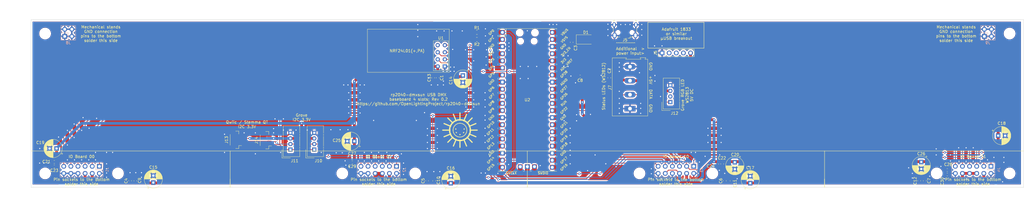
<source format=kicad_pcb>
(kicad_pcb (version 20211014) (generator pcbnew)
  (title_block (title "rp2040_dongle baseboard 4 slots") (date "2021-03-19") (rev "0.1") (company "https://www.openlighting.org/"))
  (layers (0 "F.Cu" signal) (31 "B.Cu" signal) (34 "B.Paste" user) (35 "F.Paste" user) (36 "B.SilkS" user "B.Silkscreen") (37 "F.SilkS" user "F.Silkscreen") (38 "B.Mask" user) (39 "F.Mask" user) (44 "Edge.Cuts" user))
  (net 0 "")
  (net 1 "GND")
  (net 2 "Net-(D1-Pad2)")
  (net 3 "+3.3V")
  (net 4 "VDD")
  (net 5 "/IO0_GP3")
  (net 6 "/IO0_GP2")
  (net 7 "/IO0_GP1")
  (net 8 "/IO0_GP0")
  (net 9 "/SCL")
  (net 10 "/SDA")
  (net 11 "/IO1_GP0")
  (net 12 "/IO1_GP1")
  (net 13 "/IO1_GP2")
  (net 14 "/IO1_GP3")
  (net 15 "/IO2_GP0")
  (net 16 "/IO2_GP1")
  (net 17 "/IO2_GP2")
  (net 18 "/IO2_GP3")
  (net 19 "/SPI_CLK")
  (net 20 "/SPI_MOSI")
  (net 21 "/SPI_MISO")
  (net 22 "/SPI_CS0")
  (net 23 "/IO3_GP0")
  (net 24 "/IO3_GP1")
  (net 25 "/IO3_GP2")
  (net 26 "/IO3_GP3")
  (net 27 "/STATUS_LEDS")
  (net 28 "/NRF_CE")
  (footprint "Diode_SMD:D_SMA" (layer "F.Cu") (at 222.834 32.112)
    (fp_text reference "D1")
    (fp_text value "SS14")
  )
  (footprint "MountingHole:MountingHole_3.2mm_M3" (layer "F.Cu") (at 30 30)
    (fp_text reference "H1" hide)
    (fp_text value "MountingHole")
  )
  (footprint "MountingHole:MountingHole_3.2mm_M3" (layer "F.Cu") (at 56 80)
    (fp_text reference "H5" hide)
    (fp_text value "MountingHole")
  )
  (footprint "MountingHole:MountingHole_3.2mm_M3" (layer "F.Cu") (at 136 80)
    (fp_text reference "H6" hide)
    (fp_text value "MountingHole")
  )
  (footprint "MountingHole:MountingHole_3.2mm_M3" (layer "F.Cu") (at 374 30)
    (fp_text reference "H3" hide)
    (fp_text value "MountingHole")
  )
  (footprint "MountingHole:MountingHole_3.2mm_M3" (layer "F.Cu") (at 348 80)
    (fp_text reference "H7" hide)
    (fp_text value "MountingHole")
  )
  (footprint "MountingHole:MountingHole_3.2mm_M3" (layer "F.Cu") (at 374 80)
    (fp_text reference "H4" hide)
    (fp_text value "MountingHole")
  )
  (footprint "MountingHole:MountingHole_3.2mm_M3" (layer "F.Cu") (at 162 80)
    (fp_text reference "H8" hide)
    (fp_text value "MountingHole")
  )
  (footprint "Connector_USB:USB_Micro-B_Wuerth_629105150521" (layer "F.Cu") (at 236.836 28.81 180)
    (fp_text reference "J5")
    (fp_text value "USB_B_Micro")
  )
  (footprint "MCU_RaspberryPi_and_Boards:RPi_Pico_SMD_TH" (layer "F.Cu") (at 202 53.702)
    (fp_text reference "U2")
    (fp_text value "Pico")
  )
  (footprint "RF_Module:nRF24L01_Breakout" (layer "F.Cu") (at 172.574 41.764 180)
    (fp_text reference "U1")
    (fp_text value "NRF24L01_Breakout")
  )
  (footprint "Resistor_SMD:R_0805_2012Metric_Pad1.20x1.40mm_HandSolder" (layer "F.Cu") (at 184.004 32.112)
    (fp_text reference "R2")
    (fp_text value "2k")
  )
  (footprint "Connector_PinHeader_2.54mm:PinHeader_1x05_P2.54mm_Vertical" (layer "F.Cu") (at 250.044 36.938 90)
    (fp_text reference "J6")
    (fp_text value "Conn_01x05: Adafruit 1833")
  )
  (footprint "MountingHole:MountingHole_3.2mm_M3" (layer "F.Cu") (at 30 80)
    (fp_text reference "H2" hide)
    (fp_text value "MountingHole")
  )
  (footprint "MountingHole:MountingHole_3.2mm_M3" (layer "F.Cu") (at 242 80)
    (fp_text reference "H9" hide)
    (fp_text value "MountingHole")
  )
  (footprint "MountingHole:MountingHole_3.2mm_M3" (layer "F.Cu") (at 268 80)
    (fp_text reference "H10" hide)
    (fp_text value "MountingHole")
  )
  (footprint "TerminalBlock:TerminalBlock_Altech_AK300-4_P5.00mm" (layer "F.Cu") (at 238.614 56.844 90)
    (fp_text reference "J7")
    (fp_text value "Screw_Terminal_01x04")
  )
  (footprint "Capacitor_SMD:C_0603_1608Metric" (layer "F.Cu") (at 170.034 45.815 -90)
    (fp_text reference "C1")
    (fp_text value "100nF")
  )
  (footprint "Capacitor_SMD:C_0603_1608Metric" (layer "F.Cu") (at 231.248 45.828 90)
    (fp_text reference "C2")
    (fp_text value "100nF")
  )
  (footprint "Capacitor_SMD:C_0603_1608Metric" (layer "F.Cu") (at 217.786 33.128 -90)
    (fp_text reference "C3")
    (fp_text value "100nF")
  )
  (footprint "Capacitor_SMD:C_0603_1608Metric" (layer "F.Cu") (at 60.306 82.645 90)
    (fp_text reference "C4")
    (fp_text value "100nF")
  )
  (footprint "Capacitor_SMD:C_0603_1608Metric" (layer "F.Cu") (at 166.224 82.645 90)
    (fp_text reference "C5")
    (fp_text value "100nF")
  )
  (footprint "Capacitor_SMD:C_0603_1608Metric" (layer "F.Cu") (at 272.396 82.645 90)
    (fp_text reference "C6")
    (fp_text value "100nF")
  )
  (footprint "Capacitor_SMD:C_0603_1608Metric" (layer "F.Cu") (at 343.77 82.645 90)
    (fp_text reference "C7")
    (fp_text value "100nF")
  )
  (footprint "Capacitor_SMD:C_0603_1608Metric" (layer "F.Cu") (at 220.834 45.32 180)
    (fp_text reference "C8")
    (fp_text value "100nF")
  )
  (footprint "Resistor_SMD:R_0805_2012Metric_Pad1.20x1.40mm_HandSolder" (layer "F.Cu") (at 184.004 29.572)
    (fp_text reference "R1")
    (fp_text value "2k")
  )
  (footprint "Capacitor_SMD:C_0603_1608Metric" (layer "F.Cu") (at 62.211 82.658 90)
    (fp_text reference "C9")
    (fp_text value "1nF")
  )
  (footprint "Capacitor_SMD:C_0603_1608Metric" (layer "F.Cu") (at 168.764 82.658 90)
    (fp_text reference "C10")
    (fp_text value "1nF")
  )
  (footprint "Capacitor_SMD:C_0603_1608Metric" (layer "F.Cu") (at 274.809 82.671 90)
    (fp_text reference "C11")
    (fp_text value "1nF")
  )
  (footprint "Capacitor_SMD:C_0603_1608Metric" (layer "F.Cu") (at 341.738 82.645 90)
    (fp_text reference "C12")
    (fp_text value "1nF")
  )
  (footprint "Capacitor_SMD:C_0603_1608Metric" (layer "F.Cu") (at 168.383 45.828 -90)
    (fp_text reference "C13")
    (fp_text value "1nF")
  )
  (footprint "Capacitor_THT:CP_Radial_D6.3mm_P2.50mm" (layer "F.Cu") (at 140.282379 68.5 180)
    (fp_text reference "C25")
    (fp_text value "82µF")
  )
  (footprint "Capacitor_SMD:C_0603_1608Metric" (layer "F.Cu") (at 139.575 76 180)
    (fp_text reference "C29")
    (fp_text value "1nF")
  )
  (footprint "Connector:NS-Tech_Grove_1x04_P2mm_Vertical" (layer "F.Cu") (at 253 54.5 180)
    (fp_text reference "J12")
    (fp_text value "Conn_01x04_Male")
  )
  (footprint "Capacitor_THT:CP_Radial_D6.3mm_P2.50mm" (layer "F.Cu") (at 174.7 83.5 90)
    (fp_text reference "C16")
    (fp_text value "82µF")
  )
  (footprint "Capacitor_SMD:C_0603_1608Metric" (layer "F.Cu") (at 351.775 80.4 180)
    (fp_text reference "C30")
    (fp_text value "1nF")
  )
  (footprint "Capacitor_THT:CP_Radial_D6.3mm_P2.50mm" (layer "F.Cu") (at 369.917621 66.5)
    (fp_text reference "C18")
    (fp_text value "82µF")
  )
  (footprint "Capacitor_THT:CP_Radial_D6.3mm_P2.50mm" (layer "F.Cu") (at 281.5 83.482379 90)
    (fp_text reference "C17")
    (fp_text value "82µF")
  )
  (footprint "Capacitor_THT:CP_Radial_D6.3mm_P2.50mm" (layer "F.Cu") (at 179 45 -90)
    (fp_text reference "C14")
    (fp_text value "82µF")
  )
  (footprint "Connector:NS-Tech_Grove_1x04_P2mm_Vertical" (layer "F.Cu") (at 126 71.5 180)
    (fp_text reference "J10")
    (fp_text value "Conn_01x04_Male")
  )
  (footprint "Capacitor_THT:CP_Radial_D6.3mm_P2.50mm" (layer "F.Cu") (at 276 76 -90)
    (fp_text reference "C20")
    (fp_text value "82µF")
  )
  (footprint "Capacitor_SMD:C_0603_1608Metric" (layer "F.Cu") (at 269.7 76.625 -90)
    (fp_text reference "C24")
    (fp_text value "1nF")
  )
  (footprint "Capacitor_THT:CP_Radial_D6.3mm_P2.50mm" (layer "F.Cu") (at 342.5 75.917621 -90)
    (fp_text reference "C26")
    (fp_text value "82µF")
  )
  (footprint "Capacitor_SMD:C_0603_1608Metric" (layer "F.Cu") (at 33.275 77.5 180)
    (fp_text reference "C23")
    (fp_text value "1nF")
  )
  (footprint "Connector:NS-Tech_Grove_1x04_P2mm_Vertical" (layer "F.Cu") (at 117.5 71.5 180)
    (fp_text reference "J11")
    (fp_text value "Conn_01x04_Male")
  )
  (footprint "Capacitor_THT:CP_Radial_D6.3mm_P2.50mm" (layer "F.Cu") (at 68.6 83.282379 90)
    (fp_text reference "C15")
    (fp_text value "82µF")
  )
  (footprint "Connector_JST:JST_SH_BM04B-SRSS-TB_1x04-1MP_P1.00mm_Vertical" (layer "F.Cu") (at 108.7 68.15 90)
    (fp_text reference "J14")
    (fp_text value "Conn_01x04_Male")
  )
  (footprint "Capacitor_SMD:C_0603_1608Metric" (layer "F.Cu") (at 33.275 75.9 180)
    (fp_text reference "C21")
    (fp_text value "100nF")
  )
  (footprint "Capacitor_SMD:C_0603_1608Metric" (layer "F.Cu") (at 351.775 78.8 180)
    (fp_text reference "C28")
    (fp_text value "100nF")
  )
  (footprint "Connector_JST:JST_SH_BM04B-SRSS-TB_1x04-1MP_P1.00mm_Vertical" (layer "F.Cu") (at 98 68 90)
    (fp_text reference "J13")
    (fp_text value "Conn_01x04_Male")
  )
  (footprint "Capacitor_SMD:C_0603_1608Metric" (layer "F.Cu") (at 271.5 76.6 -90)
    (fp_text reference "C22")
    (fp_text value "100nF")
  )
  (footprint "Capacitor_THT:CP_Radial_D6.3mm_P2.50mm" (layer "F.Cu") (at 34.1 71.1 180)
    (fp_text reference "C19")
    (fp_text value "82µF")
  )
  (footprint "Capacitor_SMD:C_0603_1608Metric" (layer "F.Cu") (at 139.5 74.5 180)
    (fp_text reference "C27")
    (fp_text value "100nF")
  )
  (footprint "Connector_PinSocket_2.54mm:PinSocket_2x06_P2.54mm_Vertical" (layer "B.Cu") (at 261.35 77.46 90)
    (fp_text reference "J3")
    (fp_text value "IO-Board_10")
  )
  (footprint "Connector_PinSocket_2.54mm:PinSocket_2x06_P2.54mm_Vertical" (layer "B.Cu") (at 367.35 77.46 90)
    (fp_text reference "J4")
    (fp_text value "IO-Board_11")
  )
  (footprint "Connector_PinSocket_2.54mm:PinSocket_2x06_P2.54mm_Vertical" (layer "B.Cu") (at 49.35 77.46 90)
    (fp_text reference "J1")
    (fp_text value "IO-Board_00")
  )
  (footprint "Connector_PinSocket_2.54mm:PinSocket_2x06_P2.54mm_Vertical" (layer "B.Cu") (at 155.35 77.46 90)
    (fp_text reference "J2")
    (fp_text value "IO-Board_01")
  )
  (footprint "Connector_PinHeader_2.54mm:PinHeader_2x02_P2.54mm_Vertical" (layer "B.Cu") (at 37 31)
    (fp_text reference "J8")
    (fp_text value "Conn_02x02_Odd_Even")
  )
  (footprint "Connector_PinHeader_2.54mm:PinHeader_2x02_P2.54mm_Vertical" (layer "B.Cu") (at 365 31)
    (fp_text reference "J9")
    (fp_text value "Conn_02x02_Odd_Even")
  )
  (gr_line (start 245 35.2) (end 245 26) (layer "F.SilkS") (width 0.15))
  (gr_line (start 202 85) (end 202 82) (layer "F.SilkS") (width 0.15))
  (gr_line (start 202 72) (end 202 85) (layer "F.SilkS") (width 0.15))
  (gr_line (start 308 72) (end 308 85) (layer "F.SilkS") (width 0.15))
  (gr_line (start 179.860112 66.099668) (end 179.783113 66.188805) (layer "F.SilkS") (width 0.178418))
  (gr_line (start 181.655856 64.90985) (end 181.6323 65.095228) (layer "F.SilkS") (width 0.423333))
  (gr_line (start 176.6 62.5) (end 176.699396 62.436102) (layer "F.SilkS") (width 0.178418))
  (gr_poly (pts (xy 176.689433 65.184928) (xy 176.700743 65.18579) (xy 176.711889 65.18721) (xy 176.722856 65.189174) (xy 176.733631 65.191668) (xy 176.744199 65.194677) (xy 176.754547 65.198188) (xy 176.764661 65.202187) (xy 176.774526 65.206659) (xy 176.784129 65.211591) (xy 176.793455 65.216969) (xy 176.802491 65.222778) (xy 176.811223 65.229004) (xy 176.819636 65.235634) (xy 176.827717 65.242653) (xy 176.835451 65.250048) (xy 176.842826 65.257803) (xy 176.849825 65.265907) (xy 176.856437 65.274343) (xy 176.862646 65.283099) (xy 176.868439 65.29216) (xy 176.873802 65.301512) (xy 176.87872 65.311141) (xy 176.88318 65.321034) (xy 176.887167 65.331175) (xy 176.890669 65.341552) (xy 176.89367 65.35215) (xy 176.896157 65.362954) (xy 176.898115 65.373952) (xy 176.899531 65.385128) (xy 176.900392 65.396469) (xy 176.900681 65.407962) (xy 176.900392 65.419454) (xy 176.899531 65.430796) (xy 176.898115 65.441972) (xy 176.896157 65.45297) (xy 176.89367 65.463774) (xy 176.890669 65.474372) (xy 176.887167 65.484749) (xy 176.88318 65.49489) (xy 176.87872 65.504783) (xy 176.873802 65.514412) (xy 176.868439 65.523765) (xy 176.862646 65.532826) (xy 176.856437 65.541581) (xy 176.849825 65.550018) (xy 176.842826 65.558121) (xy 176.835451 65.565877) (xy 176.827717 65.573272) (xy 176.819636 65.580291) (xy 176.811223 65.586921) (xy 176.802491 65.593147) (xy 176.793455 65.598956) (xy 176.784129 65.604334) (xy 176.774526 65.609265) (xy 176.764661 65.613738) (xy 176.754547 65.617736) (xy 176.744199 65.621248) (xy 176.733631 65.624257) (xy 176.722856 65.626751) (xy 176.711889 65.628715) (xy 176.700743 65.630135) (xy 176.689433 65.630997) (xy 176.677972 65.631288) (xy 176.666512 65.630997) (xy 176.655202 65.630135) (xy 176.644056 65.628715) (xy 176.633089 65.626751) (xy 176.622314 65.624257) (xy 176.611746 65.621248) (xy 176.601398 65.617736) (xy 176.591284 65.613738) (xy 176.581419 65.609265) (xy 176.571816 65.604334) (xy 176.56249 65.598956) (xy 176.553454 65.593147) (xy 176.544722 65.586921) (xy 176.536309 65.580291) (xy 176.528228 65.573272) (xy 176.520493 65.565877) (xy 176.513119 65.558121) (xy 176.506119 65.550018) (xy 176.499508 65.541581) (xy 176.493299 65.532826) (xy 176.487506 65.523765) (xy 176.482143 65.514412) (xy 176.477225 65.504783) (xy 176.472765 65.49489) (xy 176.468777 65.484749) (xy 176.465276 65.474372) (xy 176.462275 65.463774) (xy 176.459788 65.45297) (xy 176.45783 65.441972) (xy 176.456413 65.430796) (xy 176.455553 65.419454) (xy 176.455264 65.407962) (xy 176.455553 65.396469) (xy 176.456413 65.385128) (xy 176.45783 65.373952) (xy 176.459788 65.362954) (xy 176.462275 65.35215) (xy 176.465276 65.341552) (xy 176.468777 65.331175) (xy 176.472765 65.321034) (xy 176.477225 65.311141) (xy 176.482143 65.301512) (xy 176.487506 65.29216) (xy 176.493299 65.283099) (xy 176.499508 65.274343) (xy 176.506119 65.265907) (xy 176.513119 65.257803) (xy 176.520493 65.250048) (xy 176.528228 65.242653) (xy 176.536309 65.235634) (xy 176.544722 65.229004) (xy 176.553454 65.222778) (xy 176.56249 65.216969) (xy 176.571816 65.211591) (xy 176.581419 65.206659) (xy 176.591284 65.202187) (xy 176.601398 65.198188) (xy 176.611746 65.194677) (xy 176.622314 65.191668) (xy 176.633089 65.189174) (xy 176.644056 65.18721) (xy 176.655202 65.18579) (xy 176.666512 65.184928) (xy 176.677972 65.184637)) (layer "F.SilkS") (width 0) (fill solid))
  (gr_line (start 180.227012 65.493264) (end 180.177952 65.602082) (layer "F.SilkS") (width 0.178418))
  (gr_poly (pts (xy 177.982146 67.918444) (xy 177.992896 67.919261) (xy 178.003489 67.920607) (xy 178.013912 67.922469) (xy 178.024153 67.924832) (xy 178.034197 67.927684) (xy 178.044032 67.931012) (xy 178.053644 67.934802) (xy 178.06302 67.939041) (xy 178.072147 67.943715) (xy 178.081011 67.948812) (xy 178.089599 67.954318) (xy 178.097898 67.960219) (xy 178.105894 67.966503) (xy 178.113574 67.973155) (xy 178.120925 67.980164) (xy 178.127934 67.987515) (xy 178.134586 67.995195) (xy 178.14087 68.003191) (xy 178.146772 68.01149) (xy 178.152277 68.020078) (xy 178.157374 68.028942) (xy 178.162048 68.038069) (xy 178.166287 68.047445) (xy 178.170077 68.057057) (xy 178.173405 68.066892) (xy 178.176257 68.076936) (xy 178.178621 68.087177) (xy 178.180482 68.0976) (xy 178.181828 68.108193) (xy 178.182645 68.118943) (xy 178.182921 68.129835) (xy 178.182921 70.669834) (xy 178.182645 70.680726) (xy 178.181828 70.691476) (xy 178.180482 70.702069) (xy 178.178621 70.712492) (xy 178.176257 70.722733) (xy 178.173405 70.732777) (xy 178.170077 70.742612) (xy 178.166287 70.752224) (xy 178.162048 70.7616) (xy 178.157374 70.770727) (xy 178.152277 70.779591) (xy 178.146772 70.788179) (xy 178.14087 70.796478) (xy 178.134586 70.804474) (xy 178.127934 70.812154) (xy 178.120925 70.819505) (xy 178.113574 70.826514) (xy 178.105894 70.833166) (xy 178.097898 70.83945) (xy 178.089599 70.845351) (xy 178.081011 70.850857) (xy 178.072147 70.855954) (xy 178.06302 70.860628) (xy 178.053644 70.864867) (xy 178.044032 70.868657) (xy 178.034197 70.871985) (xy 178.024153 70.874837) (xy 178.013912 70.8772) (xy 178.003489 70.879062) (xy 177.992896 70.880408) (xy 177.982146 70.881225) (xy 177.971254 70.881501) (xy 177.960362 70.881225) (xy 177.949613 70.880408) (xy 177.93902 70.879062) (xy 177.928596 70.8772) (xy 177.918356 70.874837) (xy 177.908311 70.871985) (xy 177.898476 70.868657) (xy 177.888864 70.864867) (xy 177.879488 70.860628) (xy 177.870362 70.855954) (xy 177.861498 70.850857) (xy 177.85291 70.845351) (xy 177.844611 70.83945) (xy 177.836615 70.833166) (xy 177.828935 70.826514) (xy 177.821584 70.819505) (xy 177.814575 70.812154) (xy 177.807922 70.804474) (xy 177.801638 70.796478) (xy 177.795737 70.788179) (xy 177.790232 70.779591) (xy 177.785135 70.770727) (xy 177.78046 70.7616) (xy 177.776222 70.752224) (xy 177.772432 70.742612) (xy 177.769104 70.732777) (xy 177.766252 70.722733) (xy 177.763888 70.712492) (xy 177.762027 70.702069) (xy 177.760681 70.691476) (xy 177.759863 70.680726) (xy 177.759588 70.669834) (xy 177.759588 68.129835) (xy 177.759863 68.118943) (xy 177.760681 68.108193) (xy 177.762027 68.0976) (xy 177.763888 68.087177) (xy 177.766252 68.076936) (xy 177.769104 68.066892) (xy 177.772432 68.057057) (xy 177.776222 68.047445) (xy 177.78046 68.038069) (xy 177.785135 68.028942) (xy 177.790232 68.020078) (xy 177.795737 68.01149) (xy 177.801638 68.003191) (xy 177.807922 67.995195) (xy 177.814575 67.987515) (xy 177.821584 67.980164) (xy 177.828935 67.973155) (xy 177.836615 67.966503) (xy 177.844611 67.960219) (xy 177.85291 67.954318) (xy 177.861498 67.948812) (xy 177.870362 67.943715) (xy 177.879488 67.939041) (xy 177.888864 67.934802) (xy 177.898476 67.931012) (xy 177.908311 67.927684) (xy 177.918356 67.924832) (xy 177.928596 67.922469) (xy 177.93902 67.920607) (xy 177.949613 67.919261) (xy 177.960362 67.918444) (xy 177.971254 67.918168)) (layer "F.SilkS") (width 0) (fill solid))
  (gr_line (start 176.079318 62.974425) (end 176.156317 62.885288) (layer "F.SilkS") (width 0.178418))
  (gr_line (start 176.050069 61.363218) (end 176.205188 61.274027) (layer "F.SilkS") (width 0.423333))
  (gr_line (start 181.599725 63.784601) (end 181.6323 63.967012) (layer "F.SilkS") (width 0.423333))
  (gr_line (start 176.006591 66.006866) (end 175.938289 65.910552) (layer "F.SilkS") (width 0.178418))
  (gr_line (start 176.699396 66.637991) (end 176.6 66.574092) (layer "F.SilkS") (width 0.178418))
  (gr_line (start 176.907619 62.3227) (end 177.016136 62.273504) (layer "F.SilkS") (width 0.178418))
  (gr_line (start 174.631918 66.13703) (end 174.557739 65.972949) (layer "F.SilkS") (width 0.423333))
  (gr_line (start 177.224295 68.160032) (end 177.045085 68.11867) (layer "F.SilkS") (width 0.423333))
  (gr_poly (pts (xy 175.633486 58.648752) (xy 175.643707 58.649578) (xy 175.653847 58.650895) (xy 175.663888 58.652695) (xy 175.673813 58.654971) (xy 175.683605 58.657717) (xy 175.693247 58.660924) (xy 175.70272 58.664586) (xy 175.712008 58.668695) (xy 175.721094 58.673245) (xy 175.729959 58.678228) (xy 175.738587 58.683636) (xy 175.74696 58.689464) (xy 175.755061 58.695703) (xy 175.762872 58.702346) (xy 175.770376 58.709386) (xy 175.777556 58.716816) (xy 175.784394 58.724629) (xy 175.790873 58.732817) (xy 175.796976 58.741374) (xy 175.802684 58.750291) (xy 175.807982 58.759563) (xy 175.812851 58.769181) (xy 175.817273 58.779139) (xy 176.789289 61.125793) (xy 176.793203 61.135961) (xy 176.796562 61.146205) (xy 176.799372 61.156507) (xy 176.801641 61.166849) (xy 176.803376 61.177215) (xy 176.804585 61.187586) (xy 176.805274 61.197946) (xy 176.805451 61.208277) (xy 176.805123 61.218561) (xy 176.804297 61.228782) (xy 176.80298 61.238922) (xy 176.80118 61.248963) (xy 176.798904 61.258888) (xy 176.796159 61.26868) (xy 176.792951 61.278322) (xy 176.789289 61.287795) (xy 176.78518 61.297084) (xy 176.78063 61.306169) (xy 176.775648 61.315034) (xy 176.770239 61.323662) (xy 176.764412 61.332035) (xy 176.758173 61.340136) (xy 176.75153 61.347947) (xy 176.744489 61.355451) (xy 176.737059 61.362631) (xy 176.729247 61.369469) (xy 176.721058 61.375948) (xy 176.712502 61.382051) (xy 176.703584 61.387759) (xy 176.694312 61.393057) (xy 176.684694 61.397926) (xy 176.674736 61.402348) (xy 176.664567 61.406262) (xy 176.654324 61.409621) (xy 176.644022 61.412431) (xy 176.633679 61.4147) (xy 176.623314 61.416435) (xy 176.612942 61.417644) (xy 176.602583 61.418333) (xy 176.592252 61.41851) (xy 176.581968 61.418182) (xy 176.571747 61.417356) (xy 176.561607 61.41604) (xy 176.551566 61.41424) (xy 176.541641 61.411963) (xy 176.531849 61.409218) (xy 176.522207 61.406011) (xy 176.512734 61.402349) (xy 176.503445 61.398239) (xy 176.49436 61.39369) (xy 176.485495 61.388707) (xy 176.476867 61.383298) (xy 176.468494 61.377471) (xy 176.460393 61.371232) (xy 176.452582 61.364589) (xy 176.445077 61.357549) (xy 176.437898 61.350119) (xy 176.43106 61.342306) (xy 176.424581 61.334118) (xy 176.418478 61.325561) (xy 176.412769 61.316643) (xy 176.407472 61.307372) (xy 176.402603 61.297754) (xy 176.39818 61.287796) (xy 175.426165 58.941142) (xy 175.422251 58.930973) (xy 175.418892 58.920729) (xy 175.416082 58.910427) (xy 175.413813 58.900085) (xy 175.412078 58.889719) (xy 175.410869 58.879348) (xy 175.41018 58.868988) (xy 175.410003 58.858658) (xy 175.410331 58.848373) (xy 175.411157 58.838152) (xy 175.412473 58.828013) (xy 175.414274 58.817972) (xy 175.41655 58.808046) (xy 175.419295 58.798254) (xy 175.422503 58.788613) (xy 175.426164 58.779139) (xy 175.430274 58.769851) (xy 175.434824 58.760765) (xy 175.439806 58.7519) (xy 175.445215 58.743272) (xy 175.451042 58.734899) (xy 175.457281 58.726798) (xy 175.463924 58.718987) (xy 175.470964 58.711483) (xy 175.478394 58.704303) (xy 175.486207 58.697465) (xy 175.494395 58.690986) (xy 175.502952 58.684883) (xy 175.51187 58.679175) (xy 175.521141 58.673877) (xy 175.53076 58.669009) (xy 175.540717 58.664586) (xy 175.540718 58.664586) (xy 175.550886 58.660672) (xy 175.56113 58.657314) (xy 175.571432 58.654503) (xy 175.581774 58.652234) (xy 175.59214 58.650499) (xy 175.602511 58.64929) (xy 175.612871 58.648601) (xy 175.623202 58.648424)) (layer "F.SilkS") (width 0) (fill solid))
  (gr_line (start 96 72) (end 25 72) (layer "F.SilkS") (width 0.15))
  (gr_line (start 175.761477 65.602082) (end 175.712418 65.493264) (layer "F.SilkS") (width 0.178418))
  (gr_line (start 176.411405 62.641419) (end 176.503951 62.568491) (layer "F.SilkS") (width 0.178418))
  (gr_poly (pts (xy 183.653975 61.970608) (xy 183.664195 61.971434) (xy 183.674335 61.972751) (xy 183.684376 61.974551) (xy 183.694301 61.976827) (xy 183.704094 61.979573) (xy 183.713735 61.98278) (xy 183.723209 61.986442) (xy 183.732497 61.990552) (xy 183.741582 61.995101) (xy 183.750448 62.000084) (xy 183.759076 62.005493) (xy 183.767449 62.01132) (xy 183.775549 62.017559) (xy 183.783361 62.024202) (xy 183.790865 62.031242) (xy 183.798045 62.038672) (xy 183.804883 62.046485) (xy 183.811362 62.054673) (xy 183.817464 62.06323) (xy 183.823173 62.072148) (xy 183.82847 62.081419) (xy 183.833339 62.091038) (xy 183.837762 62.100995) (xy 183.841676 62.111163) (xy 183.845034 62.121407) (xy 183.847844 62.131709) (xy 183.850113 62.142051) (xy 183.851849 62.152417) (xy 183.853057 62.162788) (xy 183.853746 62.173148) (xy 183.853923 62.183479) (xy 183.853595 62.193763) (xy 183.852769 62.203984) (xy 183.851453 62.214124) (xy 183.849653 62.224165) (xy 183.847376 62.23409) (xy 183.844631 62.243883) (xy 183.841424 62.253524) (xy 183.837762 62.262998) (xy 183.833652 62.272286) (xy 183.829103 62.281371) (xy 183.82412 62.290237) (xy 183.818711 62.298865) (xy 183.812884 62.307238) (xy 183.806645 62.315338) (xy 183.800002 62.32315) (xy 183.792962 62.330654) (xy 183.785532 62.337834) (xy 183.777719 62.344672) (xy 183.769531 62.351151) (xy 183.760974 62.357253) (xy 183.752056 62.362962) (xy 183.742785 62.368259) (xy 183.733166 62.373128) (xy 183.723209 62.377551) (xy 181.376555 63.349567) (xy 181.366386 63.353481) (xy 181.356142 63.356839) (xy 181.345841 63.359649) (xy 181.335498 63.361918) (xy 181.325133 63.363654) (xy 181.314761 63.364862) (xy 181.304402 63.365551) (xy 181.294071 63.365728) (xy 181.283786 63.3654) (xy 181.273566 63.364574) (xy 181.263426 63.363258) (xy 181.253385 63.361458) (xy 181.243459 63.359181) (xy 181.233667 63.356436) (xy 181.224026 63.353229) (xy 181.214552 63.349567) (xy 181.205264 63.345457) (xy 181.196179 63.340907) (xy 181.187313 63.335925) (xy 181.178685 63.330516) (xy 181.170312 63.324689) (xy 181.162212 63.31845) (xy 181.1544 63.311807) (xy 181.146896 63.304766) (xy 181.139716 63.297336) (xy 181.132878 63.289523) (xy 181.126399 63.281335) (xy 181.120297 63.272778) (xy 181.114588 63.263861) (xy 181.109291 63.254589) (xy 181.104422 63.244971) (xy 181.099999 63.235013) (xy 181.099999 63.235014) (xy 181.096085 63.224845) (xy 181.092727 63.214601) (xy 181.089917 63.204299) (xy 181.087648 63.193957) (xy 181.085912 63.183591) (xy 181.084704 63.17322) (xy 181.084014 63.16286) (xy 181.083838 63.15253) (xy 181.084166 63.142245) (xy 181.084992 63.132024) (xy 181.086308 63.121885) (xy 181.088108 63.111844) (xy 181.090385 63.101918) (xy 181.09313 63.092126) (xy 181.096337 63.082485) (xy 181.099999 63.073011) (xy 181.104109 63.063723) (xy 181.108658 63.054637) (xy 181.113641 63.045772) (xy 181.11905 63.037144) (xy 181.124877 63.028771) (xy 181.131116 63.02067) (xy 181.137759 63.012859) (xy 181.144799 63.005355) (xy 181.152229 62.998175) (xy 181.160042 62.991337) (xy 181.16823 62.984858) (xy 181.176787 62.978756) (xy 181.185705 62.973047) (xy 181.194976 62.96775) (xy 181.204594 62.962881) (xy 181.214552 62.958458) (xy 183.561206 61.986442) (xy 183.571375 61.982528) (xy 183.581619 61.97917) (xy 183.59192 61.97636) (xy 183.602263 61.974091) (xy 183.612628 61.972355) (xy 183.623 61.971147) (xy 183.633359 61.970457) (xy 183.64369 61.97028)) (layer "F.SilkS") (width 0) (fill solid))
  (gr_line (start 180.00114 65.910552) (end 179.932839 66.006866) (layer "F.SilkS") (width 0.178418))
  (gr_line (start 180.41953 64.537046) (end 180.41953 64.537046) (layer "F.SilkS") (width 0.178418))
  (gr_poly (pts (xy 181.357893 64.531092) (xy 181.357893 64.531093) (xy 181.357893 64.531092)) (layer "F.SilkS") (width 0) (fill solid))
  (gr_line (start 178.16143 68.230467) (end 177.970814 68.235287) (layer "F.SilkS") (width 0.423333))
  (gr_line (start 178.923294 62.273504) (end 179.031811 62.3227) (layer "F.SilkS") (width 0.178418))
  (gr_line (start 177.406706 60.869634) (end 177.592084 60.846078) (layer "F.SilkS") (width 0.423333))
  (gr_line (start 181.67016 64.340504) (end 181.67498 64.53112) (layer "F.SilkS") (width 0.423333))
  (gr_line (start 177.475992 62.130362) (end 177.596632 62.108758) (layer "F.SilkS") (width 0.178418))
  (gr_line (start 175.597026 65.150988) (end 175.569671 65.032136) (layer "F.SilkS") (width 0.178418))
  (gr_line (start 180.590055 61.911879) (end 180.712705 62.040522) (layer "F.SilkS") (width 0.423333))
  (gr_line (start 176.528985 67.944195) (end 176.364904 67.870016) (layer "F.SilkS") (width 0.423333))
  (gr_line (start 181.558363 65.456849) (end 181.508448 65.632626) (layer "F.SilkS") (width 0.423333))
  (gr_line (start 175.532547 64.788219) (end 175.523087 64.663463) (layer "F.SilkS") (width 0.178418))
  (gr_poly (pts (xy 179.272918 65.184928) (xy 179.284228 65.18579) (xy 179.295373 65.18721) (xy 179.306341 65.189174) (xy 179.317116 65.191668) (xy 179.327684 65.194677) (xy 179.338032 65.198188) (xy 179.348146 65.202187) (xy 179.358011 65.206659) (xy 179.367614 65.211591) (xy 179.37694 65.216969) (xy 179.385976 65.222778) (xy 179.394708 65.229004) (xy 179.403121 65.235634) (xy 179.411202 65.242653) (xy 179.418936 65.250048) (xy 179.426311 65.257803) (xy 179.433311 65.265907) (xy 179.439922 65.274343) (xy 179.446131 65.283099) (xy 179.451924 65.29216) (xy 179.457287 65.301512) (xy 179.462205 65.311141) (xy 179.466665 65.321034) (xy 179.470653 65.331175) (xy 179.474154 65.341552) (xy 179.477155 65.35215) (xy 179.479642 65.362954) (xy 179.481601 65.373952) (xy 179.483017 65.385128) (xy 179.483877 65.396469) (xy 179.484167 65.407962) (xy 179.483877 65.419454) (xy 179.483017 65.430796) (xy 179.481601 65.441972) (xy 179.479642 65.45297) (xy 179.477155 65.463774) (xy 179.474154 65.474372) (xy 179.470653 65.484749) (xy 179.466665 65.49489) (xy 179.462205 65.504783) (xy 179.457287 65.514412) (xy 179.451924 65.523765) (xy 179.446131 65.532826) (xy 179.439922 65.541581) (xy 179.433311 65.550018) (xy 179.426311 65.558121) (xy 179.418936 65.565877) (xy 179.411202 65.573272) (xy 179.403121 65.580291) (xy 179.394708 65.586921) (xy 179.385976 65.593147) (xy 179.37694 65.598956) (xy 179.367614 65.604334) (xy 179.358011 65.609265) (xy 179.348146 65.613738) (xy 179.338032 65.617736) (xy 179.327684 65.621248) (xy 179.317116 65.624257) (xy 179.306341 65.626751) (xy 179.295373 65.628715) (xy 179.284228 65.630135) (xy 179.272918 65.630997) (xy 179.261457 65.631288) (xy 179.249996 65.630997) (xy 179.238686 65.630135) (xy 179.227541 65.628715) (xy 179.216573 65.626751) (xy 179.205799 65.624257) (xy 179.19523 65.621248) (xy 179.184882 65.617736) (xy 179.174769 65.613738) (xy 179.164904 65.609265) (xy 179.155301 65.604334) (xy 179.145974 65.598956) (xy 179.136938 65.593147) (xy 179.128207 65.586921) (xy 179.119793 65.580291) (xy 179.111713 65.573272) (xy 179.103978 65.565877) (xy 179.096604 65.558121) (xy 179.089604 65.550018) (xy 179.082993 65.541581) (xy 179.076783 65.532826) (xy 179.07099 65.523765) (xy 179.065628 65.514412) (xy 179.06071 65.504783) (xy 179.05625 65.49489) (xy 179.052262 65.484749) (xy 179.048761 65.474372) (xy 179.04576 65.463774) (xy 179.043273 65.45297) (xy 179.041314 65.441972) (xy 179.039898 65.430796) (xy 179.039038 65.419454) (xy 179.038748 65.407962) (xy 179.039038 65.396469) (xy 179.039898 65.385128) (xy 179.041314 65.373952) (xy 179.043273 65.362954) (xy 179.04576 65.35215) (xy 179.048761 65.341552) (xy 179.052262 65.331175) (xy 179.05625 65.321034) (xy 179.06071 65.311141) (xy 179.065628 65.301512) (xy 179.07099 65.29216) (xy 179.076783 65.283099) (xy 179.082993 65.274343) (xy 179.089604 65.265907) (xy 179.096604 65.257803) (xy 179.103978 65.250048) (xy 179.111713 65.242653) (xy 179.119793 65.235634) (xy 179.128207 65.229004) (xy 179.136938 65.222778) (xy 179.145974 65.216969) (xy 179.155301 65.211591) (xy 179.164904 65.206659) (xy 179.174769 65.202187) (xy 179.184882 65.198188) (xy 179.19523 65.194677) (xy 179.205799 65.191668) (xy 179.216573 65.189174) (xy 179.227541 65.18721) (xy 179.238686 65.18579) (xy 179.249996 65.184928) (xy 179.261457 65.184637)) (layer "F.SilkS") (width 0) (fill solid))
  (gr_line (start 175.938289 63.163542) (end 176.006591 63.067227) (layer "F.SilkS") (width 0.178418))
  (gr_line (start 177.969715 66.99364) (end 177.969715 66.99364) (layer "F.SilkS") (width 0.178418))
  (gr_line (start 175.112499 66.887314) (end 175.002534 66.747382) (layer "F.SilkS") (width 0.423333))
  (gr_line (start 180.270876 65.381706) (end 180.227012 65.493264) (layer "F.SilkS") (width 0.178418))
  (gr_line (start 180.123851 65.708005) (end 180.064862 65.81088) (layer "F.SilkS") (width 0.178418))
  (gr_line (start 179.701996 62.799972) (end 179.783113 62.885288) (layer "F.SilkS") (width 0.178418))
  (gr_line (start 175.002534 62.314858) (end 175.112499 62.174926) (layer "F.SilkS") (width 0.423333))
  (gr_line (start 180.41953 64.537046) (end 180.416343 64.663463) (layer "F.SilkS") (width 0.178418))
  (gr_line (start 179.576723 61.192225) (end 179.73644 61.274027) (layer "F.SilkS") (width 0.423333))
  (gr_line (start 178.342798 62.108758) (end 178.463438 62.130362) (layer "F.SilkS") (width 0.178418))
  (gr_line (start 178.812044 62.229518) (end 178.923294 62.273504) (layer "F.SilkS") (width 0.178418))
  (gr_line (start 174.433179 63.429614) (end 174.491415 63.257503) (layer "F.SilkS") (width 0.423333))
  (gr_line (start 175.874567 63.263213) (end 175.938289 63.163542) (layer "F.SilkS") (width 0.178418))
  (gr_line (start 179.137442 62.37695) (end 179.240033 62.436102) (layer "F.SilkS") (width 0.178418))
  (gr_line (start 177.592084 68.216163) (end 177.406706 68.192607) (layer "F.SilkS") (width 0.423333))
  (gr_line (start 174.271467 64.340504) (end 174.285772 64.15239) (layer "F.SilkS") (width 0.423333))
  (gr_line (start 180.391303 64.911162) (end 180.369759 65.032136) (layer "F.SilkS") (width 0.178418))
  (gr_line (start 177.127386 66.844574) (end 177.016136 66.800589) (layer "F.SilkS") (width 0.178418))
  (gr_line (start 181.6323 63.967012) (end 181.655856 64.15239) (layer "F.SilkS") (width 0.423333))
  (gr_line (start 181.309709 62.925211) (end 181.383888 63.089291) (layer "F.SilkS") (width 0.423333))
  (gr_line (start 180.187076 67.4994) (end 180.041849 67.602674) (layer "F.SilkS") (width 0.423333))
  (gr_line (start 181.599725 65.277639) (end 181.558363 65.456849) (layer "F.SilkS") (width 0.423333))
  (gr_line (start 178.896543 60.943571) (end 179.07232 60.993486) (layer "F.SilkS") (width 0.423333))
  (gr_line (start 179.33943 66.574092) (end 179.240033 66.637991) (layer "F.SilkS") (width 0.178418))
  (gr_line (start 180.41953 64.537046) (end 180.41953 64.537046) (layer "F.SilkS") (width 0.178418))
  (gr_line (start 178.342798 66.965334) (end 178.220194 66.980957) (layer "F.SilkS") (width 0.178418))
  (gr_line (start 174.271467 64.721736) (end 174.266647 64.53112) (layer "F.SilkS") (width 0.423333))
  (gr_line (start 174.341903 63.784601) (end 174.383264 63.605391) (layer "F.SilkS") (width 0.423333))
  (gr_line (start 179.244431 61.051722) (end 179.412643 61.118045) (layer "F.SilkS") (width 0.423333))
  (gr_line (start 181.450212 63.257503) (end 181.508448 63.429614) (layer "F.SilkS") (width 0.423333))
  (gr_line (start 174.802912 66.451865) (end 174.71372 66.296746) (layer "F.SilkS") (width 0.423333))
  (gr_line (start 175.874567 65.81088) (end 175.815579 65.708005) (layer "F.SilkS") (width 0.178418))
  (gr_line (start 177.127386 62.229518) (end 177.241215 62.190896) (layer "F.SilkS") (width 0.178418))
  (gr_line (start 176.237434 66.274121) (end 176.156317 66.188805) (layer "F.SilkS") (width 0.178418))
  (gr_line (start 181.655856 64.15239) (end 181.67016 64.340504) (layer "F.SilkS") (width 0.423333))
  (gr_line (start 174.383264 65.456849) (end 174.341903 65.277639) (layer "F.SilkS") (width 0.423333))
  (gr_line (start 181.508448 65.632626) (end 181.450212 65.804737) (layer "F.SilkS") (width 0.423333))
  (gr_line (start 174.491415 63.257503) (end 174.557739 63.089291) (layer "F.SilkS") (width 0.423333))
  (gr_line (start 180.00114 63.163542) (end 180.064862 63.263213) (layer "F.SilkS") (width 0.178418))
  (gr_poly (pts (xy 182.461142 60.040893) (xy 182.461142 60.040892) (xy 182.461141 60.040892)) (layer "F.SilkS") (width 0) (fill solid))
  (gr_line (start 181.558363 63.605391) (end 181.599725 63.784601) (layer "F.SilkS") (width 0.423333))
  (gr_line (start 177.241215 66.883196) (end 177.127386 66.844574) (layer "F.SilkS") (width 0.178418))
  (gr_line (start 178.349543 60.846078) (end 178.534922 60.869634) (layer "F.SilkS") (width 0.423333))
  (gr_line (start 179.73644 61.274027) (end 179.891559 61.363218) (layer "F.SilkS") (width 0.423333))
  (gr_line (start 180.177952 65.602082) (end 180.123851 65.708005) (layer "F.SilkS") (width 0.178418))
  (gr_line (start 178.717333 60.902209) (end 178.896543 60.943571) (layer "F.SilkS") (width 0.423333))
  (gr_line (start 180.369759 64.041957) (end 180.391303 64.162931) (layer "F.SilkS") (width 0.178418))
  (gr_line (start 177.406706 68.192607) (end 177.224295 68.160032) (layer "F.SilkS") (width 0.423333))
  (gr_line (start 175.761477 63.472011) (end 175.815579 63.366088) (layer "F.SilkS") (width 0.178418))
  (gr_line (start 177.241215 62.190896) (end 177.357468 62.157793) (layer "F.SilkS") (width 0.178418))
  (gr_line (start 177.970814 68.235287) (end 177.780198 68.230467) (layer "F.SilkS") (width 0.423333))
  (gr_line (start 176.869308 60.993486) (end 177.045085 60.943571) (layer "F.SilkS") (width 0.423333))
  (gr_line (start 176.322514 66.355462) (end 176.237434 66.274121) (layer "F.SilkS") (width 0.178418))
  (gr_line (start 177.016136 66.800589) (end 176.907619 66.751393) (layer "F.SilkS") (width 0.178418))
  (gr_line (start 177.016136 62.273504) (end 177.127386 62.229518) (layer "F.SilkS") (width 0.178418))
  (gr_poly (pts (xy 171.620844 64.531532) (xy 171.620844 64.531533) (xy 171.620844 64.531532)) (layer "F.SilkS") (width 0) (fill solid))
  (gr_line (start 176.237434 62.799972) (end 176.322514 62.718631) (layer "F.SilkS") (width 0.178418))
  (gr_poly (pts (xy 172.308541 61.970865) (xy 172.318901 61.971554) (xy 172.329273 61.972763) (xy 172.339638 61.974498) (xy 172.34998 61.976767) (xy 172.360282 61.979578) (xy 172.370526 61.982936) (xy 172.380695 61.98685) (xy 174.727349 62.958866) (xy 174.737307 62.963289) (xy 174.746925 62.968157) (xy 174.756197 62.973455) (xy 174.765114 62.979163) (xy 174.773671 62.985266) (xy 174.781859 62.991745) (xy 174.789672 62.998583) (xy 174.797102 63.005763) (xy 174.804142 63.013267) (xy 174.810785 63.021078) (xy 174.817024 63.029179) (xy 174.822852 63.037552) (xy 174.82826 63.04618) (xy 174.833243 63.055045) (xy 174.837793 63.064131) (xy 174.841902 63.073419) (xy 174.845564 63.082892) (xy 174.848771 63.092534) (xy 174.851517 63.102326) (xy 174.853793 63.112251) (xy 174.855593 63.122293) (xy 174.85691 63.132432) (xy 174.857736 63.142653) (xy 174.858064 63.152937) (xy 174.857887 63.163268) (xy 174.857198 63.173628) (xy 174.855989 63.183999) (xy 174.854254 63.194365) (xy 174.851985 63.204707) (xy 174.849174 63.215009) (xy 174.845816 63.225253) (xy 174.841902 63.235421) (xy 174.841902 63.235422) (xy 174.837479 63.24538) (xy 174.83261 63.254998) (xy 174.827313 63.264269) (xy 174.821604 63.273187) (xy 174.815502 63.281744) (xy 174.809023 63.289932) (xy 174.802185 63.297745) (xy 174.795005 63.305175) (xy 174.787501 63.312215) (xy 174.77969 63.318858) (xy 174.771589 63.325097) (xy 174.763216 63.330924) (xy 174.754588 63.336333) (xy 174.745723 63.341316) (xy 174.736637 63.345865) (xy 174.727349 63.349975) (xy 174.717875 63.353637) (xy 174.708234 63.356844) (xy 174.698442 63.35959) (xy 174.688516 63.361866) (xy 174.678475 63.363666) (xy 174.668336 63.364983) (xy 174.658115 63.365808) (xy 174.647831 63.366137) (xy 174.6375 63.36596) (xy 174.62714 63.36527) (xy 174.616769 63.364062) (xy 174.606403 63.362326) (xy 174.596061 63.360057) (xy 174.585759 63.357247) (xy 174.575515 63.353889) (xy 174.565347 63.349975) (xy 172.218692 62.377959) (xy 172.208734 62.373536) (xy 172.199116 62.368668) (xy 172.189844 62.36337) (xy 172.180927 62.357661) (xy 172.17237 62.351559) (xy 172.164182 62.34508) (xy 172.156369 62.338242) (xy 172.148939 62.331062) (xy 172.141899 62.323558) (xy 172.135256 62.315747) (xy 172.129017 62.307646) (xy 172.123189 62.299273) (xy 172.117781 62.290645) (xy 172.112798 62.281779) (xy 172.108248 62.272694) (xy 172.104139 62.263406) (xy 172.100477 62.253932) (xy 172.09727 62.244291) (xy 172.094524 62.234499) (xy 172.092248 62.224573) (xy 172.090448 62.214532) (xy 172.089131 62.204392) (xy 172.088305 62.194172) (xy 172.087977 62.183887) (xy 172.088154 62.173556) (xy 172.088843 62.163197) (xy 172.090052 62.152825) (xy 172.091787 62.14246) (xy 172.094056 62.132117) (xy 172.096867 62.121816) (xy 172.100225 62.111572) (xy 172.104139 62.101403) (xy 172.108562 62.091445) (xy 172.113431 62.081827) (xy 172.118728 62.072555) (xy 172.124437 62.063637) (xy 172.130539 62.055081) (xy 172.137018 62.046893) (xy 172.143856 62.03908) (xy 172.151036 62.03165) (xy 172.15854 62.024609) (xy 172.166351 62.017966) (xy 172.174452 62.011728) (xy 172.182825 62.0059) (xy 172.191453 62.000492) (xy 172.200319 61.995509) (xy 172.209404 61.990959) (xy 172.218692 61.98685) (xy 172.228166 61.983188) (xy 172.237807 61.979981) (xy 172.247599 61.977235) (xy 172.257525 61.974959) (xy 172.267566 61.973159) (xy 172.277705 61.971842) (xy 172.287926 61.971016) (xy 172.298211 61.970688)) (layer "F.SilkS") (width 0) (fill solid))
  (gr_line (start 175.532547 64.285874) (end 175.548126 64.162931) (layer "F.SilkS") (width 0.178418))
  (gr_line (start 179.932839 63.067227) (end 180.00114 63.163542) (layer "F.SilkS") (width 0.178418))
  (gr_line (start 181.309709 66.13703) (end 181.227907 66.296746) (layer "F.SilkS") (width 0.423333))
  (gr_line (start 180.416343 64.663463) (end 180.406882 64.788219) (layer "F.SilkS") (width 0.178418))
  (gr_line (start 180.177952 63.472011) (end 180.227012 63.580829) (layer "F.SilkS") (width 0.178418))
  (gr_line (start 174.341903 65.277639) (end 174.309328 65.095228) (layer "F.SilkS") (width 0.423333))
  (gr_line (start 177.970814 60.826954) (end 178.16143 60.831774) (layer "F.SilkS") (width 0.423333))
  (gr_line (start 176.503951 62.568491) (end 176.6 62.5) (layer "F.SilkS") (width 0.178418))
  (gr_line (start 180.712705 62.040522) (end 180.829129 62.174926) (layer "F.SilkS") (width 0.423333))
  (gr_line (start 174.491415 65.804737) (end 174.433179 65.632626) (layer "F.SilkS") (width 0.423333))
  (gr_line (start 179.860112 62.974425) (end 179.932839 63.067227) (layer "F.SilkS") (width 0.178418))
  (gr_line (start 175.523087 64.41063) (end 175.532547 64.285874) (layer "F.SilkS") (width 0.178418))
  (gr_line (start 177.596632 66.965334) (end 177.475992 66.943731) (layer "F.SilkS") (width 0.178418))
  (gr_line (start 180.939094 66.747382) (end 180.829129 66.887314) (layer "F.SilkS") (width 0.423333))
  (gr_line (start 179.891559 67.699022) (end 179.73644 67.788214) (layer "F.SilkS") (width 0.423333))
  (gr_line (start 96 85) (end 96 72) (layer "F.SilkS") (width 0.15))
  (gr_line (start 176.6 66.574092) (end 176.503951 66.505602) (layer "F.SilkS") (width 0.178418))
  (gr_line (start 179.528025 66.432674) (end 179.435479 66.505602) (layer "F.SilkS") (width 0.178418))
  (gr_line (start 174.309328 63.967012) (end 174.341903 63.784601) (layer "F.SilkS") (width 0.423333))
  (gr_line (start 178.923294 66.800589) (end 178.812044 66.844574) (layer "F.SilkS") (width 0.178418))
  (gr_line (start 178.581962 62.157793) (end 178.698215 62.190896) (layer "F.SilkS") (width 0.178418))
  (gr_line (start 177.780198 60.831774) (end 177.970814 60.826954) (layer "F.SilkS") (width 0.423333))
  (gr_line (start 177.357468 62.157793) (end 177.475992 62.130362) (layer "F.SilkS") (width 0.178418))
  (gr_line (start 174.899261 66.602155) (end 174.802912 66.451865) (layer "F.SilkS") (width 0.423333))
  (gr_line (start 180.369759 65.032136) (end 180.342404 65.150988) (layer "F.SilkS") (width 0.178418))
  (gr_line (start 180.187076 61.56284) (end 180.327008 61.672805) (layer "F.SilkS") (width 0.423333))
  (gr_line (start 175.569671 65.032136) (end 175.548126 64.911162) (layer "F.SilkS") (width 0.178418))
  (gr_line (start 176.907619 66.751393) (end 176.801987 66.697142) (layer "F.SilkS") (width 0.178418))
  (gr_line (start 181.383888 63.089291) (end 181.450212 63.257503) (layer "F.SilkS") (width 0.423333))
  (gr_line (start 179.412643 61.118045) (end 179.576723 61.192225) (layer "F.SilkS") (width 0.423333))
  (gr_line (start 181.6323 65.095228) (end 181.599725 65.277639) (layer "F.SilkS") (width 0.423333))
  (gr_line (start 178.698215 62.190896) (end 178.812044 62.229518) (layer "F.SilkS") (width 0.178418))
  (gr_line (start 177.045085 68.11867) (end 176.869308 68.068755) (layer "F.SilkS") (width 0.423333))
  (gr_line (start 180.064862 63.263213) (end 180.123851 63.366088) (layer "F.SilkS") (width 0.178418))
  (gr_line (start 180.041849 61.459567) (end 180.187076 61.56284) (layer "F.SilkS") (width 0.423333))
  (gr_line (start 175.899779 61.459567) (end 176.050069 61.363218) (layer "F.SilkS") (width 0.423333))
  (gr_line (start 174.557739 63.089291) (end 174.631918 62.925211) (layer "F.SilkS") (width 0.423333))
  (gr_line (start 181.227907 66.296746) (end 181.138716 66.451865) (layer "F.SilkS") (width 0.423333))
  (gr_line (start 181.138716 66.451865) (end 181.042367 66.602155) (layer "F.SilkS") (width 0.423333))
  (gr_line (start 176.079318 66.099668) (end 176.006591 66.006866) (layer "F.SilkS") (width 0.178418))
  (gr_poly (pts (xy 180.365749 62.136285) (xy 180.365749 62.136286) (xy 180.365749 62.136285)) (layer "F.SilkS") (width 0) (fill solid))
  (gr_line (start 176.050069 67.699022) (end 175.899779 67.602674) (layer "F.SilkS") (width 0.423333))
  (gr_line (start 180.416343 64.41063) (end 180.41953 64.537046) (layer "F.SilkS") (width 0.178418))
  (gr_poly (pts (xy 174.658284 65.697223) (xy 174.668505 65.698049) (xy 174.678645 65.699365) (xy 174.688686 65.701165) (xy 174.698611 65.703442) (xy 174.708403 65.706187) (xy 174.718045 65.709394) (xy 174.727518 65.713056) (xy 174.736807 65.717166) (xy 174.745892 65.721715) (xy 174.754758 65.726698) (xy 174.763385 65.732107) (xy 174.771758 65.737934) (xy 174.779859 65.744173) (xy 174.78767 65.750816) (xy 174.795175 65.757856) (xy 174.802355 65.765287) (xy 174.809193 65.773099) (xy 174.815672 65.781288) (xy 174.821774 65.789844) (xy 174.827483 65.798762) (xy 174.83278 65.808034) (xy 174.837649 65.817652) (xy 174.842072 65.82761) (xy 174.842072 65.827609) (xy 174.845985 65.837778) (xy 174.849344 65.848022) (xy 174.852154 65.858323) (xy 174.854423 65.868666) (xy 174.856159 65.879031) (xy 174.857367 65.889403) (xy 174.858056 65.899763) (xy 174.858233 65.910093) (xy 174.857905 65.920378) (xy 174.857079 65.930599) (xy 174.855763 65.940738) (xy 174.853963 65.950779) (xy 174.851686 65.960705) (xy 174.848941 65.970497) (xy 174.845734 65.980138) (xy 174.842072 65.989612) (xy 174.837962 65.9989) (xy 174.833412 66.007986) (xy 174.82843 66.016851) (xy 174.823021 66.025479) (xy 174.817194 66.033852) (xy 174.810955 66.041953) (xy 174.804312 66.049764) (xy 174.797271 66.057268) (xy 174.789841 66.064448) (xy 174.782029 66.071286) (xy 174.77384 66.077765) (xy 174.765284 66.083868) (xy 174.756366 66.089576) (xy 174.747094 66.094874) (xy 174.737476 66.099742) (xy 174.727518 66.104165) (xy 172.380864 67.076181) (xy 172.370696 67.080095) (xy 172.360452 67.083454) (xy 172.35015 67.086264) (xy 172.339808 67.088533) (xy 172.329442 67.090268) (xy 172.319071 67.091477) (xy 172.308711 67.092166) (xy 172.29838 67.092343) (xy 172.288096 67.092015) (xy 172.277875 67.091189) (xy 172.267735 67.089872) (xy 172.257694 67.088072) (xy 172.247769 67.085796) (xy 172.237977 67.083051) (xy 172.228335 67.079843) (xy 172.218862 67.076181) (xy 172.209574 67.072072) (xy 172.200488 67.067522) (xy 172.191623 67.062539) (xy 172.182995 67.057131) (xy 172.174622 67.051303) (xy 172.166521 67.045065) (xy 172.15871 67.038421) (xy 172.151206 67.031381) (xy 172.144026 67.023951) (xy 172.137188 67.016138) (xy 172.130709 67.00795) (xy 172.124606 66.999393) (xy 172.118898 66.990476) (xy 172.1136 66.981204) (xy 172.108731 66.971586) (xy 172.104308 66.961628) (xy 172.104309 66.961628) (xy 172.100395 66.95146) (xy 172.097037 66.941216) (xy 172.094226 66.930914) (xy 172.091957 66.920572) (xy 172.090222 66.910206) (xy 172.089013 66.899835) (xy 172.088324 66.889475) (xy 172.088147 66.879144) (xy 172.088475 66.86886) (xy 172.089301 66.858639) (xy 172.090618 66.8485) (xy 172.092418 66.838458) (xy 172.094694 66.828533) (xy 172.097439 66.818741) (xy 172.100647 66.809099) (xy 172.104309 66.799626) (xy 172.108418 66.790338) (xy 172.112968 66.781252) (xy 172.11795 66.772387) (xy 172.123359 66.763759) (xy 172.129186 66.755386) (xy 172.135425 66.747285) (xy 172.142068 66.739474) (xy 172.149109 66.73197) (xy 172.156539 66.72479) (xy 172.164351 66.717952) (xy 172.17254 66.711473) (xy 172.181096 66.70537) (xy 172.190014 66.699662) (xy 172.199286 66.694364) (xy 172.208904 66.689496) (xy 172.218862 66.685073) (xy 174.565516 65.713057) (xy 174.575684 65.709143) (xy 174.585928 65.705784) (xy 174.59623 65.702974) (xy 174.606572 65.700705) (xy 174.616938 65.698969) (xy 174.627309 65.697761) (xy 174.637669 65.697072) (xy 174.648 65.696895)) (layer "F.SilkS") (width 0) (fill solid))
  (gr_line (start 179.616915 62.718631) (end 179.701996 62.799972) (layer "F.SilkS") (width 0.178418))
  (gr_line (start 177.969715 66.99364) (end 177.843648 66.990443) (layer "F.SilkS") (width 0.178418))
  (gr_line (start 175.548126 64.162931) (end 175.569671 64.041957) (layer "F.SilkS") (width 0.178418))
  (gr_line (start 180.309392 63.806531) (end 180.342404 63.923105) (layer "F.SilkS") (width 0.178418))
  (gr_line (start 178.349543 68.216163) (end 178.16143 68.230467) (layer "F.SilkS") (width 0.423333))
  (gr_line (start 175.630038 63.806531) (end 175.668553 63.692387) (layer "F.SilkS") (width 0.178418))
  (gr_line (start 96 82) (end 96 85) (layer "F.SilkS") (width 0.15))
  (gr_line (start 174.71372 66.296746) (end 174.631918 66.13703) (layer "F.SilkS") (width 0.423333))
  (gr_line (start 180.712705 67.021718) (end 180.590055 67.150362) (layer "F.SilkS") (width 0.423333))
  (gr_line (start 178.220194 62.093136) (end 178.342798 62.108758) (layer "F.SilkS") (width 0.178418))
  (gr_line (start 176.699396 62.436102) (end 176.801987 62.37695) (layer "F.SilkS") (width 0.178418))
  (gr_line (start 178.534922 60.869634) (end 178.717333 60.902209) (layer "F.SilkS") (width 0.423333))
  (gr_line (start 177.969715 62.080453) (end 178.095782 62.083649) (layer "F.SilkS") (width 0.178418))
  (gr_poly (pts (xy 175.436804 66.864583) (xy 175.446939 66.86531) (xy 175.457036 66.86652) (xy 175.467077 66.868216) (xy 175.477043 66.870395) (xy 175.486914 66.873059) (xy 175.496673 66.876207) (xy 175.5063 66.87984) (xy 175.515777 66.883957) (xy 175.525084 66.888558) (xy 175.534204 66.893643) (xy 175.543116 66.899213) (xy 175.551803 66.905268) (xy 175.560245 66.911806) (xy 175.568424 66.918829) (xy 175.576321 66.926336) (xy 175.583828 66.934233) (xy 175.590851 66.942412) (xy 175.597389 66.950854) (xy 175.603444 66.959541) (xy 175.609014 66.968453) (xy 175.614099 66.977573) (xy 175.6187 66.98688) (xy 175.622817 66.996357) (xy 175.62645 67.005984) (xy 175.629598 67.015743) (xy 175.632262 67.025614) (xy 175.634442 67.03558) (xy 175.636137 67.045621) (xy 175.637348 67.055718) (xy 175.638074 67.065853) (xy 175.638316 67.076007) (xy 175.638074 67.086161) (xy 175.637348 67.096296) (xy 175.636137 67.106393) (xy 175.634442 67.116434) (xy 175.632262 67.1264) (xy 175.629598 67.136272) (xy 175.62645 67.146031) (xy 175.622818 67.155658) (xy 175.618701 67.165135) (xy 175.614099 67.174442) (xy 175.609014 67.183561) (xy 175.603444 67.192474) (xy 175.59739 67.201161) (xy 175.590851 67.209603) (xy 175.583828 67.217782) (xy 175.576321 67.225679) (xy 173.780269 69.02173) (xy 173.772373 69.029237) (xy 173.764194 69.03626) (xy 173.755751 69.042799) (xy 173.747065 69.048853) (xy 173.738152 69.054423) (xy 173.729033 69.059509) (xy 173.719725 69.06411) (xy 173.710249 69.068227) (xy 173.700622 69.071859) (xy 173.690863 69.075007) (xy 173.680991 69.077671) (xy 173.671025 69.079851) (xy 173.660984 69.081546) (xy 173.650887 69.082757) (xy 173.640752 69.083483) (xy 173.630598 69.083726) (xy 173.620444 69.083483) (xy 173.610309 69.082757) (xy 173.600212 69.081546) (xy 173.590171 69.079851) (xy 173.580205 69.077671) (xy 173.570334 69.075007) (xy 173.560575 69.071859) (xy 173.550948 69.068226) (xy 173.541471 69.06411) (xy 173.532164 69.059508) (xy 173.523044 69.054423) (xy 173.514132 69.048853) (xy 173.505445 69.042799) (xy 173.497003 69.03626) (xy 173.488824 69.029237) (xy 173.480927 69.02173) (xy 173.47342 69.013833) (xy 173.466397 69.005654) (xy 173.459858 68.997212) (xy 173.453804 68.988525) (xy 173.448234 68.979613) (xy 173.443149 68.970493) (xy 173.438548 68.961186) (xy 173.434431 68.951709) (xy 173.430798 68.942082) (xy 173.42765 68.932323) (xy 173.424986 68.922452) (xy 173.422807 68.912486) (xy 173.421111 68.902445) (xy 173.419901 68.892348) (xy 173.419174 68.882213) (xy 173.418932 68.872059) (xy 173.419174 68.861905) (xy 173.419901 68.85177) (xy 173.421111 68.841673) (xy 173.422807 68.831632) (xy 173.424986 68.821667) (xy 173.42765 68.811795) (xy 173.430798 68.802036) (xy 173.434431 68.792409) (xy 173.438548 68.782932) (xy 173.443149 68.773625) (xy 173.448235 68.764505) (xy 173.453805 68.755593) (xy 173.459859 68.746906) (xy 173.466398 68.738464) (xy 173.473421 68.730285) (xy 173.480928 68.722388) (xy 175.276979 66.926337) (xy 175.284876 66.91883) (xy 175.293055 66.911807) (xy 175.301497 66.905268) (xy 175.310184 66.899214) (xy 175.319096 66.893644) (xy 175.328216 66.888558) (xy 175.337523 66.883957) (xy 175.347 66.87984) (xy 175.356627 66.876207) (xy 175.366386 66.873059) (xy 175.376257 66.870395) (xy 175.386223 66.868216) (xy 175.396264 66.866521) (xy 175.406361 66.86531) (xy 175.416496 66.864583) (xy 175.42665 66.864341)) (layer "F.SilkS") (width 0) (fill solid))
  (gr_line (start 177.045085 60.943571) (end 177.224295 60.902209) (layer "F.SilkS") (width 0.423333))
  (gr_line (start 181.383888 65.972949) (end 181.309709 66.13703) (layer "F.SilkS") (width 0.423333))
  (gr_line (start 181.67498 64.53112) (end 181.67498 64.53112) (layer "F.SilkS") (width 0.423333))
  (gr_line (start 176.869308 68.068755) (end 176.697197 68.010519) (layer "F.SilkS") (width 0.423333))
  (gr_line (start 174.266647 64.53112) (end 174.266647 64.53112) (layer "F.SilkS") (width 0.423333))
  (gr_line (start 177.475992 66.943731) (end 177.357468 66.9163) (layer "F.SilkS") (width 0.178418))
  (gr_line (start 176.364904 61.192225) (end 176.528985 61.118045) (layer "F.SilkS") (width 0.423333))
  (gr_line (start 180.041849 67.602674) (end 179.891559 67.699022) (layer "F.SilkS") (width 0.423333))
  (gr_line (start 180.829129 62.174926) (end 180.939094 62.314858) (layer "F.SilkS") (width 0.423333))
  (gr_line (start 176.697197 68.010519) (end 176.528985 67.944195) (layer "F.SilkS") (width 0.423333))
  (gr_line (start 175.712418 63.580829) (end 175.761477 63.472011) (layer "F.SilkS") (width 0.178418))
  (gr_line (start 181.227907 62.765494) (end 181.309709 62.925211) (layer "F.SilkS") (width 0.423333))
  (gr_line (start 181.508448 63.429614) (end 181.558363 63.605391) (layer "F.SilkS") (width 0.423333))
  (gr_line (start 178.896543 68.11867) (end 178.717333 68.160032) (layer "F.SilkS") (width 0.423333))
  (gr_line (start 179.33943 62.5) (end 179.435479 62.568491) (layer "F.SilkS") (width 0.178418))
  (gr_line (start 179.244431 68.010519) (end 179.07232 68.068755) (layer "F.SilkS") (width 0.423333))
  (gr_line (start 175.899779 67.602674) (end 175.754552 67.4994) (layer "F.SilkS") (width 0.423333))
  (gr_line (start 175.480216 67.273012) (end 175.351573 67.150362) (layer "F.SilkS") (width 0.423333))
  (gr_line (start 175.519899 64.537046) (end 175.519899 64.537046) (layer "F.SilkS") (width 0.178418))
  (gr_line (start 180.406882 64.788219) (end 180.391303 64.911162) (layer "F.SilkS") (width 0.178418))
  (gr_line (start 308 72) (end 379 72) (layer "F.SilkS") (width 0.15))
  (gr_line (start 177.596632 62.108758) (end 177.719236 62.093136) (layer "F.SilkS") (width 0.178418))
  (gr_line (start 176.801987 66.697142) (end 176.699396 66.637991) (layer "F.SilkS") (width 0.178418))
  (gr_line (start 180.391303 64.162931) (end 180.406882 64.285874) (layer "F.SilkS") (width 0.178418))
  (gr_line (start 175.519899 64.537046) (end 175.523087 64.41063) (layer "F.SilkS") (width 0.178418))
  (gr_line (start 175.351573 67.150362) (end 175.228923 67.021718) (layer "F.SilkS") (width 0.423333))
  (gr_line (start 180.064862 65.81088) (end 180.00114 65.910552) (layer "F.SilkS") (width 0.178418))
  (gr_line (start 177.719236 66.980957) (end 177.596632 66.965334) (layer "F.SilkS") (width 0.178418))
  (gr_line (start 176.205188 67.788214) (end 176.050069 67.699022) (layer "F.SilkS") (width 0.423333))
  (gr_line (start 180.227012 63.580829) (end 180.270876 63.692387) (layer "F.SilkS") (width 0.178418))
  (gr_line (start 175.668553 63.692387) (end 175.712418 63.580829) (layer "F.SilkS") (width 0.178418))
  (gr_line (start 176.156317 62.885288) (end 176.237434 62.799972) (layer "F.SilkS") (width 0.178418))
  (gr_line (start 181.67498 64.53112) (end 181.67016 64.721736) (layer "F.SilkS") (width 0.423333))
  (gr_line (start 265 26) (end 265 35.2) (layer "F.SilkS") (width 0.15))
  (gr_line (start 179.528025 62.641419) (end 179.616915 62.718631) (layer "F.SilkS") (width 0.178418))
  (gr_line (start 175.569671 64.041957) (end 175.597026 63.923105) (layer "F.SilkS") (width 0.178418))
  (gr_line (start 179.07232 68.068755) (end 178.896543 68.11867) (layer "F.SilkS") (width 0.423333))
  (gr_line (start 175.112499 62.174926) (end 175.228923 62.040522) (layer "F.SilkS") (width 0.423333))
  (gr_line (start 177.970814 68.235287) (end 177.970814 68.235287) (layer "F.SilkS") (width 0.423333))
  (gr_line (start 177.969715 62.080453) (end 177.969715 62.080453) (layer "F.SilkS") (width 0.178418))
  (gr_line (start 179.783113 66.188805) (end 179.701996 66.274121) (layer "F.SilkS") (width 0.178418))
  (gr_line (start 245 26) (end 265 26) (layer "F.SilkS") (width 0.15))
  (gr_line (start 176.528985 61.118045) (end 176.697197 61.051722) (layer "F.SilkS") (width 0.423333))
  (gr_line (start 178.16143 60.831774) (end 178.349543 60.846078) (layer "F.SilkS") (width 0.423333))
  (gr_line (start 176.364904 67.870016) (end 176.205188 67.788214) (layer "F.SilkS") (width 0.423333))
  (gr_line (start 180.461412 67.273012) (end 180.327008 67.389435) (layer "F.SilkS") (width 0.423333))
  (gr_line (start 181.042367 62.460085) (end 181.138716 62.610375) (layer "F.SilkS") (width 0.423333))
  (gr_line (start 177.780198 68.230467) (end 177.592084 68.216163) (layer "F.SilkS") (width 0.423333))
  (gr_line (start 179.73644 67.788214) (end 179.576723 67.870016) (layer "F.SilkS") (width 0.423333))
  (gr_line (start 179.412643 67.944195) (end 179.244431 68.010519) (layer "F.SilkS") (width 0.423333))
  (gr_line (start 179.932839 66.006866) (end 179.860112 66.099668) (layer "F.SilkS") (width 0.178418))
  (gr_line (start 177.357468 66.9163) (end 177.241215 66.883196) (layer "F.SilkS") (width 0.178418))
  (gr_line (start 180.342404 63.923105) (end 180.369759 64.041957) (layer "F.SilkS") (width 0.178418))
  (gr_line (start 177.970814 60.826954) (end 177.970814 60.826954) (layer "F.SilkS") (width 0.423333))
  (gr_line (start 177.719236 62.093136) (end 177.843648 62.083649) (layer "F.SilkS") (width 0.178418))
  (gr_line (start 175.754552 61.56284) (end 175.899779 61.459567) (layer "F.SilkS") (width 0.423333))
  (gr_line (start 177.592084 60.846078) (end 177.780198 60.831774) (layer "F.SilkS") (width 0.423333))
  (gr_line (start 181.67498 64.53112) (end 181.67498 64.53112) (layer "F.SilkS") (width 0.423333))
  (gr_poly (pts (xy 180.32879 58.648431) (xy 180.33915 58.64912) (xy 180.349521 58.650329) (xy 180.359887 58.652064) (xy 180.370229 58.654333) (xy 180.380531 58.657143) (xy 180.390775 58.660502) (xy 180.400944 58.664416) (xy 180.400943 58.664416) (xy 180.410901 58.668838) (xy 180.420519 58.673707) (xy 180.429791 58.679005) (xy 180.438708 58.684713) (xy 180.447265 58.690816) (xy 180.455453 58.697295) (xy 180.463266 58.704133) (xy 180.470696 58.711313) (xy 180.477736 58.718817) (xy 180.484379 58.726628) (xy 180.490618 58.734729) (xy 180.496446 58.743102) (xy 180.501854 58.75173) (xy 180.506837 58.760595) (xy 180.511387 58.769681) (xy 180.515496 58.778969) (xy 180.519158 58.788442) (xy 180.522365 58.798084) (xy 180.525111 58.807876) (xy 180.527387 58.817801) (xy 180.529187 58.827843) (xy 180.530504 58.837982) (xy 180.53133 58.848203) (xy 180.531658 58.858487) (xy 180.531481 58.868818) (xy 180.530792 58.879178) (xy 180.529583 58.889549) (xy 180.527848 58.899915) (xy 180.525579 58.910257) (xy 180.522768 58.920559) (xy 180.51941 58.930803) (xy 180.515496 58.940971) (xy 179.54348 61.287625) (xy 179.539057 61.297583) (xy 179.534188 61.307201) (xy 179.528891 61.316473) (xy 179.523182 61.325391) (xy 179.51708 61.333947) (xy 179.510601 61.342135) (xy 179.503763 61.349948) (xy 179.496583 61.357378) (xy 179.489079 61.364418) (xy 179.481268 61.371062) (xy 179.473167 61.3773) (xy 179.464794 61.383128) (xy 179.456166 61.388536) (xy 179.4473 61.393519) (xy 179.438215 61.398069) (xy 179.428927 61.402178) (xy 179.419453 61.40584) (xy 179.409812 61.409047) (xy 179.40002 61.411793) (xy 179.390094 61.414069) (xy 179.380053 61.415869) (xy 179.369914 61.417186) (xy 179.359693 61.418012) (xy 179.349408 61.41834) (xy 179.339078 61.418163) (xy 179.328718 61.417474) (xy 179.318347 61.416265) (xy 179.307981 61.41453) (xy 179.297639 61.412261) (xy 179.287337 61.409451) (xy 179.277093 61.406092) (xy 179.266924 61.402178) (xy 179.266925 61.402178) (xy 179.256967 61.397755) (xy 179.247349 61.392887) (xy 179.238077 61.387589) (xy 179.229159 61.381881) (xy 179.220603 61.375778) (xy 179.212414 61.369299) (xy 179.204602 61.362461) (xy 179.197172 61.355281) (xy 179.190131 61.347777) (xy 179.183488 61.339966) (xy 179.177249 61.331865) (xy 179.171422 61.323492) (xy 179.166013 61.314864) (xy 179.16103 61.305999) (xy 179.156481 61.296913) (xy 179.152371 61.287625) (xy 179.148709 61.278152) (xy 179.145502 61.26851) (xy 179.142757 61.258718) (xy 179.14048 61.248793) (xy 179.13868 61.238752) (xy 179.137364 61.228612) (xy 179.136538 61.218391) (xy 179.13621 61.208107) (xy 179.136386 61.197776) (xy 179.137076 61.187416) (xy 179.138284 61.177045) (xy 179.14002 61.166679) (xy 179.142289 61.156337) (xy 179.145099 61.146035) (xy 179.148457 61.135791) (xy 179.152371 61.125623) (xy 180.124387 58.778969) (xy 180.12881 58.769011) (xy 180.133679 58.759393) (xy 180.138976 58.750121) (xy 180.144685 58.741203) (xy 180.150787 58.732647) (xy 180.157266 58.724459) (xy 180.164104 58.716646) (xy 180.171284 58.709216) (xy 180.178789 58.702176) (xy 180.1866 58.695532) (xy 180.194701 58.689294) (xy 180.203074 58.683466) (xy 180.211701 58.678058) (xy 180.220567 58.673075) (xy 180.229652 58.668525) (xy 180.238941 58.664416) (xy 180.248414 58.660754) (xy 180.258056 58.657547) (xy 180.267848 58.654801) (xy 180.277773 58.652525) (xy 180.287814 58.650725) (xy 180.297954 58.649408) (xy 180.308175 58.648582) (xy 180.318459 58.648254)) (layer "F.SilkS") (width 0) (fill solid))
  (gr_line (start 178.095782 66.990443) (end 177.969715 66.99364) (layer "F.SilkS") (width 0.178418))
  (gr_poly (pts (xy 177.981705 58.181396) (xy 177.992455 58.182213) (xy 178.003048 58.183559) (xy 178.013471 58.185421) (xy 178.023712 58.187784) (xy 178.033756 58.190636) (xy 178.043591 58.193964) (xy 178.053203 58.197754) (xy 178.062579 58.201993) (xy 178.071706 58.206667) (xy 178.08057 58.211764) (xy 178.089158 58.21727) (xy 178.097457 58.223171) (xy 178.105453 58.229455) (xy 178.113133 58.236107) (xy 178.120484 58.243116) (xy 178.127493 58.250467) (xy 178.134146 58.258147) (xy 178.140429 58.266143) (xy 178.146331 58.274442) (xy 178.151836 58.28303) (xy 178.156933 58.291894) (xy 178.161607 58.301021) (xy 178.165846 58.310397) (xy 178.169636 58.320009) (xy 178.172964 58.329844) (xy 178.175816 58.339888) (xy 178.17818 58.350129) (xy 178.180041 58.360552) (xy 178.181387 58.371145) (xy 178.182204 58.381895) (xy 178.18248 58.392787) (xy 178.18248 60.932787) (xy 178.182204 60.943679) (xy 178.181387 60.954428) (xy 178.180041 60.965021) (xy 178.17818 60.975445) (xy 178.175816 60.985685) (xy 178.172964 60.99573) (xy 178.169636 61.005565) (xy 178.165846 61.015177) (xy 178.161607 61.024553) (xy 178.156933 61.033679) (xy 178.151836 61.042543) (xy 178.146331 61.051131) (xy 178.140429 61.05943) (xy 178.134146 61.067426) (xy 178.127493 61.075106) (xy 178.120484 61.082457) (xy 178.113133 61.089466) (xy 178.105453 61.096119) (xy 178.097457 61.102402) (xy 178.089158 61.108304) (xy 178.08057 61.113809) (xy 178.071706 61.118906) (xy 178.062579 61.123581) (xy 178.053203 61.127819) (xy 178.043591 61.131609) (xy 178.033756 61.134937) (xy 178.023712 61.137789) (xy 178.013471 61.140153) (xy 178.003048 61.142014) (xy 177.992455 61.14336) (xy 177.981705 61.144178) (xy 177.970813 61.144453) (xy 177.959921 61.144178) (xy 177.949172 61.14336) (xy 177.938579 61.142014) (xy 177.928155 61.140153) (xy 177.917915 61.137789) (xy 177.90787 61.134937) (xy 177.898035 61.131609) (xy 177.888423 61.127819) (xy 177.879047 61.123581) (xy 177.869921 61.118906) (xy 177.861057 61.113809) (xy 177.852469 61.108304) (xy 177.84417 61.102402) (xy 177.836174 61.096119) (xy 177.828494 61.089466) (xy 177.821143 61.082457) (xy 177.814134 61.075106) (xy 177.807481 61.067426) (xy 177.801198 61.05943) (xy 177.795296 61.051131) (xy 177.789791 61.042543) (xy 177.784694 61.033679) (xy 177.780019 61.024553) (xy 177.775781 61.015177) (xy 177.771991 61.005565) (xy 177.768663 60.99573) (xy 177.765811 60.985685) (xy 177.763447 60.975445) (xy 177.761586 60.965021) (xy 177.76024 60.954428) (xy 177.759422 60.943679) (xy 177.759147 60.932787) (xy 177.759147 58.392787) (xy 177.759422 58.381895) (xy 177.76024 58.371145) (xy 177.761586 58.360552) (xy 177.763447 58.350129) (xy 177.765811 58.339888) (xy 177.768663 58.329844) (xy 177.771991 58.320009) (xy 177.775781 58.310397) (xy 177.780019 58.301021) (xy 177.784694 58.291894) (xy 177.789791 58.28303) (xy 177.795296 58.274442) (xy 177.801198 58.266143) (xy 177.807481 58.258147) (xy 177.814134 58.250467) (xy 177.821143 58.243116) (xy 177.828494 58.236107) (xy 177.836174 58.229455) (xy 177.84417 58.223171) (xy 177.852469 58.21727) (xy 177.861057 58.211764) (xy 177.869921 58.206667) (xy 177.879047 58.201993) (xy 177.888423 58.197754) (xy 177.898035 58.193964) (xy 177.90787 58.190636) (xy 177.917915 58.187784) (xy 177.928155 58.185421) (xy 177.938579 58.183559) (xy 177.949172 58.182213) (xy 177.959921 58.181396) (xy 177.970813 58.18112)) (layer "F.SilkS") (width 0) (fill solid))
  (gr_line (start 179.783113 62.885288) (end 179.860112 62.974425) (layer "F.SilkS") (width 0.178418))
  (gr_line (start 180.309392 65.267562) (end 180.270876 65.381706) (layer "F.SilkS") (width 0.178418))
  (gr_line (start 174.433179 65.632626) (end 174.383264 65.456849) (layer "F.SilkS") (width 0.423333))
  (gr_line (start 178.220194 66.980957) (end 178.095782 66.990443) (layer "F.SilkS") (width 0.178418))
  (gr_poly (pts (xy 179.360099 67.644443) (xy 179.370319 67.645269) (xy 179.380459 67.646585) (xy 179.3905 67.648386) (xy 179.400426 67.650662) (xy 179.410218 67.653407) (xy 179.419859 67.656615) (xy 179.429333 67.660276) (xy 179.438621 67.664386) (xy 179.447706 67.668936) (xy 179.456572 67.673918) (xy 179.4652 67.679327) (xy 179.473573 67.685154) (xy 179.481673 67.691393) (xy 179.489485 67.698036) (xy 179.496989 67.705076) (xy 179.504169 67.712507) (xy 179.511007 67.720319) (xy 179.517486 67.728508) (xy 179.523588 67.737064) (xy 179.529297 67.745982) (xy 179.534594 67.755253) (xy 179.539463 67.764872) (xy 179.543886 67.77483) (xy 180.515901 70.121483) (xy 180.519815 70.131652) (xy 180.523173 70.141896) (xy 180.525984 70.152198) (xy 180.528253 70.16254) (xy 180.529988 70.172906) (xy 180.531197 70.183277) (xy 180.531886 70.193637) (xy 180.532063 70.203968) (xy 180.531735 70.214252) (xy 180.530909 70.224473) (xy 180.529592 70.234613) (xy 180.527792 70.244654) (xy 180.525516 70.254579) (xy 180.52277 70.264371) (xy 180.519563 70.274013) (xy 180.515901 70.283487) (xy 180.511792 70.292775) (xy 180.507242 70.30186) (xy 180.502259 70.310726) (xy 180.496851 70.319353) (xy 180.491023 70.327727) (xy 180.484785 70.335827) (xy 180.478141 70.343639) (xy 180.471101 70.351143) (xy 180.463671 70.358323) (xy 180.455858 70.365161) (xy 180.44767 70.37164) (xy 180.439113 70.377742) (xy 180.430196 70.383451) (xy 180.420924 70.388748) (xy 180.411306 70.393617) (xy 180.401348 70.39804) (xy 180.401347 70.39804) (xy 180.391179 70.401954) (xy 180.380935 70.405312) (xy 180.370633 70.408122) (xy 180.360291 70.410391) (xy 180.349925 70.412127) (xy 180.339554 70.413335) (xy 180.329194 70.414024) (xy 180.318863 70.414201) (xy 180.308579 70.413873) (xy 180.298358 70.413047) (xy 180.288218 70.411731) (xy 180.278177 70.409931) (xy 180.268252 70.407654) (xy 180.25846 70.404909) (xy 180.248818 70.401702) (xy 180.239345 70.39804) (xy 180.230057 70.39393) (xy 180.220971 70.38938) (xy 180.212106 70.384398) (xy 180.203478 70.378989) (xy 180.195105 70.373162) (xy 180.187004 70.366923) (xy 180.179193 70.36028) (xy 180.171689 70.353239) (xy 180.164509 70.345809) (xy 180.157671 70.337996) (xy 180.151192 70.329808) (xy 180.145089 70.321251) (xy 180.139381 70.312334) (xy 180.134083 70.303062) (xy 180.129214 70.293444) (xy 180.124792 70.283486) (xy 179.152776 67.936832) (xy 179.148862 67.926664) (xy 179.145504 67.91642) (xy 179.142694 67.906118) (xy 179.140425 67.895775) (xy 179.138689 67.88541) (xy 179.137481 67.875039) (xy 179.136792 67.864679) (xy 179.136615 67.854348) (xy 179.136943 67.844064) (xy 179.137769 67.833843) (xy 179.139085 67.823703) (xy 179.140885 67.813662) (xy 179.143162 67.803737) (xy 179.145907 67.793945) (xy 179.149114 67.784303) (xy 179.152776 67.77483) (xy 179.156886 67.765541) (xy 179.161435 67.756456) (xy 179.166418 67.747591) (xy 179.171827 67.738963) (xy 179.177654 67.73059) (xy 179.183893 67.722489) (xy 179.190536 67.714678) (xy 179.197576 67.707173) (xy 179.205006 67.699994) (xy 179.212819 67.693155) (xy 179.221007 67.686677) (xy 179.229564 67.680574) (xy 179.238482 67.674865) (xy 179.247753 67.669568) (xy 179.257372 67.664699) (xy 179.267329 67.660276) (xy 179.26733 67.660276) (xy 179.277499 67.656363) (xy 179.287743 67.653004) (xy 179.298044 67.650194) (xy 179.308387 67.647925) (xy 179.318752 67.64619) (xy 179.329124 67.644981) (xy 179.339483 67.644292) (xy 179.349814 67.644115)) (layer "F.SilkS") (width 0) (fill solid))
  (gr_line (start 181.042367 66.602155) (end 180.939094 66.747382) (layer "F.SilkS") (width 0.423333))
  (gr_line (start 176.156317 66.188805) (end 176.079318 66.099668) (layer "F.SilkS") (width 0.178418))
  (gr_line (start 177.224295 60.902209) (end 177.406706 60.869634) (layer "F.SilkS") (width 0.423333))
  (gr_line (start 178.534922 68.192607) (end 178.349543 68.216163) (layer "F.SilkS") (width 0.423333))
  (gr_line (start 181.450212 65.804737) (end 181.383888 65.972949) (layer "F.SilkS") (width 0.423333))
  (gr_line (start 178.463438 62.130362) (end 178.581962 62.157793) (layer "F.SilkS") (width 0.178418))
  (gr_poly (pts (xy 173.64044 59.979452) (xy 173.650575 59.980179) (xy 173.660673 59.981389) (xy 173.670713 59.983085) (xy 173.680679 59.985264) (xy 173.690551 59.987928) (xy 173.70031 59.991076) (xy 173.709937 59.994709) (xy 173.719413 59.998826) (xy 173.728721 60.003427) (xy 173.73784 60.008513) (xy 173.746753 60.014082) (xy 173.755439 60.020137) (xy 173.763882 60.026675) (xy 173.772061 60.033698) (xy 173.779957 60.041206) (xy 175.576009 61.837257) (xy 175.583516 61.845154) (xy 175.590539 61.853333) (xy 175.597078 61.861775) (xy 175.603132 61.870462) (xy 175.608702 61.879374) (xy 175.613787 61.888493) (xy 175.618389 61.897801) (xy 175.622506 61.907277) (xy 175.626138 61.916905) (xy 175.629286 61.926663) (xy 175.63195 61.936535) (xy 175.63413 61.946501) (xy 175.635825 61.956542) (xy 175.637036 61.966639) (xy 175.637762 61.976774) (xy 175.638004 61.986928) (xy 175.637762 61.997081) (xy 175.637036 62.007216) (xy 175.635825 62.017314) (xy 175.63413 62.027355) (xy 175.63195 62.03732) (xy 175.629286 62.047192) (xy 175.626138 62.056951) (xy 175.622505 62.066578) (xy 175.618389 62.076055) (xy 175.613787 62.085362) (xy 175.608702 62.094481) (xy 175.603132 62.103394) (xy 175.597077 62.112081) (xy 175.590539 62.120523) (xy 175.583516 62.128702) (xy 175.576009 62.136599) (xy 175.568112 62.144106) (xy 175.559933 62.151129) (xy 175.551491 62.157668) (xy 175.542804 62.163722) (xy 175.533892 62.169292) (xy 175.524772 62.174377) (xy 175.515465 62.178979) (xy 175.505988 62.183095) (xy 175.496361 62.186728) (xy 175.486602 62.189876) (xy 175.476731 62.19254) (xy 175.466765 62.19472) (xy 175.456724 62.196415) (xy 175.446627 62.197626) (xy 175.436492 62.198352) (xy 175.426338 62.198594) (xy 175.416184 62.198352) (xy 175.406049 62.197626) (xy 175.395952 62.196415) (xy 175.385911 62.19472) (xy 175.375945 62.19254) (xy 175.366074 62.189876) (xy 175.356315 62.186728) (xy 175.346688 62.183095) (xy 175.337211 62.178979) (xy 175.327904 62.174377) (xy 175.318784 62.169292) (xy 175.309872 62.163722) (xy 175.301185 62.157668) (xy 175.292743 62.151129) (xy 175.284564 62.144106) (xy 175.276667 62.136599) (xy 173.480615 60.340547) (xy 173.473108 60.332651) (xy 173.466085 60.324472) (xy 173.459547 60.316029) (xy 173.453492 60.307343) (xy 173.447922 60.29843) (xy 173.442837 60.289311) (xy 173.438236 60.280004) (xy 173.434119 60.270527) (xy 173.430486 60.2609) (xy 173.427338 60.251141) (xy 173.424674 60.241269) (xy 173.422495 60.231304) (xy 173.420799 60.221263) (xy 173.419588 60.211165) (xy 173.418862 60.20103) (xy 173.41862 60.190877) (xy 173.418862 60.180723) (xy 173.419588 60.170588) (xy 173.420799 60.16049) (xy 173.422495 60.15045) (xy 173.424674 60.140484) (xy 173.427338 60.130612) (xy 173.430486 60.120853) (xy 173.434119 60.111226) (xy 173.438236 60.10175) (xy 173.442837 60.092442) (xy 173.447923 60.083323) (xy 173.453492 60.07441) (xy 173.459547 60.065724) (xy 173.466085 60.057281) (xy 173.473108 60.049102) (xy 173.480616 60.041206) (xy 173.488512 60.033698) (xy 173.496691 60.026675) (xy 173.505134 60.020137) (xy 173.51382 60.014083) (xy 173.522733 60.008513) (xy 173.531852 60.003427) (xy 173.541159 59.998826) (xy 173.550636 59.994709) (xy 173.560263 59.991076) (xy 173.570022 59.987928) (xy 173.579894 59.985264) (xy 173.589859 59.983085) (xy 173.5999 59.981389) (xy 173.609998 59.980179) (xy 173.620133 59.979452) (xy 173.630286 59.97921)) (layer "F.SilkS") (width 0) (fill solid))
  (gr_line (start 176.697197 61.051722) (end 176.869308 60.993486) (layer "F.SilkS") (width 0.423333))
  (gr_line (start 179.701996 66.274121) (end 179.616915 66.355462) (layer "F.SilkS") (width 0.178418))
  (gr_line (start 175.597026 63.923105) (end 175.630038 63.806531) (layer "F.SilkS") (width 0.178418))
  (gr_line (start 175.228923 62.040522) (end 175.351573 61.911879) (layer "F.SilkS") (width 0.423333))
  (gr_line (start 180.939094 62.314858) (end 181.042367 62.460085) (layer "F.SilkS") (width 0.423333))
  (gr_line (start 175.815579 63.366088) (end 175.874567 63.263213) (layer "F.SilkS") (width 0.178418))
  (gr_line (start 174.631918 62.925211) (end 174.71372 62.765494) (layer "F.SilkS") (width 0.423333))
  (gr_line (start 178.463438 66.943731) (end 178.342798 66.965334) (layer "F.SilkS") (width 0.178418))
  (gr_line (start 176.503951 66.505602) (end 176.411405 66.432674) (layer "F.SilkS") (width 0.178418))
  (gr_line (start 180.327008 61.672805) (end 180.461412 61.789229) (layer "F.SilkS") (width 0.423333))
  (gr_line (start 174.285772 64.90985) (end 174.271467 64.721736) (layer "F.SilkS") (width 0.423333))
  (gr_poly (pts (xy 174.383403 64.320141) (xy 174.394153 64.320959) (xy 174.404746 64.322305) (xy 174.415169 64.324166) (xy 174.42541 64.32653) (xy 174.435454 64.329382) (xy 174.445289 64.33271) (xy 174.454901 64.3365) (xy 174.464277 64.340738) (xy 174.473404 64.345413) (xy 174.482268 64.35051) (xy 174.490856 64.356015) (xy 174.499155 64.361916) (xy 174.507151 64.3682) (xy 174.514831 64.374853) (xy 174.522182 64.381862) (xy 174.529191 64.389213) (xy 174.535843 64.396893) (xy 174.542127 64.404889) (xy 174.548028 64.413188) (xy 174.553534 64.421776) (xy 174.558631 64.43064) (xy 174.563305 64.439766) (xy 174.567544 64.449142) (xy 174.571334 64.458754) (xy 174.574662 64.468589) (xy 174.577514 64.478634) (xy 174.579877 64.488874) (xy 174.581739 64.499298) (xy 174.583085 64.509891) (xy 174.583902 64.52064) (xy 174.584178 64.531532) (xy 174.583902 64.542424) (xy 174.583085 64.553174) (xy 174.581739 64.563767) (xy 174.579877 64.57419) (xy 174.577514 64.584431) (xy 174.574662 64.594475) (xy 174.571334 64.60431) (xy 174.567544 64.613922) (xy 174.563305 64.623298) (xy 174.558631 64.632425) (xy 174.553534 64.641289) (xy 174.548028 64.649877) (xy 174.542127 64.658176) (xy 174.535843 64.666172) (xy 174.529191 64.673852) (xy 174.522182 64.681203) (xy 174.514831 64.688212) (xy 174.507151 64.694864) (xy 174.499155 64.701148) (xy 174.490856 64.70705) (xy 174.482268 64.712555) (xy 174.473404 64.717652) (xy 174.464277 64.722326) (xy 174.454901 64.726565) (xy 174.445289 64.730355) (xy 174.435454 64.733683) (xy 174.42541 64.736535) (xy 174.415169 64.738899) (xy 174.404746 64.74076) (xy 174.394153 64.742106) (xy 174.383403 64.742923) (xy 174.372511 64.743199) (xy 171.832511 64.743199) (xy 171.821619 64.742923) (xy 171.810869 64.742106) (xy 171.800276 64.74076) (xy 171.789853 64.738899) (xy 171.779612 64.736535) (xy 171.769568 64.733683) (xy 171.759733 64.730355) (xy 171.750121 64.726565) (xy 171.740745 64.722326) (xy 171.731618 64.717652) (xy 171.722754 64.712555) (xy 171.714166 64.70705) (xy 171.705867 64.701148) (xy 171.697871 64.694864) (xy 171.690191 64.688212) (xy 171.68284 64.681203) (xy 171.675831 64.673852) (xy 171.669179 64.666172) (xy 171.662895 64.658176) (xy 171.656994 64.649877) (xy 171.651488 64.641289) (xy 171.646391 64.632425) (xy 171.641717 64.623298) (xy 171.637478 64.613922) (xy 171.633688 64.60431) (xy 171.63036 64.594475) (xy 171.627508 64.584431) (xy 171.625145 64.57419) (xy 171.623283 64.563767) (xy 171.621937 64.553174) (xy 171.62112 64.542424) (xy 171.620844 64.531532) (xy 171.62112 64.52064) (xy 171.621937 64.509891) (xy 171.623283 64.499298) (xy 171.625145 64.488874) (xy 171.627508 64.478634) (xy 171.63036 64.468589) (xy 171.633688 64.458754) (xy 171.637478 64.449142) (xy 171.641717 64.439766) (xy 171.646391 64.43064) (xy 171.651488 64.421776) (xy 171.656994 64.413188) (xy 171.662895 64.404889) (xy 171.669179 64.396893) (xy 171.675831 64.389213) (xy 171.68284 64.381862) (xy 171.690191 64.374853) (xy 171.697871 64.3682) (xy 171.705867 64.361916) (xy 171.714166 64.356015) (xy 171.722754 64.35051) (xy 171.731618 64.345413) (xy 171.740745 64.340738) (xy 171.750121 64.3365) (xy 171.759733 64.33271) (xy 171.769568 64.329382) (xy 171.779612 64.32653) (xy 171.789853 64.324166) (xy 171.800276 64.322305) (xy 171.810869 64.320959) (xy 171.821619 64.320141) (xy 171.832511 64.319866) (xy 174.372511 64.319866)) (layer "F.SilkS") (width 0) (fill solid))
  (gr_line (start 176.801987 62.37695) (end 176.907619 62.3227) (layer "F.SilkS") (width 0.178418))
  (gr_line (start 180.590055 67.150362) (end 180.461412 67.273012) (layer "F.SilkS") (width 0.423333))
  (gr_line (start 180.342404 65.150988) (end 180.309392 65.267562) (layer "F.SilkS") (width 0.178418))
  (gr_line (start 175.002534 66.747382) (end 174.899261 66.602155) (layer "F.SilkS") (width 0.423333))
  (gr_line (start 175.815579 65.708005) (end 175.761477 65.602082) (layer "F.SilkS") (width 0.178418))
  (gr_line (start 177.843648 62.083649) (end 177.969715 62.080453) (layer "F.SilkS") (width 0.178418))
  (gr_line (start 308 82) (end 308 85) (layer "F.SilkS") (width 0.15))
  (gr_line (start 181.67016 64.721736) (end 181.655856 64.90985) (layer "F.SilkS") (width 0.423333))
  (gr_line (start 179.031811 62.3227) (end 179.137442 62.37695) (layer "F.SilkS") (width 0.178418))
  (gr_line (start 179.031811 66.751393) (end 178.923294 66.800589) (layer "F.SilkS") (width 0.178418))
  (gr_line (start 175.938289 65.910552) (end 175.874567 65.81088) (layer "F.SilkS") (width 0.178418))
  (gr_line (start 179.616915 66.355462) (end 179.528025 66.432674) (layer "F.SilkS") (width 0.178418))
  (gr_line (start 174.285772 64.15239) (end 174.309328 63.967012) (layer "F.SilkS") (width 0.423333))
  (gr_line (start 175.548126 64.911162) (end 175.532547 64.788219) (layer "F.SilkS") (width 0.178418))
  (gr_poly (pts (xy 182.321625 59.979139) (xy 182.33176 59.979866) (xy 182.341857 59.981076) (xy 182.351898 59.982772) (xy 182.361864 59.984951) (xy 182.371735 59.987615) (xy 182.381494 59.990763) (xy 182.391121 59.994396) (xy 182.400598 59.998513) (xy 182.409905 60.003114) (xy 182.419025 60.0082) (xy 182.427937 60.01377) (xy 182.436624 60.019824) (xy 182.445066 60.026363) (xy 182.453245 60.033386) (xy 182.461142 60.040892) (xy 182.468649 60.048789) (xy 182.475672 60.056968) (xy 182.48221 60.06541) (xy 182.488264 60.074097) (xy 182.493834 60.083009) (xy 182.49892 60.092129) (xy 182.503521 60.101436) (xy 182.507638 60.110913) (xy 182.511271 60.12054) (xy 182.514419 60.130299) (xy 182.517083 60.140171) (xy 182.519263 60.150136) (xy 182.520958 60.160177) (xy 182.522169 60.170275) (xy 182.522895 60.18041) (xy 182.523137 60.190563) (xy 182.522895 60.200717) (xy 182.522169 60.210852) (xy 182.520958 60.220949) (xy 182.519263 60.23099) (xy 182.517083 60.240956) (xy 182.514419 60.250828) (xy 182.511271 60.260587) (xy 182.507639 60.270214) (xy 182.503522 60.27969) (xy 182.49892 60.288998) (xy 182.493835 60.298117) (xy 182.488265 60.30703) (xy 182.482211 60.315716) (xy 182.475672 60.324159) (xy 182.468649 60.332337) (xy 182.461142 60.340234) (xy 180.66509 62.136285) (xy 180.657193 62.143793) (xy 180.649015 62.150816) (xy 180.640572 62.157354) (xy 180.631886 62.163409) (xy 180.622973 62.168978) (xy 180.613854 62.174064) (xy 180.604546 62.178665) (xy 180.59507 62.182782) (xy 180.585443 62.186415) (xy 180.575684 62.189563) (xy 180.565812 62.192227) (xy 180.555847 62.194406) (xy 180.545806 62.196102) (xy 180.535708 62.197312) (xy 180.525573 62.198039) (xy 180.51542 62.198281) (xy 180.505266 62.198039) (xy 180.495131 62.197312) (xy 180.485034 62.196102) (xy 180.474993 62.194406) (xy 180.465027 62.192227) (xy 180.455155 62.189563) (xy 180.445397 62.186415) (xy 180.435769 62.182782) (xy 180.426293 62.178665) (xy 180.416985 62.174064) (xy 180.407866 62.168978) (xy 180.398953 62.163408) (xy 180.390267 62.157354) (xy 180.381824 62.150815) (xy 180.373645 62.143792) (xy 180.365749 62.136285) (xy 180.358242 62.128389) (xy 180.351219 62.12021) (xy 180.34468 62.111768) (xy 180.338626 62.103081) (xy 180.333056 62.094169) (xy 180.32797 62.085049) (xy 180.323369 62.075742) (xy 180.319252 62.066265) (xy 180.31562 62.056638) (xy 180.312471 62.046879) (xy 180.309808 62.037007) (xy 180.307628 62.027042) (xy 180.305933 62.017001) (xy 180.304722 62.006903) (xy 180.303995 61.996768) (xy 180.303753 61.986615) (xy 180.303995 61.976461) (xy 180.304722 61.966326) (xy 180.305933 61.956228) (xy 180.307628 61.946188) (xy 180.309807 61.936222) (xy 180.312471 61.92635) (xy 180.315619 61.916591) (xy 180.319252 61.906964) (xy 180.323369 61.897488) (xy 180.32797 61.88818) (xy 180.333056 61.879061) (xy 180.338626 61.870148) (xy 180.34468 61.861462) (xy 180.351218 61.85302) (xy 180.358241 61.844841) (xy 180.365749 61.836944) (xy 182.1618 60.040893) (xy 182.169697 60.033385) (xy 182.177876 60.026362) (xy 182.186318 60.019824) (xy 182.195005 60.013769) (xy 182.203917 60.0082) (xy 182.213037 60.003114) (xy 182.222344 59.998513) (xy 182.231821 59.994396) (xy 182.241448 59.990763) (xy 182.251207 59.987615) (xy 182.261078 59.984951) (xy 182.271044 59.982772) (xy 182.281085 59.981076) (xy 182.291182 59.979866) (xy 182.301317 59.979139) (xy 182.311471 59.978897)) (layer "F.SilkS") (width 0) (fill solid))
  (gr_line (start 179.137442 66.697142) (end 179.031811 66.751393) (layer "F.SilkS") (width 0.178418))
  (gr_line (start 180.406882 64.285874) (end 180.416343 64.41063) (layer "F.SilkS") (width 0.178418))
  (gr_line (start 175.630038 65.267562) (end 175.597026 65.150988) (layer "F.SilkS") (width 0.178418))
  (gr_line (start 175.480216 61.789229) (end 175.61462 61.672805) (layer "F.SilkS") (width 0.423333))
  (gr_line (start 180.829129 66.887314) (end 180.712705 67.021718) (layer "F.SilkS") (width 0.423333))
  (gr_line (start 174.899261 62.460085) (end 175.002534 62.314858) (layer "F.SilkS") (width 0.423333))
  (gr_poly (pts (xy 180.525884 66.864272) (xy 180.536019 66.864998) (xy 180.546116 66.866209) (xy 180.556157 66.867905) (xy 180.566123 66.870084) (xy 180.575995 66.872748) (xy 180.585753 66.875896) (xy 180.595381 66.879529) (xy 180.604857 66.883646) (xy 180.614165 66.888247) (xy 180.623284 66.893333) (xy 180.632197 66.898903) (xy 180.640883 66.904957) (xy 180.649326 66.911495) (xy 180.657505 66.918518) (xy 180.665401 66.926026) (xy 182.461452 68.722076) (xy 182.468959 68.729973) (xy 182.475982 68.738152) (xy 182.482521 68.746594) (xy 182.488575 68.755281) (xy 182.494145 68.764193) (xy 182.499231 68.773313) (xy 182.503832 68.78262) (xy 182.507949 68.792097) (xy 182.511581 68.801724) (xy 182.51473 68.811483) (xy 182.517393 68.821355) (xy 182.519573 68.83132) (xy 182.521268 68.841361) (xy 182.522479 68.851459) (xy 182.523206 68.861594) (xy 182.523448 68.871748) (xy 182.523206 68.881901) (xy 182.522479 68.892036) (xy 182.521268 68.902134) (xy 182.519573 68.912175) (xy 182.517393 68.92214) (xy 182.51473 68.932012) (xy 182.511581 68.941771) (xy 182.507949 68.951398) (xy 182.503832 68.960875) (xy 182.499231 68.970182) (xy 182.494145 68.979301) (xy 182.488575 68.988214) (xy 182.482521 68.996901) (xy 182.475982 69.005343) (xy 182.468959 69.013522) (xy 182.461452 69.021418) (xy 182.453555 69.028926) (xy 182.445376 69.035949) (xy 182.436934 69.042487) (xy 182.428247 69.048542) (xy 182.419335 69.054111) (xy 182.410215 69.059197) (xy 182.400908 69.063798) (xy 182.391431 69.067915) (xy 182.381804 69.071548) (xy 182.372045 69.074696) (xy 182.362174 69.07736) (xy 182.352208 69.079539) (xy 182.342167 69.081235) (xy 182.33207 69.082446) (xy 182.321935 69.083172) (xy 182.311781 69.083414) (xy 182.301627 69.083172) (xy 182.291492 69.082446) (xy 182.281395 69.081235) (xy 182.271354 69.07954) (xy 182.261389 69.07736) (xy 182.251517 69.074696) (xy 182.241758 69.071548) (xy 182.232131 69.067915) (xy 182.222654 69.063798) (xy 182.213347 69.059197) (xy 182.204227 69.054112) (xy 182.195315 69.048542) (xy 182.186628 69.042487) (xy 182.178186 69.035949) (xy 182.170007 69.028926) (xy 182.16211 69.021418) (xy 180.366059 67.225367) (xy 180.358552 67.217471) (xy 180.351529 67.209292) (xy 180.34499 67.200849) (xy 180.338936 67.192163) (xy 180.333366 67.18325) (xy 180.32828 67.174131) (xy 180.323679 67.164823) (xy 180.319562 67.155347) (xy 180.31593 67.14572) (xy 180.312781 67.135961) (xy 180.310118 67.126089) (xy 180.307938 67.116123) (xy 180.306243 67.106082) (xy 180.305032 67.095985) (xy 180.304305 67.08585) (xy 180.304063 67.075696) (xy 180.304306 67.065543) (xy 180.305032 67.055408) (xy 180.306243 67.04531) (xy 180.307938 67.035269) (xy 180.310118 67.025304) (xy 180.312782 67.015432) (xy 180.31593 67.005673) (xy 180.319562 66.996046) (xy 180.323679 66.98657) (xy 180.328281 66.977262) (xy 180.333366 66.968143) (xy 180.338936 66.95923) (xy 180.34499 66.950544) (xy 180.351529 66.942101) (xy 180.358552 66.933923) (xy 180.366059 66.926026) (xy 180.373956 66.918518) (xy 180.382135 66.911495) (xy 180.390577 66.904957) (xy 180.399264 66.898903) (xy 180.408176 66.893333) (xy 180.417295 66.888247) (xy 180.426603 66.883646) (xy 180.43608 66.879529) (xy 180.445707 66.875896) (xy 180.455466 66.872748) (xy 180.465337 66.870084) (xy 180.475303 66.867905) (xy 180.485344 66.866209) (xy 180.495441 66.864998) (xy 180.505576 66.864272) (xy 180.51573 66.86403)) (layer "F.SilkS") (width 0) (fill solid))
  (gr_line (start 96 72) (end 202 72) (layer "F.SilkS") (width 0.15))
  (gr_line (start 174.383264 63.605391) (end 174.433179 63.429614) (layer "F.SilkS") (width 0.423333))
  (gr_line (start 179.07232 60.993486) (end 179.244431 61.051722) (layer "F.SilkS") (width 0.423333))
  (gr_line (start 176.205188 61.274027) (end 176.364904 61.192225) (layer "F.SilkS") (width 0.423333))
  (gr_line (start 174.309328 65.095228) (end 174.285772 64.90985) (layer "F.SilkS") (width 0.423333))
  (gr_line (start 177.843648 66.990443) (end 177.719236 66.980957) (layer "F.SilkS") (width 0.178418))
  (gr_poly (pts (xy 184.120451 64.319701) (xy 184.131201 64.320518) (xy 184.141794 64.321865) (xy 184.152217 64.323726) (xy 184.162458 64.326089) (xy 184.172502 64.328942) (xy 184.182337 64.33227) (xy 184.191949 64.336059) (xy 184.201325 64.340298) (xy 184.210452 64.344973) (xy 184.219316 64.350069) (xy 184.227904 64.355575) (xy 184.236203 64.361476) (xy 184.244199 64.36776) (xy 184.251879 64.374413) (xy 184.25923 64.381421) (xy 184.266239 64.388772) (xy 184.272891 64.396453) (xy 184.279175 64.404449) (xy 184.285076 64.412747) (xy 184.290582 64.421335) (xy 184.295679 64.430199) (xy 184.300353 64.439326) (xy 184.304592 64.448702) (xy 184.308382 64.458314) (xy 184.31171 64.468149) (xy 184.314562 64.478194) (xy 184.316925 64.488434) (xy 184.318787 64.498858) (xy 184.320133 64.509451) (xy 184.32095 64.5202) (xy 184.321226 64.531092) (xy 184.32095 64.541984) (xy 184.320133 64.552733) (xy 184.318787 64.563327) (xy 184.316925 64.57375) (xy 184.314562 64.583991) (xy 184.31171 64.594035) (xy 184.308382 64.60387) (xy 184.304592 64.613482) (xy 184.300353 64.622858) (xy 184.295679 64.631985) (xy 184.290582 64.640849) (xy 184.285076 64.649437) (xy 184.279175 64.657736) (xy 184.272891 64.665732) (xy 184.266239 64.673412) (xy 184.25923 64.680763) (xy 184.251879 64.687771) (xy 184.244199 64.694424) (xy 184.236203 64.700708) (xy 184.227904 64.706609) (xy 184.219316 64.712115) (xy 184.210452 64.717212) (xy 184.201325 64.721886) (xy 184.191949 64.726125) (xy 184.182337 64.729915) (xy 184.172502 64.733243) (xy 184.162458 64.736095) (xy 184.152217 64.738458) (xy 184.141794 64.74032) (xy 184.131201 64.741666) (xy 184.120451 64.742483) (xy 184.109559 64.742759) (xy 181.569559 64.742759) (xy 181.558667 64.742483) (xy 181.547918 64.741666) (xy 181.537325 64.74032) (xy 181.526901 64.738458) (xy 181.516661 64.736095) (xy 181.506616 64.733243) (xy 181.496781 64.729915) (xy 181.487169 64.726125) (xy 181.477793 64.721886) (xy 181.468666 64.717212) (xy 181.459802 64.712115) (xy 181.451214 64.706609) (xy 181.442916 64.700708) (xy 181.43492 64.694424) (xy 181.427239 64.687771) (xy 181.419888 64.680763) (xy 181.41288 64.673412) (xy 181.406227 64.665732) (xy 181.399943 64.657736) (xy 181.394042 64.649437) (xy 181.388536 64.640849) (xy 181.38344 64.631985) (xy 181.378765 64.622858) (xy 181.374526 64.613482) (xy 181.370736 64.60387) (xy 181.367409 64.594035) (xy 181.364556 64.583991) (xy 181.362193 64.57375) (xy 181.360331 64.563327) (xy 181.358985 64.552733) (xy 181.358168 64.541984) (xy 181.357893 64.531092) (xy 181.358168 64.5202) (xy 181.358985 64.509451) (xy 181.360331 64.498858) (xy 181.362193 64.488434) (xy 181.364556 64.478194) (xy 181.367409 64.468149) (xy 181.370736 64.458314) (xy 181.374526 64.448702) (xy 181.378765 64.439326) (xy 181.38344 64.430199) (xy 181.388536 64.421335) (xy 181.394042 64.412747) (xy 181.399943 64.404449) (xy 181.406227 64.396453) (xy 181.41288 64.388772) (xy 181.419888 64.381421) (xy 181.427239 64.374413) (xy 181.43492 64.36776) (xy 181.442916 64.361476) (xy 181.451214 64.355575) (xy 181.459802 64.350069) (xy 181.468666 64.344973) (xy 181.477793 64.340298) (xy 181.487169 64.336059) (xy 181.496781 64.33227) (xy 181.506616 64.328942) (xy 181.516661 64.326089) (xy 181.526901 64.323726) (xy 181.537325 64.321865) (xy 181.547918 64.320518) (xy 181.558667 64.319701) (xy 181.569559 64.319426) (xy 184.109559 64.319426)) (layer "F.SilkS") (width 0) (fill solid))
  (gr_line (start 179.240033 66.637991) (end 179.137442 66.697142) (layer "F.SilkS") (width 0.178418))
  (gr_line (start 180.123851 63.366088) (end 180.177952 63.472011) (layer "F.SilkS") (width 0.178418))
  (gr_line (start 181.138716 62.610375) (end 181.227907 62.765494) (layer "F.SilkS") (width 0.423333))
  (gr_poly (pts (xy 181.304569 65.696666) (xy 181.314928 65.697355) (xy 181.3253 65.698564) (xy 181.335665 65.700299) (xy 181.346008 65.702568) (xy 181.356309 65.705378) (xy 181.366553 65.708737) (xy 181.376722 65.712651) (xy 183.723376 66.684666) (xy 183.733333 66.689089) (xy 183.742952 66.693958) (xy 183.752223 66.699255) (xy 183.761141 66.704964) (xy 183.769698 66.711066) (xy 183.777886 66.717545) (xy 183.785699 66.724384) (xy 183.793129 66.731564) (xy 183.800169 66.739068) (xy 183.806812 66.746879) (xy 183.813051 66.75498) (xy 183.818878 66.763353) (xy 183.824287 66.771981) (xy 183.82927 66.780846) (xy 183.833819 66.789932) (xy 183.837929 66.79922) (xy 183.841591 66.808693) (xy 183.844798 66.818335) (xy 183.847543 66.828127) (xy 183.84982 66.838052) (xy 183.85162 66.848094) (xy 183.852936 66.858233) (xy 183.853762 66.868454) (xy 183.85409 66.878738) (xy 183.853914 66.889069) (xy 183.853224 66.899429) (xy 183.852016 66.9098) (xy 183.85028 66.920166) (xy 183.848011 66.930508) (xy 183.845201 66.94081) (xy 183.841843 66.951054) (xy 183.837929 66.961223) (xy 183.833506 66.97118) (xy 183.828637 66.980799) (xy 183.82334 66.99007) (xy 183.817631 66.998988) (xy 183.811529 67.007544) (xy 183.80505 67.015733) (xy 183.798212 67.023546) (xy 183.791032 67.030976) (xy 183.783528 67.038016) (xy 183.775716 67.044659) (xy 183.767616 67.050898) (xy 183.759243 67.056725) (xy 183.750615 67.062134) (xy 183.741749 67.067116) (xy 183.732664 67.071666) (xy 183.723376 67.075776) (xy 183.713902 67.079438) (xy 183.704261 67.082645) (xy 183.694469 67.08539) (xy 183.684543 67.087667) (xy 183.674502 67.089467) (xy 183.664362 67.090783) (xy 183.654142 67.091609) (xy 183.643857 67.091937) (xy 183.633526 67.09176) (xy 183.623167 67.091071) (xy 183.612795 67.089862) (xy 183.60243 67.088127) (xy 183.592087 67.085858) (xy 183.581786 67.083048) (xy 183.571542 67.079689) (xy 183.561373 67.075776) (xy 181.214719 66.103759) (xy 181.204762 66.099337) (xy 181.195143 66.094468) (xy 181.185872 66.089171) (xy 181.176954 66.083462) (xy 181.168397 66.077359) (xy 181.160209 66.07088) (xy 181.152396 66.064042) (xy 181.144966 66.056862) (xy 181.137926 66.049358) (xy 181.131283 66.041547) (xy 181.125044 66.033446) (xy 181.119217 66.025073) (xy 181.113808 66.016445) (xy 181.108825 66.00758) (xy 181.104276 65.998495) (xy 181.100166 65.989206) (xy 181.096504 65.979733) (xy 181.093297 65.970091) (xy 181.090552 65.960299) (xy 181.088275 65.950374) (xy 181.086475 65.940333) (xy 181.085159 65.930193) (xy 181.084333 65.919972) (xy 181.084005 65.909688) (xy 181.084182 65.899357) (xy 181.084871 65.888997) (xy 181.086079 65.878626) (xy 181.087815 65.86826) (xy 181.090084 65.857918) (xy 181.092894 65.847616) (xy 181.096252 65.837372) (xy 181.100166 65.827204) (xy 181.104589 65.817246) (xy 181.109458 65.807628) (xy 181.114755 65.798356) (xy 181.120464 65.789438) (xy 181.126566 65.780882) (xy 181.133045 65.772694) (xy 181.139883 65.764881) (xy 181.147063 65.757451) (xy 181.154567 65.75041) (xy 181.162379 65.743767) (xy 181.170479 65.737528) (xy 181.178852 65.731701) (xy 181.18748 65.726292) (xy 181.196346 65.72131) (xy 181.205431 65.71676) (xy 181.214719 65.71265) (xy 181.224193 65.708988) (xy 181.233834 65.705781) (xy 181.243627 65.703036) (xy 181.253552 65.700759) (xy 181.263593 65.698959) (xy 181.273733 65.697643) (xy 181.283953 65.696817) (xy 181.294238 65.696489)) (layer "F.SilkS") (width 0) (fill solid))
  (gr_line (start 180.461412 61.789229) (end 180.590055 61.911879) (layer "F.SilkS") (width 0.423333))
  (gr_line (start 175.523087 64.663463) (end 175.519899 64.537046) (layer "F.SilkS") (width 0.178418))
  (gr_line (start 178.717333 68.160032) (end 178.534922 68.192607) (layer "F.SilkS") (width 0.423333))
  (gr_line (start 176.322514 62.718631) (end 176.411405 62.641419) (layer "F.SilkS") (width 0.178418))
  (gr_line (start 175.351573 61.911879) (end 175.480216 61.789229) (layer "F.SilkS") (width 0.423333))
  (gr_line (start 174.266647 64.53112) (end 174.271467 64.340504) (layer "F.SilkS") (width 0.423333))
  (gr_line (start 176.006591 63.067227) (end 176.079318 62.974425) (layer "F.SilkS") (width 0.178418))
  (gr_line (start 175.668553 65.381706) (end 175.630038 65.267562) (layer "F.SilkS") (width 0.178418))
  (gr_line (start 202 85) (end 202 82) (layer "F.SilkS") (width 0.15))
  (gr_line (start 265 35.2) (end 245 35.2) (layer "F.SilkS") (width 0.15))
  (gr_line (start 178.095782 62.083649) (end 178.220194 62.093136) (layer "F.SilkS") (width 0.178418))
  (gr_line (start 179.435479 62.568491) (end 179.528025 62.641419) (layer "F.SilkS") (width 0.178418))
  (gr_line (start 175.228923 67.021718) (end 175.112499 66.887314) (layer "F.SilkS") (width 0.423333))
  (gr_line (start 202 72) (end 308 72) (layer "F.SilkS") (width 0.15))
  (gr_line (start 180.270876 63.692387) (end 180.309392 63.806531) (layer "F.SilkS") (width 0.178418))
  (gr_line (start 175.61462 61.672805) (end 175.754552 61.56284) (layer "F.SilkS") (width 0.423333))
  (gr_line (start 178.581962 66.9163) (end 178.463438 66.943731) (layer "F.SilkS") (width 0.178418))
  (gr_line (start 178.812044 66.844574) (end 178.698215 66.883196) (layer "F.SilkS") (width 0.178418))
  (gr_line (start 175.754552 67.4994) (end 175.61462 67.389435) (layer "F.SilkS") (width 0.423333))
  (gr_poly (pts (xy 176.602992 67.644458) (xy 176.613352 67.645147) (xy 176.623724 67.646356) (xy 176.634089 67.648091) (xy 176.644432 67.65036) (xy 176.654733 67.653171) (xy 176.664977 67.656529) (xy 176.675146 67.660443) (xy 176.675145 67.660443) (xy 176.685103 67.664866) (xy 176.694722 67.669734) (xy 176.703993 67.675032) (xy 176.712911 67.68074) (xy 176.721468 67.686843) (xy 176.729656 67.693322) (xy 176.737469 67.70016) (xy 176.744899 67.70734) (xy 176.751939 67.714844) (xy 176.758582 67.722655) (xy 176.764821 67.730756) (xy 176.770648 67.739129) (xy 176.776057 67.747757) (xy 176.78104 67.756622) (xy 176.78559 67.765708) (xy 176.789699 67.774996) (xy 176.793361 67.784469) (xy 176.796568 67.794111) (xy 176.799314 67.803903) (xy 176.80159 67.813828) (xy 176.80339 67.82387) (xy 176.804707 67.834009) (xy 176.805533 67.84423) (xy 176.805861 67.854514) (xy 176.805684 67.864845) (xy 176.804995 67.875205) (xy 176.803786 67.885576) (xy 176.802051 67.895942) (xy 176.799781 67.906284) (xy 176.796971 67.916586) (xy 176.793613 67.92683) (xy 176.789699 67.936998) (xy 175.817684 70.283652) (xy 175.813261 70.29361) (xy 175.808392 70.303228) (xy 175.803095 70.3125) (xy 175.797386 70.321418) (xy 175.791284 70.329974) (xy 175.784805 70.338163) (xy 175.777966 70.345976) (xy 175.770787 70.353406) (xy 175.763282 70.360446) (xy 175.755471 70.367089) (xy 175.74737 70.373328) (xy 175.738997 70.379155) (xy 175.730369 70.384564) (xy 175.721504 70.389547) (xy 175.712418 70.394096) (xy 175.70313 70.398206) (xy 175.693657 70.401868) (xy 175.684015 70.405075) (xy 175.674223 70.407821) (xy 175.664298 70.410097) (xy 175.654256 70.411897) (xy 175.644117 70.413214) (xy 175.633896 70.41404) (xy 175.623612 70.414368) (xy 175.613281 70.414191) (xy 175.602921 70.413502) (xy 175.59255 70.412293) (xy 175.582184 70.410558) (xy 175.571842 70.408288) (xy 175.56154 70.405478) (xy 175.551296 70.40212) (xy 175.541127 70.398206) (xy 175.541128 70.398206) (xy 175.53117 70.393783) (xy 175.521552 70.388914) (xy 175.51228 70.383617) (xy 175.503362 70.377908) (xy 175.494806 70.371806) (xy 175.486617 70.365327) (xy 175.478804 70.358489) (xy 175.471374 70.351309) (xy 175.464334 70.343805) (xy 175.457691 70.335994) (xy 175.451452 70.327893) (xy 175.445625 70.31952) (xy 175.440216 70.310892) (xy 175.435234 70.302027) (xy 175.430684 70.292941) (xy 175.426574 70.283653) (xy 175.422913 70.274179) (xy 175.419705 70.264538) (xy 175.41696 70.254746) (xy 175.414684 70.24482) (xy 175.412884 70.234779) (xy 175.411567 70.224639) (xy 175.410741 70.214419) (xy 175.410413 70.204134) (xy 175.41059 70.193803) (xy 175.411279 70.183444) (xy 175.412488 70.173072) (xy 175.414223 70.162707) (xy 175.416493 70.152364) (xy 175.419303 70.142062) (xy 175.422661 70.131818) (xy 175.426575 70.12165) (xy 176.39859 67.774996) (xy 176.403013 67.765038) (xy 176.407882 67.75542) (xy 176.413179 67.746148) (xy 176.418888 67.73723) (xy 176.42499 67.728674) (xy 176.431469 67.720486) (xy 176.438307 67.712673) (xy 176.445487 67.705243) (xy 176.452991 67.698203) (xy 176.460803 67.691559) (xy 176.468903 67.685321) (xy 176.477276 67.679493) (xy 176.485904 67.674085) (xy 176.49477 67.669102) (xy 176.503855 67.664552) (xy 176.513143 67.660443) (xy 176.522617 67.656781) (xy 176.532258 67.653574) (xy 176.54205 67.650828) (xy 176.551976 67.648552) (xy 176.562017 67.646752) (xy 176.572156 67.645435) (xy 176.582377 67.644609) (xy 176.592662 67.644281)) (layer "F.SilkS") (width 0) (fill solid))
  (gr_poly (pts (xy 177.981176 65.899605) (xy 177.992486 65.900468) (xy 178.003631 65.901888) (xy 178.014599 65.903852) (xy 178.025373 65.906345) (xy 178.035942 65.909355) (xy 178.04629 65.912866) (xy 178.056403 65.916865) (xy 178.066268 65.921337) (xy 178.075871 65.926269) (xy 178.085197 65.931646) (xy 178.094233 65.937455) (xy 178.102965 65.943681) (xy 178.111378 65.950311) (xy 178.119459 65.95733) (xy 178.127194 65.964725) (xy 178.134568 65.972481) (xy 178.141568 65.980584) (xy 178.148179 65.989021) (xy 178.154389 65.997777) (xy 178.160182 66.006838) (xy 178.165544 66.01619) (xy 178.170462 66.025819) (xy 178.174922 66.035712) (xy 178.17891 66.045853) (xy 178.182411 66.05623) (xy 178.185412 66.066827) (xy 178.187899 66.077632) (xy 178.189858 66.08863) (xy 178.191274 66.099806) (xy 178.192134 66.111148) (xy 178.192424 66.12264) (xy 178.192134 66.134132) (xy 178.191274 66.145474) (xy 178.189858 66.15665) (xy 178.187899 66.167648) (xy 178.185412 66.178452) (xy 178.182411 66.18905) (xy 178.17891 66.199427) (xy 178.174922 66.209568) (xy 178.170462 66.219461) (xy 178.165544 66.22909) (xy 178.160182 66.238442) (xy 178.154389 66.247503) (xy 178.148179 66.256259) (xy 178.141568 66.264696) (xy 178.134568 66.272799) (xy 178.127194 66.280555) (xy 178.119459 66.287949) (xy 178.111378 66.294969) (xy 178.102965 66.301598) (xy 178.094233 66.307825) (xy 178.085197 66.313634) (xy 178.075871 66.319011) (xy 178.066268 66.323943) (xy 178.056403 66.328415) (xy 178.04629 66.332414) (xy 178.035942 66.335925) (xy 178.025373 66.338934) (xy 178.014599 66.341428) (xy 178.003631 66.343392) (xy 177.992486 66.344812) (xy 177.981176 66.345675) (xy 177.969715 66.345965) (xy 177.958254 66.345675) (xy 177.946944 66.344812) (xy 177.935799 66.343392) (xy 177.924831 66.341428) (xy 177.914056 66.338934) (xy 177.903488 66.335925) (xy 177.89314 66.332414) (xy 177.883026 66.328415) (xy 177.873161 66.323943) (xy 177.863558 66.319011) (xy 177.854232 66.313634) (xy 177.845196 66.307825) (xy 177.836464 66.301598) (xy 177.828051 66.294969) (xy 177.81997 66.287949) (xy 177.812235 66.280555) (xy 177.804861 66.272799) (xy 177.797861 66.264696) (xy 177.79125 66.256259) (xy 177.785041 66.247503) (xy 177.779248 66.238442) (xy 177.773885 66.22909) (xy 177.768967 66.219461) (xy 177.764507 66.209568) (xy 177.760519 66.199427) (xy 177.757018 66.18905) (xy 177.754017 66.178452) (xy 177.75153 66.167648) (xy 177.749572 66.15665) (xy 177.748155 66.145474) (xy 177.747295 66.134132) (xy 177.747005 66.12264) (xy 177.747295 66.111148) (xy 177.748155 66.099806) (xy 177.749572 66.08863) (xy 177.75153 66.077632) (xy 177.754017 66.066827) (xy 177.757018 66.05623) (xy 177.760519 66.045853) (xy 177.764507 66.035712) (xy 177.768967 66.025819) (xy 177.773885 66.01619) (xy 177.779248 66.006838) (xy 177.785041 65.997777) (xy 177.79125 65.989021) (xy 177.797861 65.980584) (xy 177.804861 65.972481) (xy 177.812235 65.964725) (xy 177.81997 65.95733) (xy 177.828051 65.950311) (xy 177.836464 65.943681) (xy 177.845196 65.937455) (xy 177.854232 65.931646) (xy 177.863558 65.926269) (xy 177.873161 65.921337) (xy 177.883026 65.916865) (xy 177.89314 65.912866) (xy 177.903488 65.909355) (xy 177.914056 65.906345) (xy 177.924831 65.903852) (xy 177.935799 65.901888) (xy 177.946944 65.900468) (xy 177.958254 65.899605) (xy 177.969715 65.899315)) (layer "F.SilkS") (width 0) (fill solid))
  (gr_line (start 178.698215 66.883196) (end 178.581962 66.9163) (layer "F.SilkS") (width 0.178418))
  (gr_line (start 180.327008 67.389435) (end 180.187076 67.4994) (layer "F.SilkS") (width 0.423333))
  (gr_line (start 179.435479 66.505602) (end 179.33943 66.574092) (layer "F.SilkS") (width 0.178418))
  (gr_line (start 174.71372 62.765494) (end 174.802912 62.610375) (layer "F.SilkS") (width 0.423333))
  (gr_line (start 179.576723 67.870016) (end 179.412643 67.944195) (layer "F.SilkS") (width 0.423333))
  (gr_line (start 179.891559 61.363218) (end 180.041849 61.459567) (layer "F.SilkS") (width 0.423333))
  (gr_line (start 175.61462 67.389435) (end 175.480216 67.273012) (layer "F.SilkS") (width 0.423333))
  (gr_poly (pts (xy 176.489013 63.91198) (xy 176.500323 63.912842) (xy 176.511469 63.914262) (xy 176.522436 63.916226) (xy 176.533211 63.91872) (xy 176.54378 63.921729) (xy 176.554128 63.92524) (xy 176.564241 63.929239) (xy 176.574106 63.933711) (xy 176.583709 63.938643) (xy 176.593035 63.944021) (xy 176.602071 63.949829) (xy 176.610803 63.956056) (xy 176.619216 63.962686) (xy 176.627297 63.969705) (xy 176.635032 63.977099) (xy 176.642406 63.984855) (xy 176.649406 63.992959) (xy 176.656017 64.001395) (xy 176.662227 64.010151) (xy 176.668019 64.019212) (xy 176.673382 64.028564) (xy 176.6783 64.038193) (xy 176.68276 64.048086) (xy 176.686748 64.058227) (xy 176.690249 64.068604) (xy 176.69325 64.079202) (xy 176.695737 64.090006) (xy 176.697696 64.101004) (xy 176.699112 64.11218) (xy 176.699972 64.123522) (xy 176.700262 64.135014) (xy 176.699972 64.146506) (xy 176.699112 64.157848) (xy 176.697696 64.169024) (xy 176.695737 64.180022) (xy 176.69325 64.190826) (xy 176.690249 64.201424) (xy 176.686748 64.2118) (xy 176.68276 64.221942) (xy 176.6783 64.231834) (xy 176.673382 64.241464) (xy 176.668019 64.250816) (xy 176.662227 64.259877) (xy 176.656017 64.268632) (xy 176.649406 64.277069) (xy 176.642406 64.285172) (xy 176.635032 64.292928) (xy 176.627297 64.300323) (xy 176.619216 64.307342) (xy 176.610803 64.313972) (xy 176.602071 64.320198) (xy 176.593035 64.326007) (xy 176.583709 64.331384) (xy 176.574106 64.336316) (xy 176.564241 64.340789) (xy 176.554128 64.344787) (xy 176.54378 64.348298) (xy 176.533211 64.351308) (xy 176.522436 64.353801) (xy 176.511469 64.355765) (xy 176.500323 64.357186) (xy 176.489013 64.358048) (xy 176.477553 64.358339) (xy 176.466092 64.358048) (xy 176.454782 64.357186) (xy 176.443636 64.355765) (xy 176.432669 64.353801) (xy 176.421894 64.351308) (xy 176.411326 64.348298) (xy 176.400978 64.344787) (xy 176.390864 64.340789) (xy 176.380999 64.336316) (xy 176.371396 64.331384) (xy 176.36207 64.326007) (xy 176.353034 64.320198) (xy 176.344302 64.313972) (xy 176.335889 64.307342) (xy 176.327808 64.300323) (xy 176.320074 64.292928) (xy 176.3127 64.285172) (xy 176.3057 64.277069) (xy 176.299088 64.268632) (xy 176.292879 64.259877) (xy 176.287086 64.250816) (xy 176.281724 64.241464) (xy 176.276805 64.231834) (xy 176.272345 64.221942) (xy 176.268358 64.2118) (xy 176.264856 64.201424) (xy 176.261855 64.190826) (xy 176.259369 64.180022) (xy 176.25741 64.169024) (xy 176.255994 64.157848) (xy 176.255134 64.146506) (xy 176.254844 64.135014) (xy 176.255134 64.123522) (xy 176.255994 64.11218) (xy 176.25741 64.101004) (xy 176.259369 64.090006) (xy 176.261855 64.079202) (xy 176.264856 64.068604) (xy 176.268358 64.058227) (xy 176.272345 64.048086) (xy 176.276805 64.038193) (xy 176.281724 64.028564) (xy 176.287086 64.019212) (xy 176.292879 64.010151) (xy 176.299088 64.001395) (xy 176.3057 63.992959) (xy 176.3127 63.984855) (xy 176.320074 63.977099) (xy 176.327808 63.969705) (xy 176.335889 63.962686) (xy 176.344302 63.956056) (xy 176.353034 63.949829) (xy 176.36207 63.944021) (xy 176.371396 63.938643) (xy 176.380999 63.933711) (xy 176.390864 63.929239) (xy 176.400978 63.92524) (xy 176.411326 63.921729) (xy 176.421894 63.91872) (xy 176.432669 63.916226) (xy 176.443636 63.914262) (xy 176.454782 63.912842) (xy 176.466092 63.91198) (xy 176.477553 63.911689)) (layer "F.SilkS") (width 0) (fill solid))
  (gr_poly (pts (xy 179.473337 63.91198) (xy 179.484647 63.912842) (xy 179.495793 63.914262) (xy 179.50676 63.916226) (xy 179.517535 63.91872) (xy 179.528104 63.921729) (xy 179.538452 63.92524) (xy 179.548565 63.929239) (xy 179.55843 63.933711) (xy 179.568033 63.938643) (xy 179.57736 63.944021) (xy 179.586396 63.949829) (xy 179.595127 63.956056) (xy 179.603541 63.962686) (xy 179.611621 63.969705) (xy 179.619356 63.977099) (xy 179.62673 63.984855) (xy 179.63373 63.992959) (xy 179.640342 64.001395) (xy 179.646551 64.010151) (xy 179.652344 64.019212) (xy 179.657706 64.028564) (xy 179.662625 64.038193) (xy 179.667085 64.048086) (xy 179.671072 64.058227) (xy 179.674574 64.068604) (xy 179.677575 64.079202) (xy 179.680062 64.090006) (xy 179.68202 64.101004) (xy 179.683436 64.11218) (xy 179.684297 64.123522) (xy 179.684586 64.135014) (xy 179.684297 64.146506) (xy 179.683436 64.157848) (xy 179.68202 64.169024) (xy 179.680062 64.180022) (xy 179.677575 64.190826) (xy 179.674574 64.201424) (xy 179.671072 64.2118) (xy 179.667085 64.221942) (xy 179.662625 64.231834) (xy 179.657706 64.241464) (xy 179.652344 64.250816) (xy 179.646551 64.259877) (xy 179.640342 64.268632) (xy 179.63373 64.277069) (xy 179.62673 64.285172) (xy 179.619356 64.292928) (xy 179.611621 64.300323) (xy 179.603541 64.307342) (xy 179.595127 64.313972) (xy 179.586396 64.320198) (xy 179.57736 64.326007) (xy 179.568033 64.331384) (xy 179.55843 64.336316) (xy 179.548565 64.340789) (xy 179.538452 64.344787) (xy 179.528104 64.348298) (xy 179.517535 64.351308) (xy 179.50676 64.353801) (xy 179.495793 64.355765) (xy 179.484647 64.357186) (xy 179.473337 64.358048) (xy 179.461877 64.358339) (xy 179.450416 64.358048) (xy 179.439106 64.357186) (xy 179.42796 64.355765) (xy 179.416993 64.353801) (xy 179.406218 64.351308) (xy 179.39565 64.348298) (xy 179.385302 64.344787) (xy 179.375188 64.340789) (xy 179.365323 64.336316) (xy 179.35572 64.331384) (xy 179.346394 64.326007) (xy 179.337358 64.320198) (xy 179.328626 64.313972) (xy 179.320213 64.307342) (xy 179.312132 64.300323) (xy 179.304398 64.292928) (xy 179.297023 64.285172) (xy 179.290024 64.277069) (xy 179.283412 64.268632) (xy 179.277203 64.259877) (xy 179.27141 64.250816) (xy 179.266048 64.241464) (xy 179.261129 64.231834) (xy 179.256669 64.221942) (xy 179.252682 64.2118) (xy 179.24918 64.201424) (xy 179.246179 64.190826) (xy 179.243692 64.180022) (xy 179.241734 64.169024) (xy 179.240318 64.157848) (xy 179.239458 64.146506) (xy 179.239168 64.135014) (xy 179.239458 64.123522) (xy 179.240318 64.11218) (xy 179.241734 64.101004) (xy 179.243692 64.090006) (xy 179.246179 64.079202) (xy 179.24918 64.068604) (xy 179.252682 64.058227) (xy 179.256669 64.048086) (xy 179.261129 64.038193) (xy 179.266048 64.028564) (xy 179.27141 64.019212) (xy 179.277203 64.010151) (xy 179.283412 64.001395) (xy 179.290024 63.992959) (xy 179.297023 63.984855) (xy 179.304398 63.977099) (xy 179.312132 63.969705) (xy 179.320213 63.962686) (xy 179.328626 63.956056) (xy 179.337358 63.949829) (xy 179.346394 63.944021) (xy 179.35572 63.938643) (xy 179.365323 63.933711) (xy 179.375188 63.929239) (xy 179.385302 63.92524) (xy 179.39565 63.921729) (xy 179.406218 63.91872) (xy 179.416993 63.916226) (xy 179.42796 63.914262) (xy 179.439106 63.912842) (xy 179.450416 63.91198) (xy 179.461877 63.911689)) (layer "F.SilkS") (width 0) (fill solid))
  (gr_line (start 174.557739 65.972949) (end 174.491415 65.804737) (layer "F.SilkS") (width 0.423333))
  (gr_line (start 176.411405 66.432674) (end 176.322514 66.355462) (layer "F.SilkS") (width 0.178418))
  (gr_line (start 174.802912 62.610375) (end 174.899261 62.460085) (layer "F.SilkS") (width 0.423333))
  (gr_line (start 179.240033 62.436102) (end 179.33943 62.5) (layer "F.SilkS") (width 0.178418))
  (gr_line (start 175.712418 65.493264) (end 175.668553 65.381706) (layer "F.SilkS") (width 0.178418))
  (gr_line (start 25 85) (end 25 25) (layer "Edge.Cuts") (width 0.1))
  (gr_line (start 25 25) (end 379 25) (layer "Edge.Cuts") (width 0.1))
  (gr_line (start 25 25) (end 25 25) (layer "Edge.Cuts") (width 0.1))
  (gr_line (start 379 25) (end 379 85) (layer "Edge.Cuts") (width 0.1))
  (gr_line (start 379 85) (end 25 85) (layer "Edge.Cuts") (width 0.1))
  (gr_text "IO Board 00" (at 43 74) (layer "F.SilkS") (effects (font (size 1 1))))
  (gr_text "IO Board 11" (at 361 74) (layer "F.SilkS") (effects (font (size 1 1))))
  (gr_text "Pin sockets to the bottom\nsolder this side" (at 149 83) (layer "F.SilkS") (effects (font (size 1 1))))
  (gr_text "Pin sockets to the bottom\nsolder this side" (at 255 83) (layer "F.SilkS") (effects (font (size 1 1))))
  (gr_text "Pin sockets to the bottom\nsolder this side" (at 361 83) (layer "F.SilkS") (effects (font (size 1 1))))
  (gr_text "Mechanical stands\nGND connection\npins to the bottom\nsolder this side" (at 354.946 30.08) (layer "F.SilkS") (effects (font (size 1 1))))
  (gr_text "DATA" (at 245.98 51.67 270) (layer "F.SilkS") (effects (font (size 1 1))))
  (gr_text "GND" (at 245.98 56.75 270) (layer "F.SilkS") (effects (font (size 1 1))))
  (gr_text "GND" (at 245.98 41.764 270) (layer "F.SilkS") (effects (font (size 1 1))))
  (gr_text "^^^^^^^^^^^^\nAdditional  >\npower input>" (at 233.534 35.414) (layer "F.SilkS") (effects (font (size 1 1)) (justify left)))
  (gr_text "Mechanical stands\nGND connection\npins to the bottom\nsolder this side" (at 49.892 30.08) (layer "F.SilkS") (effects (font (size 1 1))))
  (gr_text "IO Board 01" (at 148.952 74) (layer "F.SilkS") (effects (font (size 1 1))))
  (gr_text "Pin sockets to the bottom\nsolder this side" (at 43 83) (layer "F.SilkS") (effects (font (size 1 1))))
  (gr_text "Grove\nI2C 3.3V" (at 121.5 60) (layer "F.SilkS") (effects (font (size 1 1))))
  (gr_text "IO Board 10" (at 255 74) (layer "F.SilkS") (effects (font (size 1 1))))
  (gr_text "Status LEDs (WS2812)" (at 229.216 48.876 90) (layer "F.SilkS") (effects (font (size 1 1))))
  (gr_text "NRF24L01(+,PA)" (at 159.112 36.176) (layer "F.SilkS") (effects (font (size 1 1))))
  (gr_text "Qwiic / Stemma QT\nI2C 3.3V" (at 102 62.5) (layer "F.SilkS") (effects (font (size 1 1))))
  (gr_text "rp2040-dmxsun USB DMX\nbaseboard 4 slots; Rev 0.2\nhttps://github.com/OpenLightingProject/rp2040-dmxsun" (at 163.2 53.5) (layer "F.SilkS") (effects (font (size 1 1))))
  (gr_text "+5V" (at 245.98 46.59 270) (layer "F.SilkS") (effects (font (size 1 1))))
  (gr_text "Grove RGB LED\nWS2813\n5V DC" (at 259 52 90) (layer "F.SilkS") (effects (font (size 1 1))))
  (gr_text "Adafruit 1833\nor similar\nµUSB breakout" (at 255.124 30.08) (layer "F.SilkS") (effects (font (size 1 1))))
  (segment (start 235.536 31.888) (end 235.058 32.366) (width 0.45) (layer "F.Cu") (net 1))
  (segment (start 235.058 32.366) (end 233.026 32.366) (width 0.45) (layer "F.Cu") (net 1))
  (segment (start 235.536 30.71) (end 235.536 31.888) (width 0.45) (layer "F.Cu") (net 1))
  (segment (start 233.026 32.366) (end 233.026 30.745) (width 0.45) (layer "F.Cu") (net 1))
  (segment (start 233.026 30.745) (end 233.111 30.66) (width 0.45) (layer "F.Cu") (net 1))
  (via (at 169.653 29.064) (size 0.8) (drill 0.4) (layers "F.Cu" "B.Cu") (net 1))
  (via (at 172.32 29.064) (size 0.8) (drill 0.4) (layers "F.Cu" "B.Cu") (net 1))
  (via (at 175.114 29.064) (size 0.8) (drill 0.4) (layers "F.Cu" "B.Cu") (net 1))
  (via (at 178.797 29.064) (size 0.8) (drill 0.4) (layers "F.Cu" "B.Cu") (net 1))
  (via (at 187.433 35.795) (size 0.8) (drill 0.4) (layers "F.Cu" "B.Cu") (net 1))
  (via (at 182.861 35.795) (size 0.8) (drill 0.4) (layers "F.Cu" "B.Cu") (net 1))
  (via (at 179.94 35.795) (size 0.8) (drill 0.4) (layers "F.Cu" "B.Cu") (net 1))
  (via (at 175.368 35.668) (size 0.8) (drill 0.4) (layers "F.Cu" "B.Cu") (net 1))
  (via (at 186.925 56.242) (size 0.8) (drill 0.4) (layers "F.Cu" "B.Cu") (net 1))
  (via (at 186.925 53.702) (size 0.8) (drill 0.4) (layers "F.Cu" "B.Cu") (net 1))
  (via (at 186.925 51.162) (size 0.8) (drill 0.4) (layers "F.Cu" "B.Cu") (net 1))
  (via (at 182.861 51.162) (size 0.8) (drill 0.4) (layers "F.Cu" "B.Cu") (net 1))
  (via (at 182.861 53.702) (size 0.8) (drill 0.4) (layers "F.Cu" "B.Cu") (net 1))
  (via (at 182.861 56.242) (size 0.8) (drill 0.4) (layers "F.Cu" "B.Cu") (net 1))
  (via (at 180.067 56.242) (size 0.8) (drill 0.4) (layers "F.Cu" "B.Cu") (net 1))
  (via (at 180.067 53.702) (size 0.8) (drill 0.4) (layers "F.Cu" "B.Cu") (net 1))
  (via (at 180.067 51.162) (size 0.8) (drill 0.4) (layers "F.Cu" "B.Cu") (net 1))
  (via (at 142.348 51.162) (size 0.8) (drill 0.4) (layers "F.Cu" "B.Cu") (net 1))
  (via (at 142.348 53.702) (size 0.8) (drill 0.4) (layers "F.Cu" "B.Cu") (net 1))
  (via (at 142.348 56.242) (size 0.8) (drill 0.4) (layers "F.Cu" "B.Cu") (net 1))
  (via (at 138.284 56.242) (size 0.8) (drill 0.4) (layers "F.Cu" "B.Cu") (net 1))
  (via (at 138.284 53.702) (size 0.8) (drill 0.4) (layers "F.Cu" "B.Cu") (net 1))
  (via (at 138.284 51.162) (size 0.8) (drill 0.4) (layers "F.Cu" "B.Cu") (net 1))
  (via (at 165.335 58.274) (size 0.8) (drill 0.4) (layers "F.Cu" "B.Cu") (net 1))
  (via (at 142.348 58.401) (size 0.8) (drill 0.4) (layers "F.Cu" "B.Cu") (net 1))
  (via (at 141.713 75.546) (size 0.8) (drill 0.4) (layers "F.Cu" "B.Cu") (net 1))
  (via (at 138.284 58.401) (size 0.8) (drill 0.4) (layers "F.Cu" "B.Cu") (net 1))
  (via (at 186.925 59.29) (size 0.8) (drill 0.4) (layers "F.Cu" "B.Cu") (net 1))
  (via (at 47.987 75.165) (size 0.8) (drill 0.4) (layers "F.Cu" "B.Cu") (net 1))
  (via (at 45.574 75.165) (size 0.8) (drill 0.4) (layers "F.Cu" "B.Cu") (net 1))
  (via (at 43.034 75.165) (size 0.8) (drill 0.4) (layers "F.Cu" "B.Cu") (net 1))
  (via (at 40.494 75.165) (size 0.8) (drill 0.4) (layers "F.Cu" "B.Cu") (net 1))
  (via (at 37.954 75.165) (size 0.8) (drill 0.4) (layers "F.Cu" "B.Cu") (net 1))
  (via (at 37.954 69.831) (size 0.8) (drill 0.4) (layers "F.Cu" "B.Cu") (net 1))
  (via (at 40.367 67.164) (size 0.8) (drill 0.4) (layers "F.Cu" "B.Cu") (net 1))
  (via (at 43.034 64.624) (size 0.8) (drill 0.4) (layers "F.Cu" "B.Cu") (net 1))
  (via (at 45.701 63.862) (size 0.8) (drill 0.4) (layers "F.Cu" "B.Cu") (net 1))
  (via (at 48.368 60.306) (size 0.8) (drill 0.4) (layers "F.Cu" "B.Cu") (net 1))
  (via (at 43.542 60.052) (size 0.8) (drill 0.4) (layers "F.Cu" "B.Cu") (net 1))
  (via (at 40.367 62.338) (size 0.8) (drill 0.4) (layers "F.Cu" "B.Cu") (net 1))
  (via (at 37.954 64.624) (size 0.8) (drill 0.4) (layers "F.Cu" "B.Cu") (net 1))
  (via (at 219.183 47.606) (size 0.8) (drill 0.4) (layers "F.Cu" "B.Cu") (net 1))
  (via (at 217.532 45.193) (size 0.8) (drill 0.4) (layers "F.Cu" "B.Cu") (net 1))
  (via (at 229.978 76.562) (size 0.8) (drill 0.4) (layers "F.Cu" "B.Cu") (net 1))
  (via (at 272.396 79.991) (size 0.8) (drill 0.4) (layers "F.Cu" "B.Cu") (net 1))
  (via (at 281 77.5) (size 0.8) (drill 0.4) (layers "F.Cu" "B.Cu") (net 1))
  (via (at 345.5 81) (size 0.8) (drill 0.4) (layers "F.Cu" "B.Cu") (net 1))
  (via (at 338 78) (size 0.8) (drill 0.4) (layers "F.Cu" "B.Cu") (net 1))
  (via (at 339.325 79.991) (size 0.8) (drill 0.4) (layers "F.Cu" "B.Cu") (net 1))
  (via (at 186.925 63.862) (size 0.8) (drill 0.4) (layers "F.Cu" "B.Cu") (net 1))
  (via (at 186.925 66.529) (size 0.8) (drill 0.4) (layers "F.Cu" "B.Cu") (net 1))
  (via (at 186.925 68.942) (size 0.8) (drill 0.4) (layers "F.Cu" "B.Cu") (net 1))
  (via (at 169.907 68.942) (size 0.8) (drill 0.4) (layers "F.Cu" "B.Cu") (net 1))
  (via (at 169.907 66.402) (size 0.8) (drill 0.4) (layers "F.Cu" "B.Cu") (net 1))
  (via (at 169.907 63.989) (size 0.8) (drill 0.4) (layers "F.Cu" "B.Cu") (net 1))
  (via (at 166.351 63.989) (size 0.8) (drill 0.4) (layers "F.Cu" "B.Cu") (net 1))
  (via (at 166.351 66.402) (size 0.8) (drill 0.4) (layers "F.Cu" "B.Cu") (net 1))
  (via (at 166.351 68.942) (size 0.8) (drill 0.4) (layers "F.Cu" "B.Cu") (net 1))
  (via (at 166.351 71.101) (size 0.8) (drill 0.4) (layers "F.Cu" "B.Cu") (net 1))
  (via (at 169.907 71.101) (size 0.8) (drill 0.4) (layers "F.Cu" "B.Cu") (net 1))
  (via (at 188.576 72.371) (size 0.8) (drill 0.4) (layers "F.Cu" "B.Cu") (net 1))
  (via (at 188.576 73.895) (size 0.8) (drill 0.4) (layers "F.Cu" "B.Cu") (net 1))
  (via (at 187.052 79.864) (size 0.8) (drill 0.4) (layers "F.Cu" "B.Cu") (net 1))
  (via (at 185.528 79.864) (size 0.8) (drill 0.4) (layers "F.Cu" "B.Cu") (net 1))
  (via (at 151.873 72.498) (size 0.8) (drill 0.4) (layers "F.Cu" "B.Cu") (net 1))
  (via (at 148.952 72.498) (size 0.8) (drill 0.4) (layers "F.Cu" "B.Cu") (net 1))
  (via (at 146.412 72.498) (size 0.8) (drill 0.4) (layers "F.Cu" "B.Cu") (net 1))
  (via (at 143.872 72.498) (size 0.8) (drill 0.4) (layers "F.Cu" "B.Cu") (net 1))
  (via (at 143.872 75.546) (size 0.8) (drill 0.4) (layers "F.Cu" "B.Cu") (net 1))
  (via (at 146.412 75.546) (size 0.8) (drill 0.4) (layers "F.Cu" "B.Cu") (net 1))
  (via (at 148.952 75.546) (size 0.8) (drill 0.4) (layers "F.Cu" "B.Cu") (net 1))
  (via (at 151.619 75.546) (size 0.8) (drill 0.4) (layers "F.Cu" "B.Cu") (net 1))
  (via (at 157.08 73.006) (size 0.8) (drill 0.4) (layers "F.Cu" "B.Cu") (net 1))
  (via (at 135.998 72.625) (size 0.8) (drill 0.4) (layers "F.Cu" "B.Cu") (net 1))
  (via (at 133.839 72.625) (size 0.8) (drill 0.4) (layers "F.Cu" "B.Cu") (net 1))
  (via (at 51.924 72.498) (size 0.8) (drill 0.4) (layers "F.Cu" "B.Cu") (net 1))
  (via (at 54.083 72.498) (size 0.8) (drill 0.4) (layers "F.Cu" "B.Cu") (net 1))
  (via (at 47.987 72.498) (size 0.8) (drill 0.4) (layers "F.Cu" "B.Cu") (net 1))
  (via (at 60.306 79.737) (size 0.8) (drill 0.4) (layers "F.Cu" "B.Cu") (net 1))
  (via (at 62.338 79.737) (size 0.8) (drill 0.4) (layers "F.Cu" "B.Cu") (net 1))
  (via (at 166.224 79.356) (size 0.8) (drill 0.4) (layers "F.Cu" "B.Cu") (net 1))
  (via (at 168.637 79.356) (size 0.8) (drill 0.4) (layers "F.Cu" "B.Cu") (net 1))
  (via (at 170.796 79.356) (size 0.8) (drill 0.4) (layers "F.Cu" "B.Cu") (net 1))
  (via (at 233.661 77.578) (size 0.8) (drill 0.4) (layers "F.Cu" "B.Cu") (net 1))
  (via (at 217.278 76.562) (size 0.8) (drill 0.4) (layers "F.Cu" "B.Cu") (net 1))
  (via (at 226.168 73.387) (size 0.8) (drill 0.4) (layers "F.Cu" "B.Cu") (net 1))
  (via (at 195.307 76.816) (size 0.8) (drill 0.4) (layers "F.Cu" "B.Cu") (net 1))
  (via (at 206.61 77.197) (size 0.8) (drill 0.4) (layers "F.Cu" "B.Cu") (net 1))
  (via (at 166.859 45.828) (size 0.8) (drill 0.4) (layers "F.Cu" "B.Cu") (net 1))
  (via (at 64.37 79.737) (size 0.8) (drill 0.4) (layers "F.Cu" "B.Cu") (net 1))
  (via (at 64.37 81.388) (size 0.8) (drill 0.4) (layers "F.Cu" "B.Cu") (net 1))
  (via (at 170.796 81.261) (size 0.8) (drill 0.4) (layers "F.Cu" "B.Cu") (net 1))
  (via (at 276.841 81.896) (size 0.8) (drill 0.4) (layers "F.Cu" "B.Cu") (net 1))
  (via (at 339.325 81.642) (size 0.8) (drill 0.4) (layers "F.Cu" "B.Cu") (net 1))
  (via (at 249.5 52.5) (size 0.8) (drill 0.4) (layers "F.Cu" "B.Cu") (net 1))
  (via (at 250.044 34.398) (size 0.8) (drill 0.4) (layers "F.Cu" "B.Cu") (net 1))
  (via (at 249.79 81.896) (size 0.8) (drill 0.4) (layers "F.Cu" "B.Cu") (net 1))
  (via (at 189.592 30.842) (size 0.8) (drill 0.4) (layers "F.Cu" "B.Cu") (net 1))
  (via (at 242.424 58.528) (size 0.8) (drill 0.4) (layers "F.Cu" "B.Cu") (net 1))
  (via (at 142.348 48.368) (size 0.8) (drill 0.4) (layers "F.Cu" "B.Cu") (net 1))
  (via (at 51.924 78.34) (size 0.8) (drill 0.4) (layers "F.Cu" "B.Cu") (net 1))
  (via (at 234.804 56.75) (size 0.8) (drill 0.4) (layers "F.Cu" "B.Cu") (net 1))
  (via (at 94 72.5) (size 0.8) (drill 0.4) (layers "F.Cu" "B.Cu") (net 1))
  (via (at 175.876 43.5) (size 0.8) (drill 0.4) (layers "F.Cu" "B.Cu") (net 1))
  (via (at 182.861 39.732) (size 0.8) (drill 0.4) (layers "F.Cu" "B.Cu") (net 1))
  (via (at 162.922 31.096) (size 0.8) (drill 0.4) (layers "F.Cu" "B.Cu") (net 1))
  (via (at 202 29) (size 0.8) (drill 0.4) (layers "F.Cu" "B.Cu") (net 1))
  (via (at 238.614 26.778) (size 0.8) (drill 0.4) (layers "F.Cu" "B.Cu") (net 1))
  (via (at 28.048 76.308) (size 0.8) (drill 0.4) (layers "F.Cu" "B.Cu") (net 1))
  (via (at 247.377 34.398) (size 0.8) (drill 0.4) (layers "F.Cu" "B.Cu") (net 1))
  (via (at 217.278 66.402) (size 0.8) (drill 0.4) (layers "F.Cu" "B.Cu") (net 1))
  (via (at 247.377 36.938) (size 0.8) (drill 0.4) (layers "F.Cu" "B.Cu") (net 1))
  (via (at 157.842 76.308) (size 0.8) (drill 0.4) (layers "F.Cu" "B.Cu") (net 1))
  (via (at 270.618 73.387) (size 0.8) (drill 0.4) (layers "F.Cu" "B.Cu") (net 1))
  (via (at 174.606 42) (size 0.8) (drill 0.4) (layers "F.Cu" "B.Cu") (net 1))
  (via (at 199.498 41.764) (size 0.8) (drill 0.4) (layers "F.Cu" "B.Cu") (net 1))
  (via (at 347.834 71.228) (size 0.8) (drill 0.4) (layers "F.Cu" "B.Cu") (net 1))
  (via (at 29.572 76.308) (size 0.8) (drill 0.4) (layers "F.Cu" "B.Cu") (net 1))
  (via (at 234.804 53.194) (size 0.8) (drill 0.4) (layers "F.Cu" "B.Cu") (net 1))
  (via (at 172 43.5) (size 0.8) (drill 0.4) (layers "F.Cu" "B.Cu") (net 1))
  (via (at 172.066 47) (size 0.8) (drill 0.4) (layers "F.Cu" "B.Cu") (net 1))
  (via (at 246.234 78.34) (size 0.8) (drill 0.4) (layers "F.Cu" "B.Cu") (net 1))
  (via (at 216.516 37.954) (size 0.8) (drill 0.4) (layers "F.Cu" "B.Cu") (net 1))
  (via (at 40.494 81.388) (size 0.8) (drill 0.4) (layers "F.Cu" "B.Cu") (net 1))
  (via (at 202.292 46.082) (size 0.8) (drill 0.4) (layers "F.Cu" "B.Cu") (net 1))
  (via (at 265.411 73.895) (size 0.8) (drill 0.4) (layers "F.Cu" "B.Cu") (net 1))
  (via (at 266.427 68.942) (size 0.8) (drill 0.4) (layers "F.Cu" "B.Cu") (net 1))
  (via (at 219.564 61.195) (size 0.8) (drill 0.4) (layers "F.Cu" "B.Cu") (net 1))
  (via (at 271.126 66.402) (size 0.8) (drill 0.4) (layers "F.Cu" "B.Cu") (net 1))
  (via (at 230.74 28.556) (size 0.8) (drill 0.4) (layers "F.Cu" "B.Cu") (net 1))
  (via (at 123.5 64.5) (size 0.8) (drill 0.4) (layers "F.Cu" "B.Cu") (net 1))
  (via (at 248.012 81.896) (size 0.8) (drill 0.4) (layers "F.Cu" "B.Cu") (net 1))
  (via (at 138.538 77.5) (size 0.8) (drill 0.4) (layers "F.Cu" "B.Cu") (net 1))
  (via (at 115 64.5) (size 0.8) (drill 0.4) (layers "F.Cu" "B.Cu") (net 1))
  (via (at 368.408 74.276) (size 0.8) (drill 0.4) (layers "F.Cu" "B.Cu") (net 1))
  (via (at 138.03 64.37) (size 0.8) (drill 0.4) (layers "F.Cu" "B.Cu") (net 1))
  (via (at 230.74 30.715) (size 0.8) (drill 0.4) (layers "F.Cu" "B.Cu") (net 1))
  (via (at 157.842 78.34) (size 0.8) (drill 0.4) (layers "F.Cu" "B.Cu") (net 1))
  (via (at 361.042 75.673) (size 0.8) (drill 0.4) (layers "F.Cu" "B.Cu") (net 1))
  (via (at 94 66) (size 0.8) (drill 0.4) (layers "F.Cu" "B.Cu") (net 1))
  (via (at 361.042 70.847) (size 0.8) (drill 0.4) (layers "F.Cu" "B.Cu") (net 1))
  (via (at 187.306 38.335) (size 0.8) (drill 0.4) (layers "F.Cu" "B.Cu") (net 1))
  (via (at 366.122 75.165) (size 0.8) (drill 0.4) (layers "F.Cu" "B.Cu") (net 1))
  (via (at 216.516 41.764) (size 0.8) (drill 0.4) (layers "F.Cu" "B.Cu") (net 1))
  (via (at 175.876 42) (size 0.8) (drill 0.4) (layers "F.Cu" "B.Cu") (net 1))
  (via (at 234.804 42.018) (size 0.8) (drill 0.4) (layers "F.Cu" "B.Cu") (net 1))
  (via (at 234.804 50.654) (size 0.8) (drill 0.4) (layers "F.Cu" "B.Cu") (net 1))
  (via (at 228.327 44.939) (size 0.8) (drill 0.4) (layers "F.Cu" "B.Cu") (net 1))
  (via (at 242.805 30.588) (size 0.8) (drill 0.4) (layers "F.Cu" "B.Cu") (net 1))
  (via (at 271.126 63.862) (size 0.8) (drill 0.4) (layers "F.Cu" "B.Cu") (net 1))
  (via (at 186.925 60.941) (size 0.8) (drill 0.4) (layers "F.Cu" "B.Cu") (net 1))
  (via (at 268.1 77.4) (size 0.8) (drill 0.4) (layers "F.Cu" "B.Cu") (net 1))
  (via (at 48.622 81.769) (size 0.8) (drill 0.4) (layers "F.Cu" "B.Cu") (net 1))
  (via (at 205.34 41.764) (size 0.8) (drill 0.4) (layers "F.Cu" "B.Cu") (net 1))
  (via (at 162.414 61.068) (size 0.8) (drill 0.4) (layers "F.Cu" "B.Cu") (net 1))
  (via (at 105 73) (size 0.8) (drill 0.4) (layers "F.Cu" "B.Cu") (net 1))
  (via (at 111.5 64) (size 0.8) (drill 0.4) (layers "F.Cu" "B.Cu") (net 1))
  (via (at 170.034 48.368) (size 0.8) (drill 0.4) (layers "F.Cu" "B.Cu") (net 1))
  (via (at 260.458 72.498) (size 0.8) (drill 0.4) (layers "F.Cu" "B.Cu") (net 1))
  (via (at 34.8 67) (size 0.8) (drill 0.4) (layers "F.Cu" "B.Cu") (net 1))
  (via (at 31.096 76.308) (size 0.8) (drill 0.4) (layers "F.Cu" "B.Cu") (net 1))
  (via (at 247.5 45) (size 0.8) (drill 0.4) (layers "F.Cu" "B.Cu") (net 1))
  (via (at 355.962 75.673) (size 0.8) (drill 0.4) (layers "F.Cu" "B.Cu") (net 1))
  (via (at 262.998 79.991) (size 0.8) (drill 0.4) (layers "F.Cu" "B.Cu") (net 1))
  (via (at 28.1 71.1) (size 0.8) (drill 0.4) (layers "F.Cu" "B.Cu") (net 1))
  (via (at 191.5 80) (size 0.8) (drill 0.4) (layers "F.Cu" "B.Cu") (net 1))
  (via (at 162.922 26.778) (size 0.8) (drill 0.4) (layers "F.Cu" "B.Cu") (net 1))
  (via (at 217.278 63.862) (size 0.8) (drill 0.4) (layers "F.Cu" "B.Cu") (net 1))
  (via (at 358.502 75.673) (size 0.8) (drill 0.4) (layers "F.Cu" "B.Cu") (net 1))
  (via (at 367.392 81.769) (size 0.8) (drill 0.4) (layers "F.Cu" "B.Cu") (net 1))
  (via (at 187.306 41.256) (size 0.8) (drill 0.4) (layers "F.Cu" "B.Cu") (net 1))
  (via (at 234.804 43.542) (size 0.8) (drill 0.4) (layers "F.Cu" "B.Cu") (net 1))
  (via (at 235.312 26.778) (size 0.8) (drill 0.4) (layers "F.Cu" "B.Cu") (net 1))
  (via (at 214.992 37.954) (size 0.8) (drill 0.4) (layers "F.Cu" "B.Cu") (net 1))
  (via (at 147.174 61.068) (size 0.8) (drill 0.4) (layers "F.Cu" "B.Cu") (net 1))
  (via (at 266.427 63.862) (size 0.8) (drill 0.4) (layers "F.Cu" "B.Cu") (net 1))
  (via (at 355.835 70.847) (size 0.8) (drill 0.4) (layers "F.Cu" "B.Cu") (net 1))
  (via (at 234.804 54.972) (size 0.8) (drill 0.4) (layers "F.Cu" "B.Cu") (net 1))
  (via (at 242.424 56.75) (size 0.8) (drill 0.4) (layers "F.Cu" "B.Cu") (net 1))
  (via (at 136.506 48.368) (size 0.8) (drill 0.4) (layers "F.Cu" "B.Cu") (net 1))
  (via (at 249.917 76.054) (size 0.8) (drill 0.4) (layers "F.Cu" "B.Cu") (net 1))
  (via (at 214.992 41.764) (size 0.8) (drill 0.4) (layers "F.Cu" "B.Cu") (net 1))
  (via (at 223.5 79) (size 0.8) (drill 0.4) (layers "F.Cu" "B.Cu") (net 1))
  (via (at 187.052 28.302) (size 0.8) (drill 0.4) (layers "F.Cu" "B.Cu") (net 1))
  (via (at 261.982 72.498) (size 0.8) (drill 0.4) (layers "F.Cu" "B.Cu") (net 1))
  (via (at 197 80) (size 0.8) (drill 0.4) (layers "F.Cu" "B.Cu") (net 1))
  (via (at 230.74 26.651) (size 0.8) (drill 0.4) (layers "F.Cu" "B.Cu") (net 1))
  (via (at 242.805 28.556) (size 0.8) (drill 0.4) (layers "F.Cu" "B.Cu") (net 1))
  (via (at 358.756 82.023) (size 0.8) (drill 0.4) (layers "F.Cu" "B.Cu") (net 1))
  (via (at 263.379 75.927) (size 0.8) (drill 0.4) (layers "F.Cu" "B.Cu") (net 1))
  (via (at 234.804 40.494) (size 0.8) (drill 0.4) (layers "F.Cu" "B.Cu") (net 1))
  (via (at 138.03 48.368) (size 0.8) (drill 0.4) (layers "F.Cu" "B.Cu") (net 1))
  (via (at 236.963 26.778) (size 0.8) (drill 0.4) (layers "F.Cu" "B.Cu") (net 1))
  (via (at 51.924 81.388) (size 0.8) (drill 0.4) (layers "F.Cu" "B.Cu") (net 1))
  (via (at 215.119 61.195) (size 0.8) (drill 0.4) (layers "F.Cu" "B.Cu") (net 1))
  (via (at 51.924 76.562) (size 0.8) (drill 0.4) (layers "F.Cu" "B.Cu") (net 1))
  (via (at 349.5 77.5) (size 0.8) (drill 0.4) (layers "F.Cu" "B.Cu") (net 1))
  (via (at 371.5 83) (size 0.8) (drill 0.4) (layers "F.Cu" "B.Cu") (net 1))
  (via (at 195.434 33.382) (size 0.8) (drill 0.4) (layers "F.Cu" "B.Cu") (net 1))
  (via (at 242.424 54.972) (size 0.8) (drill 0.4) (layers "F.Cu" "B.Cu") (net 1))
  (via (at 105 65.5) (size 0.8) (drill 0.4) (layers "F.Cu" "B.Cu") (net 1))
  (via (at 371.964 76.054) (size 0.8) (drill 0.4) (layers "F.Cu" "B.Cu") (net 1))
  (via (at 128.5 72.5) (size 0.8) (drill 0.4) (layers "F.Cu" "B.Cu") (net 1))
  (via (at 246.234 81.896) (size 0.8) (drill 0.4) (layers "F.Cu" "B.Cu") (net 1))
  (via (at 242 44) (size 0.8) (drill 0.4) (layers "F.Cu" "B.Cu") (net 1))
  (via (at 143.872 48.368) (size 0.8) (drill 0.4) (layers "F.Cu" "B.Cu") (net 1))
  (via (at 219.564 59.036) (size 0.8) (drill 0.4) (layers "F.Cu" "B.Cu") (net 1))
  (via (at 252.457 75.8) (size 0.8) (drill 0.4) (layers "F.Cu" "B.Cu") (net 1))
  (via (at 251.568 81.896) (size 0.8) (drill 0.4) (layers "F.Cu" "B.Cu") (net 1))
  (via (at 157.842 80.372) (size 0.8) (drill 0.4) (layers "F.Cu" "B.Cu") (net 1))
  (via (at 270.5 78.9) (size 0.8) (drill 0.4) (layers "F.Cu" "B.Cu") (net 1))
  (via (at 352.914 73.387) (size 0.8) (drill 0.4) (layers "F.Cu" "B.Cu") (net 1))
  (via (at 172.066 48.368) (size 0.8) (drill 0.4) (layers "F.Cu" "B.Cu") (net 1))
  (via (at 209.912 26.778) (size 0.8) (drill 0.4) (layers "F.Cu" "B.Cu") (net 1))
  (via (at 247.5 47) (size 0.8) (drill 0.4) (layers "F.Cu" "B.Cu") (net 1))
  (via (at 246.234 80.118) (size 0.8) (drill 0.4) (layers "F.Cu" "B.Cu") (net 1))
  (via (at 137.268 77.07) (size 0.8) (drill 0.4) (layers "F.Cu" "B.Cu") (net 1))
  (via (at 101 65.5) (size 0.8) (drill 0.4) (layers "F.Cu" "B.Cu") (net 1))
  (via (at 173.336 43.5) (size 0.8) (drill 0.4) (layers "F.Cu" "B.Cu") (net 1))
  (via (at 257.537 76.181) (size 0.8) (drill 0.4) (layers "F.Cu" "B.Cu") (net 1))
  (via (at 231.248 42.78) (size 0.8) (drill 0.4) (layers "F.Cu" "B.Cu") (net 1))
  (via (at 217.278 71.736) (size 0.8) (drill 0.4) (layers "F.Cu" "B.Cu") (net 1))
  (via (at 187.052 33.636) (size 0.8) (drill 0.4) (layers "F.Cu" "B.Cu") (net 1))
  (via (at 266 81.8) (size 0.8) (drill 0.4) (layers "F.Cu" "B.Cu") (net 1))
  (via (at 167.748 48.368) (size 0.8) (drill 0.4) (layers "F.Cu" "B.Cu") (net 1))
  (via (at 350.8 81.9) (size 0.8) (drill 0.4) (layers "F.Cu" "B.Cu") (net 1))
  (via (at 155.302 81.896) (size 0.8) (drill 0.4) (layers "F.Cu" "B.Cu") (net 1))
  (via (at 234.804 58.528) (size 0.8) (drill 0.4) (layers "F.Cu" "B.Cu") (net 1))
  (via (at 215.119 59.036) (size 0.8) (drill 0.4) (layers "F.Cu" "B.Cu") (net 1))
  (via (at 131.934 64.37) (size 0.8) (drill 0.4) (layers "F.Cu" "B.Cu") (net 1))
  (via (at 352.914 75.546) (size 0.8) (drill 0.4) (layers "F.Cu" "B.Cu") (net 1))
  (via (at 111.5 65.5) (size 0.8) (drill 0.4) (layers "F.Cu" "B.Cu") (net 1))
  (via (at 271.126 68.942) (size 0.8) (drill 0.4) (layers "F.Cu" "B.Cu") (net 1))
  (via (at 135.236 64.37) (size 0.8) (drill 0.4) (layers "F.Cu" "B.Cu") (net 1))
  (via (at 217.278 73.514) (size 0.8) (drill 0.4) (layers "F.Cu" "B.Cu") (net 1))
  (via (at 242.805 26.778) (size 0.8) (drill 0.4) (layers "F.Cu" "B.Cu") (net 1))
  (via (at 119.5 64.5) (size 0.8) (drill 0.4) (layers "F.Cu" "B.Cu") (net 1))
  (via (at 187.052 30.842) (size 0.8) (drill 0.4) (layers "F.Cu" "B.Cu") (net 1))
  (via (at 347.834 73.387) (size 0.8) (drill 0.4) (layers "F.Cu" "B.Cu") (net 1))
  (via (at 162.922 28.81) (size 0.8) (drill 0.4) (layers "F.Cu" "B.Cu") (net 1))
  (via (at 358.502 70.847) (size 0.8) (drill 0.4) (layers "F.Cu" "B.Cu") (net 1))
  (via (at 266.427 66.402) (size 0.8) (drill 0.4) (layers "F.Cu" "B.Cu") (net 1))
  (via (at 137 75.5) (size 0.8) (drill 0.4) (layers "F.Cu" "B.Cu") (net 1))
  (via (at 199.498 46.082) (size 0.8) (drill 0.4) (layers "F.Cu" "B.Cu") (net 1))
  (via (at 211.182 26.778) (size 0.8) (drill 0.4) (layers "F.Cu" "B.Cu") (net 1))
  (via (at 174.606 43.5) (size 0.8) (drill 0.4) (layers "F.Cu" "B.Cu") (net 1))
  (via (at 254.997 75.927) (size 0.8) (drill 0.4) (layers "F.Cu" "B.Cu") (net 1))
  (via (at 114 72.5) (size 0.8) (drill 0.4) (layers "F.Cu" "B.Cu") (net 1))
  (via (at 363.582 75.673) (size 0.8) (drill 0.4) (layers "F.Cu" "B.Cu") (net 1))
  (via (at 253.6 81.896) (size 0.8) (drill 0.4) (layers "F.Cu" "B.Cu") (net 1))
  (via (at 115 60.5) (size 0.8) (drill 0.4) (layers "F.Cu" "B.Cu") (net 1))
  (via (at 217.278 69.069) (size 0.8) (drill 0.4) (layers "F.Cu" "B.Cu") (net 1))
  (via (at 371.964 74.276) (size 0.8) (drill 0.4) (layers "F.Cu" "B.Cu") (net 1))
  (via (at 224.517 58.909) (size 0.8) (drill 0.4) (layers "F.Cu" "B.Cu") (net 1))
  (via (at 202.292 41.764) (size 0.8) (drill 0.4) (layers "F.Cu" "B.Cu") (net 1))
  (via (at 51.924 79.864) (size 0.8) (drill 0.4) (layers "F.Cu" "B.Cu") (net 1))
  (via (at 37.954 81.515) (size 0.8) (drill 0.4) (layers "F.Cu" "B.Cu") (net 1))
  (via (at 363.074 82.023) (size 0.8) (drill 0.4) (layers "F.Cu" "B.Cu") (net 1))
  (via (at 112 60.5) (size 0.8) (drill 0.4) (layers "F.Cu" "B.Cu") (net 1))
  (via (at 195.434 35.922) (size 0.8) (drill 0.4) (layers "F.Cu" "B.Cu") (net 1))
  (via (at 195.434 34.652) (size 0.8) (drill 0.4) (layers "F.Cu" "B.Cu") (net 1))
  (via (at 212.452 26.778) (size 0.8) (drill 0.4) (layers "F.Cu" "B.Cu") (net 1))
  (segment (start 238.106 32.874) (end 238.868 33.636) (width 0.25) (layer "F.Cu") (net 2))
  (segment (start 239.122 33.636) (end 238.868 33.636) (width 1) (layer "F.Cu") (net 2))
  (segment (start 238.106 32.62) (end 238.106 31.730002) (width 0.45) (layer "F.Cu") (net 2))
  (segment (start 238.106 31.730002) (end 238.136 31.700002) (width 0.45) (layer "F.Cu") (net 2))
  (segment (start 260.204 36.938) (end 260.204 38.716) (width 1) (layer "F.Cu") (net 2))
  (segment (start 258.68 40.24) (end 245.726 40.24) (width 1) (layer "F.Cu") (net 2))
  (segment (start 238.106 32.62) (end 238.106 32.874) (width 0.25) (layer "F.Cu") (net 2))
  (segment (start 238.136 31.700002) (end 238.136 30.71) (width 0.45) (layer "F.Cu") (net 2))
  (segment (start 238.106 33.636) (end 238.106 32.62) (width 0.45) (layer "F.Cu") (net 2))
  (segment (start 260.204 38.716) (end 258.68 40.24) (width 1) (layer "F.Cu") (net 2))
  (segment (start 238.868 33.636) (end 238.106 33.636) (width 1) (layer "F.Cu") (net 2))
  (segment (start 237.217 33.636) (end 229.47 33.636) (width 1) (layer "F.Cu") (net 2))
  (segment (start 227.946 32.112) (end 224.834 32.112) (width 1) (layer "F.Cu") (net 2))
  (segment (start 238.106 33.636) (end 237.217 33.636) (width 1) (layer "F.Cu") (net 2))
  (segment (start 245.726 40.24) (end 239.122 33.636) (width 1) (layer "F.Cu") (net 2))
  (segment (start 229.47 33.636) (end 227.946 32.112) (width 1) (layer "F.Cu") (net 2))
  (segment (start 238.106 32.747) (end 237.217 33.636) (width 0.25) (layer "F.Cu") (net 2))
  (segment (start 238.106 32.62) (end 238.106 32.747) (width 0.25) (layer "F.Cu") (net 2))
  (segment (start 149.324 80) (end 148.689 80) (width 1) (layer "F.Cu") (net 3))
  (segment (start 141.84 45.574) (end 164.954 45.574) (width 1) (layer "F.Cu") (net 3))
  (segment (start 149.324 80.617) (end 149.714 81.007) (width 1) (layer "F.Cu") (net 3))
  (segment (start 149.324 80) (end 149.324 80.617) (width 1) (layer "F.Cu") (net 3))
  (segment (start 34.144 81.642) (end 34.144 73.006) (width 1) (layer "F.Cu") (net 3))
  (segment (start 183.004 29.572) (end 183.004 27.524) (width 0.25) (layer "F.Cu") (net 3))
  (segment (start 123.5 67.5) (end 126 67.5) (width 1) (layer "F.Cu") (net 3))
  (segment (start 207.626 37.670081) (end 207.626 28.048) (width 1) (layer "F.Cu") (net 3))
  (segment (start 185.528 26.778) (end 183.623 26.778) (width 1) (layer "F.Cu") (net 3))
  (segment (start 357.19 80) (end 357.19 81.43) (width 1) (layer "F.Cu") (net 3))
  (segment (start 170.398 45.404) (end 178.596 45.404) (width 1) (layer "F.Cu") (net 3))
  (segment (start 356.724 81.896) (end 354.251998 81.896) (width 1) (layer "F.Cu") (net 3))
  (segment (start 166.478 42.018) (end 166.478 40.621) (width 1) (layer "F.Cu") (net 3))
  (segment (start 206.356 26.778) (end 185.528 26.778) (width 1) (layer "F.Cu") (net 3))
  (segment (start 178.596 45.404) (end 179 45) (width 1) (layer "F.Cu") (net 3))
  (segment (start 147.682 81.769) (end 147.682 80.753) (width 1) (layer "F.Cu") (net 3))
  (segment (start 166.478 40.621) (end 166.478 41.002) (width 1) (layer "F.Cu") (net 3))
  (segment (start 252.365001 78.824999) (end 255.094999 78.824999) (width 0.25) (layer "F.Cu") (net 3))
  (segment (start 166.478 44.05) (end 166.478 42.526) (width 1) (layer "F.Cu") (net 3))
  (segment (start 183.004 32.112) (end 183.004 29.572) (width 0.25) (layer "F.Cu") (net 3))
  (segment (start 149.587 81.007) (end 148.825 81.769) (width 1) (layer "F.Cu") (net 3))
  (segment (start 170.034 45.04) (end 170.398 45.404) (width 1) (layer "F.Cu") (net 3))
  (segment (start 353.422 81.896) (end 352.406 80.88) (width 1) (layer "F.Cu") (net 3))
  (segment (start 147.682 81.896) (end 150.349 81.896) (width 1) (layer "F.Cu") (net 3))
  (segment (start 362.27 80) (end 359.73 80) (width 1) (layer "F.Cu") (net 3))
  (segment (start 147.682 80.048) (end 147.73 80) (width 1) (layer "F.Cu") (net 3))
  (segment (start 147.682 80.753) (end 147.682 80.048) (width 1) (layer "F.Cu") (net 3))
  (segment (start 357.19 80) (end 359.73 80) (width 1) (layer "F.Cu") (net 3))
  (segment (start 44.27 80) (end 44.27 81.422) (width 1) (layer "F.Cu") (net 3))
  (segment (start 166.732 41.764) (end 166.478 42.018) (width 1) (layer "F.Cu") (net 3))
  (segment (start 150.27 80) (end 149.324 80) (width 1) (layer "F.Cu") (net 3))
  (segment (start 166.478 29.318) (end 169.018 26.778) (width 1) (layer "F.Cu") (net 3))
  (segment (start 150.349 81.896) (end 150.349 80.079) (width 1) (layer "F.Cu") (net 3))
  (segment (start 140.316 80.88) (end 140.316 62.084) (width 1) (layer "F.Cu") (net 3))
  (segment (start 34.1 72.962) (end 34.1 71.1) (width 1) (layer "F.Cu") (net 3))
  (segment (start 183.004 27.524) (end 183.004 27.429) (width 0.25) (layer "F.Cu") (net 3))
  (segment (start 34.144 73.006) (end 34.1 72.962) (width 1) (layer "F.Cu") (net 3))
  (segment (start 148.689 80) (end 147.73 80) (width 1) (layer "F.Cu") (net 3))
  (segment (start 221.596 54.5) (end 221.596 43.288) (width 1) (layer "F.Cu") (net 3))
  (segment (start 209.687919 39.732) (end 207.626 37.670081) (width 1) (layer "F.Cu") (net 3))
  (segment (start 121.5 65.5) (end 123.5 67.5) (width 1) (layer "F.Cu") (net 3))
  (segment (start 182.353 26.778) (end 182.988 26.778) (width 1) (layer "F.Cu") (net 3))
  (segment (start 350.882 75.8) (end 268.586 75.8) (width 1) (layer "F.Cu") (net 3))
  (segment (start 148.689 80) (end 148.435 80) (width 1) (layer "F.Cu") (net 3))
  (segment (start 170.034 41.764) (end 167.24 41.764) (width 1) (layer "F.Cu") (net 3))
  (segment (start 147.682 81.896) (end 147.682 81.769) (width 1) (layer "F.Cu") (net 3))
  (segment (start 148.435 80) (end 147.682 80.753) (width 1) (layer "F.Cu") (net 3))
  (segment (start 44.27 81.422) (end 42.78 82.912) (width 1) (layer "F.Cu") (net 3))
  (segment (start 207.626 28.048) (end 206.356 26.778) (width 1) (layer "F.Cu") (net 3))
  (segment (start 255.094999 78.824999) (end 256.27 80) (width 0.25) (layer "F.Cu") (net 3))
  (segment (start 183.004 27.524) (end 183.004 27.397) (width 0.25) (layer "F.Cu") (net 3))
  (segment (start 352.406 77.324) (end 350.882 75.8) (width 1) (layer "F.Cu") (net 3))
  (segment (start 183.004 26.794) (end 182.988 26.778) (width 0.25) (layer "F.Cu") (net 3))
  (segment (start 140.316 47.098) (end 141.84 45.574) (width 1) (layer "F.Cu") (net 3))
  (segment (start 357.19 81.43) (end 356.724 81.896) (width 1) (layer "F.Cu") (net 3))
  (segment (start 121.5 65.5) (end 121.5 62.084) (width 1) (layer "F.Cu") (net 3))
  (segment (start 168.396 45.04) (end 168.383 45.053) (width 1) (layer "F.Cu") (net 3))
  (segment (start 183.004 27.429) (end 182.353 26.778) (width 0.25) (layer "F.Cu") (net 3))
  (segment (start 170.034 45.04) (end 168.396 45.04) (width 1) (layer "F.Cu") (net 3))
  (segment (start 170.034 44.037) (end 170.034 45.04) (width 1) (layer "F.Cu") (net 3))
  (segment (start 141.332 81.896) (end 140.316 80.88) (width 1) (layer "F.Cu") (net 3))
  (segment (start 99.325 67.5) (end 103 67.5) (width 0.25) (layer "F.Cu") (net 3))
  (segment (start 148.825 81.769) (end 147.682 81.769) (width 1) (layer "F.Cu") (net 3))
  (segment (start 169.018 26.778) (end 182.353 26.778) (width 1) (layer "F.Cu") (net 3))
  (segment (start 251.19 80) (end 252.365001 78.824999) (width 0.25) (layer "F.Cu") (net 3))
  (segment (start 223.628 60.814) (end 221.596 58.782) (width 1) (layer "F.Cu") (net 3))
  (segment (start 141.332 81.896) (end 147.682 81.896) (width 1) (layer "F.Cu") (net 3))
  (segment (start 268.586 60.814) (end 223.628 60.814) (width 1) (layer "F.Cu") (net 3))
  (segment (start 170.034 41.764) (end 170.034 44.037) (width 1) (layer "F.Cu") (net 3))
  (segment (start 164.954 45.574) (end 166.478 44.05) (width 1) (layer "F.Cu") (net 3))
  (segment (start 110.175 67.5) (end 110.025 67.65) (width 0.25) (layer "F.Cu") (net 3))
  (segment (start 183.004 27.397) (end 183.623 26.778) (width 0.25) (layer "F.Cu") (net 3))
  (segment (start 210.89 39.732) (end 218.04 39.732) (width 1) (layer "F.Cu") (net 3))
  (segment (start 166.478 42.526) (end 167.24 41.764) (width 1) (layer "F.Cu") (net 3))
  (segment (start 183.623 26.778) (end 182.988 26.778) (width 1) (layer "F.Cu") (net 3))
  (segment (start 183.004 27.524) (end 183.004 26.794) (width 0.25) (layer "F.Cu") (net 3))
  (segment (start 111.5 67.5) (end 110.175 67.5) (width 0.25) (layer "F.Cu") (net 3))
  (segment (start 149.714 81.007) (end 149.587 81.007) (width 1) (layer "F.Cu") (net 3))
  (segment (start 35.414 82.912) (end 34.144 81.642) (width 1) (layer "F.Cu") (net 3))
  (segment (start 150.349 80.079) (end 150.27 80) (width 1) (layer "F.Cu") (net 3))
  (segment (start 42.78 82.912) (end 35.414 82.912) (width 1) (layer "F.Cu") (net 3))
  (segment (start 147.682 81.769) (end 148.571 80.88) (width 1) (layer "F.Cu") (net 3))
  (segment (start 354.251998 81.896) (end 353.422 81.896) (width 1) (layer "F.Cu") (net 3))
  (segment (start 166.478 40.621) (end 166.478 29.318) (width 1) (layer "F.Cu") (net 3))
  (segment (start 218.04 39.732) (end 221.596 43.288) (width 1) (layer "F.Cu") (net 3))
  (segment (start 210.89 39.732) (end 209.687919 39.732) (width 1) (layer "F.Cu") (net 3))
  (segment (start 167.24 41.764) (end 166.732 41.764) (width 1) (layer "F.Cu") (net 3))
  (segment (start 119.5 67.5) (end 117.5 67.5) (width 1) (layer "F.Cu") (net 3))
  (segment (start 121.5 65.5) (end 119.5 67.5) (width 1) (layer "F.Cu") (net 3))
  (segment (start 352.406 80.88) (end 352.406 77.324) (width 1) (layer "F.Cu") (net 3))
  (segment (start 166.478 42.526) (end 166.478 42.018) (width 1) (layer "F.Cu") (net 3))
  (segment (start 166.478 41.002) (end 167.24 41.764) (width 1) (layer "F.Cu") (net 3))
  (via (at 268.586 75.8) (size 0.8) (drill 0.4) (layers "F.Cu" "B.Cu") (net 3))
  (via (at 111.5 67.5) (size 0.8) (drill 0.4) (layers "F.Cu" "B.Cu") (net 3))
  (via (at 221.596 54.5) (size 0.8) (drill 0.4) (layers "F.Cu" "B.Cu") (net 3))
  (via (at 268.586 60.814) (size 0.8) (drill 0.4) (layers "F.Cu" "B.Cu") (net 3))
  (via (at 140.316 62.084) (size 0.8) (drill 0.4) (layers "F.Cu" "B.Cu") (net 3))
  (via (at 121.5 62.084) (size 0.8) (drill 0.4) (layers "F.Cu" "B.Cu") (net 3))
  (via (at 140.316 47.098) (size 0.8) (drill 0.4) (layers "F.Cu" "B.Cu") (net 3))
  (via (at 221.596 58.782) (size 0.8) (drill 0.4) (layers "F.Cu" "B.Cu") (net 3))
  (via (at 103 67.5) (size 0.8) (drill 0.4) (layers "F.Cu" "B.Cu") (net 3))
  (segment (start 138.919 62.084) (end 138.538 62.084) (width 1) (layer "B.Cu") (net 3))
  (segment (start 267.1255 76.2445) (end 264.522 78.848) (width 1) (layer "B.Cu") (net 3))
  (segment (start 140.316 59.925) (end 140.316 47.86) (width 1) (layer "B.Cu") (net 3))
  (segment (start 121.916 62.084) (end 137.903 62.084) (width 1) (layer "B.Cu") (net 3))
  (segment (start 139.681 61.322) (end 138.919 62.084) (width 1) (layer "B.Cu") (net 3))
  (segment (start 140.316 61.322) (end 139.681 61.322) (width 1) (layer "B.Cu") (net 3))
  (segment (start 140.316 59.925) (end 140.062 59.925) (width 1) (layer "B.Cu") (net 3))
  (segment (start 112 67.5) (end 105.5 67.5) (width 1) (layer "B.Cu") (net 3))
  (segment (start 268.586 75.8) (end 268.586 74.784) (width 1) (layer "B.Cu") (net 3))
  (segment (start 43.034 62.084) (end 43.796 62.084) (width 1) (layer "B.Cu") (net 3))
  (segment (start 267.57 75.8) (end 267.1255 76.2445) (width 1) (layer "B.Cu") (net 3))
  (segment (start 140.316 61.322) (end 140.316 59.925) (width 1) (layer "B.Cu") (net 3))
  (segment (start 264.522 81.134) (end 263.252 82.404) (width 1) (layer "B.Cu") (net 3))
  (segment (start 263.252 82.404) (end 256.902 82.404) (width 1) (layer "B.Cu") (net 3))
  (segment (start 105.5 67.5) (end 103 67.5) (width 1) (layer "B.Cu") (net 3))
  (segment (start 43.796 62.084) (end 121.916 62.084) (width 1) (layer "B.Cu") (net 3))
  (segment (start 140.316 62.084) (end 138.538 62.084) (width 1) (layer "B.Cu") (net 3))
  (segment (start 221.596 54.5) (end 221.596 58.782) (width 1) (layer "B.Cu") (net 3))
  (segment (start 140.062 59.925) (end 137.903 62.084) (width 1) (layer "B.Cu") (net 3))
  (segment (start 268.586 75.8) (end 267.57 75.8) (width 1) (layer "B.Cu") (net 3))
  (segment (start 267.1255 76.2445) (end 268.586 74.784) (width 1) (layer "B.Cu") (net 3))
  (segment (start 140.316 47.86) (end 140.316 47.098) (width 1) (layer "B.Cu") (net 3))
  (segment (start 138.538 62.084) (end 137.903 62.084) (width 1) (layer "B.Cu") (net 3))
  (segment (start 34.144 70.974) (end 43.034 62.084) (width 1) (layer "B.Cu") (net 3))
  (segment (start 268.586 74.784) (end 268.586 60.814) (width 1) (layer "B.Cu") (net 3))
  (segment (start 256.27 81.772) (end 256.27 80) (width 1) (layer "B.Cu") (net 3))
  (segment (start 117.5 67.5) (end 112 67.5) (width 1) (layer "B.Cu") (net 3))
  (segment (start 264.522 78.848) (end 264.522 81.134) (width 1) (layer "B.Cu") (net 3))
  (segment (start 256.902 82.404) (end 256.27 81.772) (width 1) (layer "B.Cu") (net 3))
  (segment (start 140.316 62.084) (end 140.316 61.322) (width 1) (layer "B.Cu") (net 3))
  (segment (start 364.598 83.42) (end 364.09 83.42) (width 1) (layer "F.Cu") (net 4))
  (segment (start 364.81 82.489) (end 364.81 82.87) (width 1) (layer "F.Cu") (net 4))
  (segment (start 152.81 83.214) (end 153.016 83.42) (width 1) (layer "F.Cu") (net 4))
  (segment (start 244 49) (end 248.5 49) (width 1) (layer "F.Cu") (net 4))
  (segment (start 364.81 82.489) (end 364.81 83.208) (width 1) (layer "F.Cu") (net 4))
  (segment (start 259.823 83.42) (end 258.934 83.42) (width 1) (layer "F.Cu") (net 4))
  (segment (start 368.408 83.42) (end 365.36 83.42) (width 1) (layer "F.Cu") (net 4))
  (segment (start 152.81 82.356) (end 152.841 82.356) (width 1) (layer "F.Cu") (net 4))
  (segment (start 242.932 47.932) (end 244 49) (width 1) (layer "F.Cu") (net 4))
  (segment (start 369.932 64.878) (end 369.932 81.896) (width 1) (layer "F.Cu") (net 4))
  (segment (start 364.81 83.208) (end 364.598 83.42) (width 1) (layer "F.Cu") (net 4))
  (segment (start 153.905 83.42) (end 153.016 83.42) (width 1) (layer "F.Cu") (net 4))
  (segment (start 257.918 83.42) (end 153.905 83.42) (width 1) (layer "F.Cu") (net 4))
  (segment (start 152.81 82.356) (end 152.81 83.214) (width 1) (layer "F.Cu") (net 4))
  (segment (start 153.016 83.42) (end 152 83.42) (width 1) (layer "F.Cu") (net 4))
  (segment (start 152.81 82.61) (end 152 83.42) (width 1) (layer "F.Cu") (net 4))
  (segment (start 244.456 43.415) (end 244.456 42.78) (width 1) (layer "F.Cu") (net 4))
  (segment (start 220.834 34.144) (end 223.882 37.192) (width 1) (layer "F.Cu") (net 4))
  (segment (start 347.834 42.78) (end 369.932 64.878) (width 1) (layer "F.Cu") (net 4))
  (segment (start 365.36 83.42) (end 364.598 83.42) (width 1) (layer "F.Cu") (net 4))
  (segment (start 258.81 82.528) (end 258.931 82.528) (width 1) (layer "F.Cu") (net 4))
  (segment (start 250 50.5) (end 253 50.5) (width 1) (layer "F.Cu") (net 4))
  (segment (start 245.091 42.78) (end 347.834 42.78) (width 1) (layer "F.Cu") (net 4))
  (segment (start 238.868 37.192) (end 244.456 42.78) (width 1) (layer "F.Cu") (net 4))
  (segment (start 364.09 83.42) (end 259.823 83.42) (width 1) (layer "F.Cu") (net 4))
  (segment (start 242.932 46.844) (end 244.456 45.32) (width 1) (layer "F.Cu") (net 4))
  (segment (start 220.834 32.112) (end 220.834 34.144) (width 1) (layer "F.Cu") (net 4))
  (segment (start 48.114 83.42) (end 46.81 82.116) (width 1) (layer "F.Cu") (net 4))
  (segment (start 258.81 82.528) (end 257.918 83.42) (width 1) (layer "F.Cu") (net 4))
  (segment (start 152 83.42) (end 48.114 83.42) (width 1) (layer "F.Cu") (net 4))
  (segment (start 244.456 42.78) (end 245.091 42.78) (width 1) (layer "F.Cu") (net 4))
  (segment (start 152.81 80) (end 152.81 82.356) (width 1) (layer "F.Cu") (net 4))
  (segment (start 364.81 82.489) (end 364.81 82.7) (width 1) (layer "F.Cu") (net 4))
  (segment (start 238.614 46.844) (end 242.932 46.844) (width 1) (layer "F.Cu") (net 4))
  (segment (start 258.934 83.42) (end 257.918 83.42) (width 1) (layer "F.Cu") (net 4))
  (segment (start 258.81 80) (end 258.81 82.528) (width 1) (layer "F.Cu") (net 4))
  (segment (start 258.81 83.296) (end 258.934 83.42) (width 1) (layer "F.Cu") (net 4))
  (segment (start 242.932 46.844) (end 242.932 47.932) (width 1) (layer "F.Cu") (net 4))
  (segment (start 258.931 82.528) (end 259.823 83.42) (width 1) (layer "F.Cu") (net 4))
  (segment (start 152.81 82.356) (end 152.81 82.61) (width 1) (layer "F.Cu") (net 4))
  (segment (start 46.81 82.116) (end 46.81 80) (width 1) (layer "F.Cu") (net 4))
  (segment (start 364.81 82.7) (end 364.09 83.42) (width 1) (layer "F.Cu") (net 4))
  (segment (start 238.373 46.603) (end 238.614 46.844) (width 1) (layer "F.Cu") (net 4))
  (segment (start 369.932 81.896) (end 368.408 83.42) (width 1) (layer "F.Cu") (net 4))
  (segment (start 152.841 82.356) (end 153.905 83.42) (width 1) (layer "F.Cu") (net 4))
  (segment (start 210.89 32.112) (end 220.834 32.112) (width 1) (layer "F.Cu") (net 4))
  (segment (start 244.456 45.32) (end 244.456 43.415) (width 1) (layer "F.Cu") (net 4))
  (segment (start 223.882 37.192) (end 238.868 37.192) (width 1) (layer "F.Cu") (net 4))
  (segment (start 258.81 82.528) (end 258.81 83.296) (width 1) (layer "F.Cu") (net 4))
  (segment (start 248.5 49) (end 250 50.5) (width 1) (layer "F.Cu") (net 4))
  (segment (start 244.456 43.415) (end 245.091 42.78) (width 1) (layer "F.Cu") (net 4))
  (segment (start 364.81 80) (end 364.81 82.489) (width 1) (layer "F.Cu") (net 4))
  (segment (start 231.248 46.603) (end 238.373 46.603) (width 1) (layer "F.Cu") (net 4))
  (segment (start 364.81 82.87) (end 365.36 83.42) (width 1) (layer "F.Cu") (net 4))
  (segment (start 48.876 57.512) (end 44.27 62.118) (width 0.25) (layer "F.Cu") (net 5))
  (segment (start 44.27 62.118) (end 44.27 77.46) (width 0.25) (layer "F.Cu") (net 5))
  (segment (start 193.11 57.512) (end 48.876 57.512) (width 0.25) (layer "F.Cu") (net 5))
  (segment (start 193.11 54.972) (end 46.082 54.972) (width 0.25) (layer "F.Cu") (net 6))
  (segment (start 41.73 59.324) (end 41.73 77.46) (width 0.25) (layer "F.Cu") (net 6))
  (segment (start 46.082 54.972) (end 41.73 59.324) (width 0.25) (layer "F.Cu") (net 6))
  (segment (start 44.05 52.432) (end 39.19 57.292) (width 0.25) (layer "F.Cu") (net 7))
  (segment (start 39.19 57.292) (end 39.19 77.46) (width 0.25) (layer "F.Cu") (net 7))
  (segment (start 193.11 52.432) (end 44.05 52.432) (width 0.25) (layer "F.Cu") (net 7))
  (segment (start 193.11 49.892) (end 42.272 49.892) (width 0.25) (layer "F.Cu") (net 8))
  (segment (start 36.65 55.514) (end 36.65 77.46) (width 0.25) (layer "F.Cu") (net 8))
  (segment (start 42.272 49.892) (end 36.65 55.514) (width 0.25) (layer "F.Cu") (net 8))
  (segment (start 258.68 77.33) (end 258.81 77.46) (width 0.25) (layer "F.Cu") (net 9))
  (segment (start 154.794 71.99) (end 152.81 73.974) (width 0.25) (layer "F.Cu") (net 9))
  (segment (start 259.985001 78.635001) (end 262.956999 78.635001) (width 0.25) (layer "F.Cu") (net 9))
  (segment (start 109.875 69.5) (end 110.025 69.65) (width 0.25) (layer "F.Cu") (net 9))
  (segment (start 267.316 74.276) (end 350.882 74.276) (width 0.25) (layer "F.Cu") (net 9))
  (segment (start 185.004 32.112) (end 193.11 32.112) (width 0.25) (layer "F.Cu") (net 9))
  (segment (start 113.71 69.71) (end 115.5 71.5) (width 0.25) (layer "F.Cu") (net 9))
  (segment (start 115.5 71.5) (end 117.5 71.5) (width 0.25) (layer "F.Cu") (net 9))
  (segment (start 258.68 75.8) (end 258.68 77.33) (width 0.25) (layer "F.Cu") (net 9))
  (segment (start 110.085 69.71) (end 110.025 69.65) (width 0.25) (layer "F.Cu") (net 9))
  (segment (start 262.956999 78.635001) (end 267.316 74.276) (width 0.25) (layer "F.Cu") (net 9))
  (segment (start 185.004 33.144) (end 185.004 32.112) (width 0.25) (layer "F.Cu") (net 9))
  (segment (start 168.256 71.99) (end 181.21 71.99) (width 0.25) (layer "F.Cu") (net 9))
  (segment (start 257.664 74.784) (end 258.68 75.8) (width 0.25) (layer "F.Cu") (net 9))
  (segment (start 191.37 82.15) (end 191.624 82.15) (width 0.25) (layer "F.Cu") (net 9))
  (segment (start 99.325 69.5) (end 109.875 69.5) (width 0.25) (layer "F.Cu") (net 9))
  (segment (start 113.71 59.29) (end 168.256 59.29) (width 0.25) (layer "F.Cu") (net 9))
  (segment (start 152.81 73.974) (end 152.81 77.46) (width 0.25) (layer "F.Cu") (net 9))
  (segment (start 364.344 74.276) (end 363.836 74.276) (width 0.25) (layer "F.Cu") (net 9))
  (segment (start 117.5 71.5) (end 126 71.5) (width 0.25) (layer "F.Cu") (net 9))
  (segment (start 113.71 59.29) (end 113.71 69.71) (width 0.25) (layer "F.Cu") (net 9))
  (segment (start 46.81 64.912) (end 52.432 59.29) (width 0.25) (layer "F.Cu") (net 9))
  (segment (start 184.004 34.144) (end 185.004 33.144) (width 0.25) (layer "F.Cu") (net 9))
  (segment (start 113.71 69.71) (end 110.085 69.71) (width 0.25) (layer "F.Cu") (net 9))
  (segment (start 364.81 74.742) (end 364.344 74.276) (width 0.25) (layer "F.Cu") (net 9))
  (segment (start 258.81 77.46) (end 259.985001 78.635001) (width 0.25) (layer "F.Cu") (net 9))
  (segment (start 181.464 34.144) (end 184.004 34.144) (width 0.25) (layer "F.Cu") (net 9))
  (segment (start 46.81 77.46) (end 46.81 64.912) (width 0.25) (layer "F.Cu") (net 9))
  (segment (start 181.21 71.99) (end 191.37 82.15) (width 0.25) (layer "F.Cu") (net 9))
  (segment (start 52.432 59.29) (end 113.71 59.29) (width 0.25) (layer "F.Cu") (net 9))
  (segment (start 364.81 77.46) (end 364.81 74.742) (width 0.25) (layer "F.Cu") (net 9))
  (segment (start 168.256 71.99) (end 154.794 71.99) (width 0.25) (layer "F.Cu") (net 9))
  (via (at 257.664 74.784) (size 0.8) (drill 0.4) (layers "F.Cu" "B.Cu") (net 9))
  (via (at 191.624 82.15) (size 0.8) (drill 0.4) (layers "F.Cu" "B.Cu") (net 9))
  (via (at 363.836 74.276) (size 0.8) (drill 0.4) (layers "F.Cu" "B.Cu") (net 9))
  (via (at 181.464 34.144) (size 0.8) (drill 0.4) (layers "F.Cu" "B.Cu") (net 9))
  (via (at 168.256 71.99) (size 0.8) (drill 0.4) (layers "F.Cu" "B.Cu") (net 9))
  (via (at 350.882 74.276) (size 0.8) (drill 0.4) (layers "F.Cu" "B.Cu") (net 9))
  (via (at 168.256 59.29) (size 0.8) (drill 0.4) (layers "F.Cu" "B.Cu") (net 9))
  (segment (start 181.464 57.004) (end 181.464 34.144) (width 0.25) (layer "B.Cu") (net 9))
  (segment (start 168.256 59.29) (end 179.178 59.29) (width 0.25) (layer "B.Cu") (net 9))
  (segment (start 350.882 74.276) (end 363.836 74.276) (width 0.25) (layer "B.Cu") (net 9))
  (segment (start 168.256 59.29) (end 168.256 71.99) (width 0.25) (layer "B.Cu") (net 9))
  (segment (start 191.624 82.15) (end 230.232 82.15) (width 0.25) (layer "B.Cu") (net 9))
  (segment (start 230.232 82.15) (end 237.598 74.784) (width 0.25) (layer "B.Cu") (net 9))
  (segment (start 179.178 59.29) (end 181.464 57.004) (width 0.25) (layer "B.Cu") (net 9))
  (segment (start 237.598 74.784) (end 257.664 74.784) (width 0.25) (layer "B.Cu") (net 9))
  (segment (start 186.798 29.572) (end 193.11 29.572) (width 0.25) (layer "F.Cu") (net 10))
  (segment (start 155.35 74.07) (end 155.302 74.022) (width 0.25) (layer "F.Cu") (net 10))
  (segment (start 177.654 74.022) (end 155.302 74.022) (width 0.25) (layer "F.Cu") (net 10))
  (segment (start 185.004 29.572) (end 186.798 29.572) (width 0.25) (layer "F.Cu") (net 10))
  (segment (start 112.5 68.9855) (end 112.1645 68.65) (width 0.25) (layer "F.Cu") (net 10))
  (segment (start 155.35 77.46) (end 155.35 74.07) (width 0.25) (layer "F.Cu") (net 10))
  (segment (start 365.868 72.498) (end 367.35 73.98) (width 0.25) (layer "F.Cu") (net 10))
  (segment (start 131 71.5) (end 129 69.5) (width 0.25) (layer "F.Cu") (net 10))
  (segment (start 109.875 68.5) (end 110.025 68.65) (width 0.25) (layer "F.Cu") (net 10))
  (segment (start 50.4 74.022) (end 49.35 75.072) (width 0.25) (layer "F.Cu") (net 10))
  (segment (start 367.35 73.98) (end 367.35 77.46) (width 0.25) (layer "F.Cu") (net 10))
  (segment (start 126 69.5) (end 117.5 69.5) (width 0.25) (layer "F.Cu") (net 10))
  (segment (start 261.35 77.46) (end 261.35 75.416) (width 0.25) (layer "F.Cu") (net 10))
  (segment (start 49.35 75.072) (end 49.35 77.46) (width 0.25) (layer "F.Cu") (net 10))
  (segment (start 264.268 72.498) (end 350.882 72.498) (width 0.25) (layer "F.Cu") (net 10))
  (segment (start 112.1645 68.65) (end 110.025 68.65) (width 0.25) (layer "F.Cu") (net 10))
  (segment (start 364.09 72.498) (end 365.868 72.498) (width 0.25) (layer "F.Cu") (net 10))
  (segment (start 129 69.5) (end 126 69.5) (width 0.25) (layer "F.Cu") (net 10))
  (segment (start 188.068 81.388) (end 185.02 81.388) (width 0.25) (layer "F.Cu") (net 10))
  (segment (start 185.02 81.388) (end 177.654 74.022) (width 0.25) (layer "F.Cu") (net 10))
  (segment (start 131 74.022) (end 50.4 74.022) (width 0.25) (layer "F.Cu") (net 10))
  (segment (start 261.35 75.416) (end 264.268 72.498) (width 0.25) (layer "F.Cu") (net 10))
  (segment (start 99.325 68.5) (end 109.875 68.5) (width 0.25) (layer "F.Cu") (net 10))
  (segment (start 131 74.022) (end 131 71.5) (width 0.25) (layer "F.Cu") (net 10))
  (via (at 364.09 72.498) (size 0.8) (drill 0.4) (layers "F.Cu" "B.Cu") (net 10))
  (via (at 188.068 81.388) (size 0.8) (drill 0.4) (layers "F.Cu" "B.Cu") (net 10))
  (via (at 112.5 68.9855) (size 0.8) (drill 0.4) (layers "F.Cu" "B.Cu") (net 10))
  (via (at 350.882 72.498) (size 0.8) (drill 0.4) (layers "F.Cu" "B.Cu") (net 10))
  (via (at 131 74.022) (size 0.8) (drill 0.4) (layers "F.Cu" "B.Cu") (net 10))
  (via (at 155.302 74.022) (size 0.8) (drill 0.4) (layers "F.Cu" "B.Cu") (net 10))
  (segment (start 197.212 77.832) (end 193.656 81.388) (width 0.25) (layer "B.Cu") (net 10))
  (segment (start 193.656 81.388) (end 228.708 81.388) (width 0.25) (layer "B.Cu") (net 10))
  (segment (start 195.688 29.572) (end 197.212 31.096) (width 0.25) (layer "B.Cu") (net 10))
  (segment (start 236.582 73.514) (end 259.442 73.514) (width 0.25) (layer "B.Cu") (net 10))
  (segment (start 197.212 31.096) (end 197.212 77.832) (width 0.25) (layer "B.Cu") (net 10))
  (segment (start 261.35 75.422) (end 261.35 77.46) (width 0.25) (layer "B.Cu") (net 10))
  (segment (start 228.708 81.388) (end 236.582 73.514) (width 0.25) (layer "B.Cu") (net 10))
  (segment (start 193.11 29.572) (end 195.688 29.572) (width 0.25) (layer "B.Cu") (net 10))
  (segment (start 112.5 69) (end 112.5 68.9855) (width 0.25) (layer "B.Cu") (net 10))
  (segment (start 117.5 69.5) (end 113 69.5) (width 0.25) (layer "B.Cu") (net 10))
  (segment (start 155.302 74.022) (end 131 74.022) (width 0.25) (layer "B.Cu") (net 10))
  (segment (start 113 69.5) (end 112.5 69) (width 0.25) (layer "B.Cu") (net 10))
  (segment (start 259.442 73.514) (end 261.35 75.422) (width 0.25) (layer "B.Cu") (net 10))
  (segment (start 193.656 81.388) (end 188.068 81.388) (width 0.25) (layer "B.Cu") (net 10))
  (segment (start 350.882 72.498) (end 364.09 72.498) (width 0.25) (layer "B.Cu") (net 10))
  (segment (start 142.65 65.846) (end 142.65 77.46) (width 0.25) (layer "F.Cu") (net 11))
  (segment (start 193.11 62.592) (end 145.904 62.592) (width 0.25) (layer "F.Cu") (net 11))
  (segment (start 145.904 62.592) (end 142.65 65.846) (width 0.25) (layer "F.Cu") (net 11))
  (segment (start 147.428 65.132) (end 145.19 67.37) (width 0.25) (layer "F.Cu") (net 12))
  (segment (start 193.11 65.132) (end 147.428 65.132) (width 0.25) (layer "F.Cu") (net 12))
  (segment (start 145.19 67.37) (end 145.19 77.46) (width 0.25) (layer "F.Cu") (net 12))
  (segment (start 148.952 67.672) (end 147.73 68.894) (width 0.25) (layer "F.Cu") (net 13))
  (segment (start 147.73 68.894) (end 147.73 77.46) (width 0.25) (layer "F.Cu") (net 13))
  (segment (start 193.11 67.672) (end 148.952 67.672) (width 0.25) (layer "F.Cu") (net 13))
  (segment (start 151.746 70.212) (end 150.27 71.688) (width 0.25) (layer "F.Cu") (net 14))
  (segment (start 193.11 70.212) (end 151.746 70.212) (width 0.25) (layer "F.Cu") (net 14))
  (segment (start 150.27 71.688) (end 150.27 77.46) (width 0.25) (layer "F.Cu") (net 14))
  (segment (start 231.756 76.308) (end 247.498 76.308) (width 0.25) (layer "F.Cu") (net 15))
  (segment (start 227.946 80.118) (end 231.756 76.308) (width 0.25) (layer "F.Cu") (net 15))
  (segment (start 207.88 76.308) (end 207.88 78.594) (width 0.25) (layer "F.Cu") (net 15))
  (segment (start 206.864 75.292) (end 207.88 76.308) (width 0.25) (layer "F.Cu") (net 15))
  (segment (start 209.404 80.118) (end 220.5 80.118) (width 0.25) (layer "F.Cu") (net 15))
  (segment (start 193.11 75.292) (end 206.864 75.292) (width 0.25) (layer "F.Cu") (net 15))
  (segment (start 207.88 78.594) (end 209.404 80.118) (width 0.25) (layer "F.Cu") (net 15))
  (segment (start 247.498 76.308) (end 248.65 77.46) (width 0.25) (layer "F.Cu") (net 15))
  (via (at 227.946 80.118) (size 0.8) (drill 0.4) (layers "F.Cu" "B.Cu") (net 15))
  (via (at 220.5 80.118) (size 0.8) (drill 0.4) (layers "F.Cu" "B.Cu") (net 15))
  (segment (start 227.946 80.118) (end 220.5 80.118) (width 0.25) (layer "B.Cu") (net 15))
  (segment (start 193.11 79.572) (end 195.434 81.896) (width 0.25) (layer "F.Cu") (net 16))
  (segment (start 193.11 77.832) (end 193.11 79.572) (width 0.25) (layer "F.Cu") (net 16))
  (segment (start 250.044 75.038) (end 251.19 76.184) (width 0.25) (layer "F.Cu") (net 16))
  (segment (start 229.978 75.038) (end 250.044 75.038) (width 0.25) (layer "F.Cu") (net 16))
  (segment (start 195.434 81.896) (end 223.12 81.896) (width 0.25) (layer "F.Cu") (net 16))
  (segment (start 251.19 76.184) (end 251.19 77.46) (width 0.25) (layer "F.Cu") (net 16))
  (segment (start 223.12 81.896) (end 229.978 75.038) (width 0.25) (layer "F.Cu") (net 16))
  (segment (start 253.73 74.914) (end 253.73 77.46) (width 0.25) (layer "F.Cu") (net 17))
  (segment (start 210.89 77.832) (end 223.628 77.832) (width 0.25) (layer "F.Cu") (net 17))
  (segment (start 252.076 73.26) (end 253.73 74.914) (width 0.25) (layer "F.Cu") (net 17))
  (segment (start 223.628 77.832) (end 228.2 73.26) (width 0.25) (layer "F.Cu") (net 17))
  (segment (start 228.2 73.26) (end 252.076 73.26) (width 0.25) (layer "F.Cu") (net 17))
  (segment (start 225.66 71.99) (end 253.6 71.99) (width 0.25) (layer "F.Cu") (net 18))
  (segment (start 210.89 75.292) (end 222.358 75.292) (width 0.25) (layer "F.Cu") (net 18))
  (segment (start 253.6 71.99) (end 256.27 74.66) (width 0.25) (layer "F.Cu") (net 18))
  (segment (start 256.27 74.66) (end 256.27 77.46) (width 0.25) (layer "F.Cu") (net 18))
  (segment (start 222.358 75.292) (end 225.66 71.99) (width 0.25) (layer "F.Cu") (net 18))
  (segment (start 172.574 36.684) (end 186.29 36.684) (width 0.25) (layer "F.Cu") (net 19))
  (segment (start 186.798 37.192) (end 193.11 37.192) (width 0.25) (layer "F.Cu") (net 19))
  (segment (start 186.29 36.684) (end 186.798 37.192) (width 0.25) (layer "F.Cu") (net 19))
  (segment (start 170.034 36.684) (end 171.304 37.954) (width 0.25) (layer "F.Cu") (net 20))
  (segment (start 184.512 37.954) (end 186.29 39.732) (width 0.25) (layer "F.Cu") (net 20))
  (segment (start 186.29 39.732) (end 193.11 39.732) (width 0.25) (layer "F.Cu") (net 20))
  (segment (start 171.304 37.954) (end 184.512 37.954) (width 0.25) (layer "F.Cu") (net 20))
  (segment (start 188.576 34.906) (end 175.876 34.906) (width 0.25) (layer "F.Cu") (net 21))
  (segment (start 175.114 34.144) (end 172.574 34.144) (width 0.25) (layer "F.Cu") (net 21))
  (segment (start 188.83 35.922) (end 188.83 35.16) (width 0.25) (layer "F.Cu") (net 21))
  (segment (start 175.876 34.906) (end 175.114 34.144) (width 0.25) (layer "F.Cu") (net 21))
  (segment (start 188.83 35.16) (end 188.576 34.906) (width 0.25) (layer "F.Cu") (net 21))
  (via (at 188.83 35.922) (size 0.8) (drill 0.4) (layers "F.Cu" "B.Cu") (net 21))
  (segment (start 189.592 42.272) (end 188.83 41.51) (width 0.25) (layer "B.Cu") (net 21))
  (segment (start 193.11 42.272) (end 189.592 42.272) (width 0.25) (layer "B.Cu") (net 21))
  (segment (start 188.83 41.51) (end 188.83 35.922) (width 0.25) (layer "B.Cu") (net 21))
  (segment (start 171.304 40.494) (end 179.432 40.494) (width 0.25) (layer "F.Cu") (net 22))
  (segment (start 179.432 40.494) (end 183.75 44.812) (width 0.25) (layer "F.Cu") (net 22))
  (segment (start 170.034 39.224) (end 171.304 40.494) (width 0.25) (layer "F.Cu") (net 22))
  (segment (start 183.75 44.812) (end 193.11 44.812) (width 0.25) (layer "F.Cu") (net 22))
  (segment (start 353.168 70.212) (end 354.65 71.694) (width 0.25) (layer "F.Cu") (net 23))
  (segment (start 354.65 71.694) (end 354.65 77.46) (width 0.25) (layer "F.Cu") (net 23))
  (segment (start 210.89 70.212) (end 353.168 70.212) (width 0.25) (layer "F.Cu") (net 23))
  (segment (start 357.19 69.916) (end 357.19 77.46) (width 0.25) (layer "F.Cu") (net 24))
  (segment (start 210.89 67.672) (end 354.946 67.672) (width 0.25) (layer "F.Cu") (net 24))
  (segment (start 354.946 67.672) (end 357.19 69.916) (width 0.25) (layer "F.Cu") (net 24))
  (segment (start 210.89 65.132) (end 357.486 65.132) (width 0.25) (layer "F.Cu") (net 25))
  (segment (start 357.486 65.132) (end 359.73 67.376) (width 0.25) (layer "F.Cu") (net 25))
  (segment (start 359.73 67.376) (end 359.73 77.46) (width 0.25) (layer "F.Cu") (net 25))
  (segment (start 359.264 62.592) (end 362.27 65.598) (width 0.25) (layer "F.Cu") (net 26))
  (segment (start 362.27 65.598) (end 362.27 77.46) (width 0.25) (layer "F.Cu") (net 26))
  (segment (start 210.89 62.592) (end 359.264 62.592) (width 0.25) (layer "F.Cu") (net 26))
  (segment (start 238.614 51.844) (end 242.344 51.844) (width 0.25) (layer "F.Cu") (net 27))
  (segment (start 238.534 51.924) (end 238.614 51.844) (width 0.25) (layer "F.Cu") (net 27))
  (segment (start 230.994 51.924) (end 238.534 51.924) (width 0.25) (layer "F.Cu") (net 27))
  (segment (start 225.406 57.512) (end 230.994 51.924) (width 0.25) (layer "F.Cu") (net 27))
  (segment (start 210.89 57.512) (end 225.406 57.512) (width 0.25) (layer "F.Cu") (net 27))
  (segment (start 245 54.5) (end 253 54.5) (width 0.25) (layer "F.Cu") (net 27))
  (segment (start 242.344 51.844) (end 245 54.5) (width 0.25) (layer "F.Cu") (net 27))
  (segment (start 184.258 43.542) (end 186.29 43.542) (width 0.25) (layer "F.Cu") (net 28))
  (segment (start 179.94 39.224) (end 184.258 43.542) (width 0.25) (layer "F.Cu") (net 28))
  (segment (start 172.574 39.224) (end 179.94 39.224) (width 0.25) (layer "F.Cu") (net 28))
  (segment (start 205.848 43.542) (end 195.688 43.542) (width 0.25) (layer "F.Cu") (net 28))
  (segment (start 207.118 44.812) (end 210.89 44.812) (width 0.25) (layer "F.Cu") (net 28))
  (segment (start 205.848 43.542) (end 207.118 44.812) (width 0.25) (layer "F.Cu") (net 28))
  (via (at 195.688 43.542) (size 0.8) (drill 0.4) (layers "F.Cu" "B.Cu") (net 28))
  (via (at 186.29 43.542) (size 0.8) (drill 0.4) (layers "F.Cu" "B.Cu") (net 28))
  (segment (start 186.29 43.542) (end 195.688 43.542) (width 0.25) (layer "B.Cu") (net 28))
  (zone (net 1) (net_name "GND") (layer "F.Cu") (connect_pads (clearance 0.508)) (min_thickness 0.254) (fill yes (thermal_gap 0.508) (thermal_bridge_width 0.508))
    (polygon (pts (xy 378.06 83.928) (xy 25.508 83.928) (xy 25.508 25.762) (xy 378.06 25.762)))
  )
  (zone (net 1) (net_name "GND") (layer "B.Cu") (connect_pads (clearance 0.508)) (min_thickness 0.254) (fill yes (thermal_gap 0.508) (thermal_bridge_width 0.508))
    (polygon (pts (xy 378.06 83.928) (xy 25.508 83.928) (xy 25.508 25.762) (xy 378.06 25.762)))
  )
)
</source>
